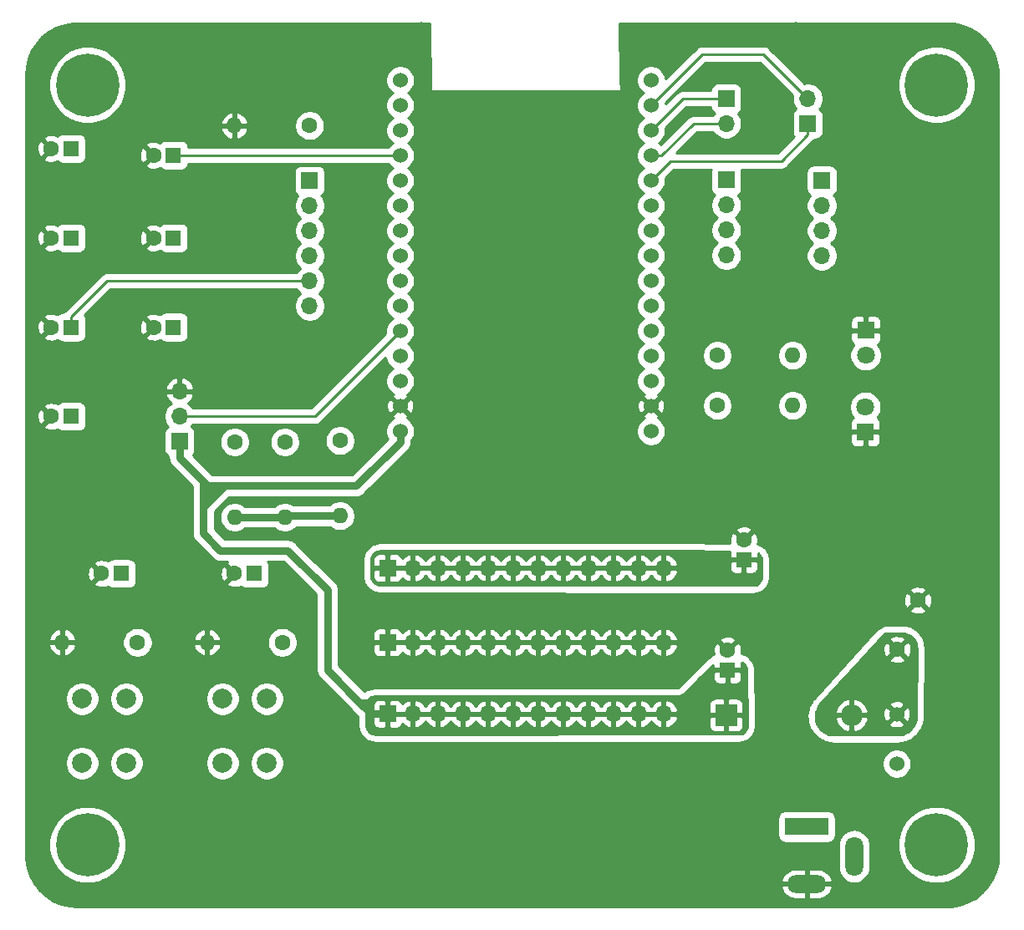
<source format=gbl>
G04 #@! TF.GenerationSoftware,KiCad,Pcbnew,5.1.5+dfsg1-2build2*
G04 #@! TF.CreationDate,2021-04-22T17:56:20+02:00*
G04 #@! TF.ProjectId,eGallinero,6547616c-6c69-46e6-9572-6f2e6b696361,rev?*
G04 #@! TF.SameCoordinates,Original*
G04 #@! TF.FileFunction,Copper,L2,Bot*
G04 #@! TF.FilePolarity,Positive*
%FSLAX46Y46*%
G04 Gerber Fmt 4.6, Leading zero omitted, Abs format (unit mm)*
G04 Created by KiCad (PCBNEW 5.1.5+dfsg1-2build2) date 2021-04-22 17:56:20*
%MOMM*%
%LPD*%
G04 APERTURE LIST*
%ADD10C,1.600000*%
%ADD11R,1.600000X1.600000*%
%ADD12O,2.200000X2.200000*%
%ADD13R,2.200000X2.200000*%
%ADD14O,1.700000X1.700000*%
%ADD15R,1.700000X1.700000*%
%ADD16C,1.524000*%
%ADD17C,2.000000*%
%ADD18O,1.600000X1.600000*%
%ADD19R,4.400000X1.800000*%
%ADD20O,4.000000X1.800000*%
%ADD21O,1.800000X4.000000*%
%ADD22C,0.800000*%
%ADD23C,6.400000*%
%ADD24C,1.800000*%
%ADD25R,1.800000X1.800000*%
%ADD26C,0.800000*%
%ADD27C,0.250000*%
%ADD28C,0.254000*%
G04 APERTURE END LIST*
D10*
X13697200Y76873100D03*
D11*
X15697200Y76873100D03*
D12*
X84391500Y20129500D03*
D13*
X71691500Y20129500D03*
D10*
X91101600Y31771600D03*
X89001600Y26771600D03*
X71818500Y26701500D03*
D11*
X71818500Y24701500D03*
D10*
X73469500Y37877500D03*
D11*
X73469500Y35877500D03*
D10*
X3331387Y50398500D03*
D11*
X5331387Y50398500D03*
D10*
X3331387Y59443500D03*
D11*
X5331387Y59443500D03*
D10*
X13697200Y59443500D03*
D11*
X15697200Y59443500D03*
D10*
X3331387Y68488500D03*
D11*
X5331387Y68488500D03*
D10*
X21876000Y34480500D03*
D11*
X23876000Y34480500D03*
D10*
X8414000Y34480500D03*
D11*
X10414000Y34480500D03*
D14*
X29502100Y61582300D03*
X29502100Y64122300D03*
X29502100Y66662300D03*
X29502100Y69202300D03*
X29502100Y71742300D03*
D15*
X29502100Y74282300D03*
D14*
X79946500Y82613500D03*
D15*
X79946500Y80073500D03*
D14*
X71691500Y66738500D03*
X71691500Y69278500D03*
X71691500Y71818500D03*
D15*
X71691500Y74358500D03*
D14*
X71691500Y80073500D03*
D15*
X71691500Y82613500D03*
D14*
X81368900Y66687700D03*
X81368900Y69227700D03*
X81368900Y71767700D03*
D15*
X81368900Y74307700D03*
D14*
X65336500Y35033500D03*
X62796500Y35033500D03*
X60256500Y35033500D03*
X57716500Y35033500D03*
X55176500Y35033500D03*
X52636500Y35033500D03*
X50096500Y35033500D03*
X47556500Y35033500D03*
X45016500Y35033500D03*
X42476500Y35033500D03*
X39936500Y35033500D03*
D15*
X37396500Y35033500D03*
D14*
X65336500Y20256500D03*
X62796500Y20256500D03*
X60256500Y20256500D03*
X57716500Y20256500D03*
X55176500Y20256500D03*
X52636500Y20256500D03*
X50096500Y20256500D03*
X47556500Y20256500D03*
X45016500Y20256500D03*
X42476500Y20256500D03*
X39936500Y20256500D03*
D15*
X37396500Y20256500D03*
D14*
X65336500Y27495500D03*
X62796500Y27495500D03*
X60256500Y27495500D03*
X57716500Y27495500D03*
X55176500Y27495500D03*
X52636500Y27495500D03*
X50096500Y27495500D03*
X47556500Y27495500D03*
X45016500Y27495500D03*
X42476500Y27495500D03*
X39936500Y27495500D03*
D15*
X37396500Y27495500D03*
D16*
X64071500Y84468500D03*
X64071500Y81928500D03*
X64071500Y79388500D03*
X64071500Y76848500D03*
X64071500Y74308500D03*
X64071500Y71768500D03*
X64071500Y69228500D03*
X64071500Y66688500D03*
X64071500Y64148500D03*
X64071500Y61608500D03*
X64071500Y59068500D03*
X64071500Y56528500D03*
X64071500Y53988500D03*
X64071500Y51448500D03*
X64071500Y48908500D03*
X38671500Y48908500D03*
X38671500Y51448500D03*
X38671500Y53988500D03*
X38671500Y56528500D03*
X38671500Y59068500D03*
X38671500Y61608500D03*
X38671500Y64148500D03*
X38671500Y66688500D03*
X38671500Y69228500D03*
X38671500Y71768500D03*
X38671500Y74308500D03*
X38671500Y76848500D03*
X38671500Y79388500D03*
X38671500Y81928500D03*
X38671500Y84468500D03*
D17*
X25170887Y15280500D03*
X20670887Y15280500D03*
X25170887Y21780500D03*
X20670887Y21780500D03*
X10946887Y15280500D03*
X6446887Y15280500D03*
X10946887Y21780500D03*
X6446887Y21780500D03*
D18*
X21869400Y79870300D03*
D10*
X29489400Y79870300D03*
D18*
X26987500Y40188500D03*
D10*
X26987500Y47808500D03*
D18*
X21907500Y40188500D03*
D10*
X21907500Y47808500D03*
D18*
X32575500Y40322500D03*
D10*
X32575500Y47942500D03*
D18*
X78411500Y51498500D03*
D10*
X70791500Y51498500D03*
D18*
X78411500Y56578500D03*
D10*
X70791500Y56578500D03*
D18*
X19110887Y27505500D03*
D10*
X26730887Y27505500D03*
D18*
X4445000Y27505500D03*
D10*
X12065000Y27505500D03*
D14*
X16319500Y52953500D03*
X16319500Y50413500D03*
D15*
X16319500Y47873500D03*
D19*
X79844900Y8839200D03*
D20*
X79844900Y3039200D03*
D21*
X84644900Y5839200D03*
D22*
X94697056Y85697056D03*
X93000000Y86400000D03*
X91302944Y85697056D03*
X90600000Y84000000D03*
X91302944Y82302944D03*
X93000000Y81600000D03*
X94697056Y82302944D03*
X95400000Y84000000D03*
D23*
X93000000Y84000000D03*
D22*
X8697056Y85697056D03*
X7000000Y86400000D03*
X5302944Y85697056D03*
X4600000Y84000000D03*
X5302944Y82302944D03*
X7000000Y81600000D03*
X8697056Y82302944D03*
X9400000Y84000000D03*
D23*
X7000000Y84000000D03*
D22*
X8697056Y8697056D03*
X7000000Y9400000D03*
X5302944Y8697056D03*
X4600000Y7000000D03*
X5302944Y5302944D03*
X7000000Y4600000D03*
X8697056Y5302944D03*
X9400000Y7000000D03*
D23*
X7000000Y7000000D03*
D22*
X94697056Y8697056D03*
X93000000Y9400000D03*
X91302944Y8697056D03*
X90600000Y7000000D03*
X91302944Y5302944D03*
X93000000Y4600000D03*
X94697056Y5302944D03*
X95400000Y7000000D03*
D23*
X93000000Y7000000D03*
D16*
X88963500Y15216500D03*
X88963500Y20216500D03*
D24*
X85788500Y51371500D03*
D25*
X85788500Y48831500D03*
D24*
X85813900Y56591200D03*
D25*
X85813900Y59131200D03*
D10*
X13697200Y68488500D03*
D11*
X15697200Y68488500D03*
D10*
X3331387Y77533500D03*
D11*
X5331387Y77533500D03*
D22*
X75374500Y80454500D03*
X69951600Y85090000D03*
X69278500Y81343500D03*
X68122800Y77876400D03*
X67754500Y70548500D03*
X67754500Y68008500D03*
X67627500Y62928500D03*
X67627500Y65468500D03*
X71818500Y60388500D03*
X67627500Y60388500D03*
X65836800Y86766400D03*
X7683500Y89598500D03*
X14683500Y89598500D03*
X21683500Y89598500D03*
X28683500Y89598500D03*
X35683500Y89598500D03*
X78740000Y89979500D03*
X85915500Y89471500D03*
X85471000Y82994500D03*
X96583500Y88265000D03*
X17335500Y82994500D03*
X32575500Y79565500D03*
X42683500Y82598500D03*
X49511500Y82598500D03*
X56339500Y82598500D03*
X61023500Y78930500D03*
X75374500Y83883500D03*
X97540500Y82598500D03*
X7683500Y75598500D03*
X11569700Y74549000D03*
X23558500Y75374500D03*
X42683500Y75598500D03*
X49683500Y75598500D03*
X56683500Y75598500D03*
X62166500Y75598500D03*
X68643500Y73723500D03*
X75501500Y72072500D03*
X84683500Y75598500D03*
X91683500Y75598500D03*
X97540500Y75598500D03*
X8572500Y68598500D03*
X42683500Y68598500D03*
X49683500Y68598500D03*
X56683500Y68598500D03*
X75501500Y69786500D03*
X84683500Y68598500D03*
X91683500Y68598500D03*
X97540500Y68598500D03*
X8445500Y61531500D03*
X12763500Y61658500D03*
X26733500Y61598500D03*
X42683500Y61598500D03*
X49683500Y61598500D03*
X56683500Y61598500D03*
X79438500Y61598500D03*
X84683500Y61598500D03*
X91683500Y61598500D03*
X97540500Y61598500D03*
X7683500Y54292500D03*
X14683500Y54598500D03*
X24447500Y54598500D03*
X44259500Y54598500D03*
X49683500Y54598500D03*
X56683500Y54598500D03*
X72326500Y54038500D03*
X81597500Y54038500D03*
X91683500Y54598500D03*
X97540500Y54598500D03*
X7302500Y46418500D03*
X12509500Y47598500D03*
X28524200Y41859200D03*
X35683500Y47598500D03*
X43751500Y47598500D03*
X49683500Y47598500D03*
X58064400Y45821600D03*
X61658500Y45820500D03*
X70683500Y47598500D03*
X77683500Y47598500D03*
X91683500Y47598500D03*
X97540500Y47598500D03*
X14681200Y43383200D03*
X38506400Y39471600D03*
X42683500Y40598500D03*
X49683500Y40598500D03*
X56683500Y40598500D03*
X63683500Y40598500D03*
X77683500Y40598500D03*
X84683500Y40598500D03*
X91683500Y40598500D03*
X97540500Y40598500D03*
X14683500Y33598500D03*
X35683500Y31439500D03*
X42683500Y31439500D03*
X49683500Y31439500D03*
X56683500Y31439500D03*
X63683500Y31439500D03*
X97472500Y33591500D03*
X77683500Y33598500D03*
X84683500Y33598500D03*
X91683500Y33598500D03*
X8382000Y24841200D03*
X14683500Y26598500D03*
X21683500Y26598500D03*
X28683500Y26598500D03*
X34794500Y24566500D03*
X41794500Y24566500D03*
X48794500Y24566500D03*
X55794500Y24566500D03*
X62794500Y24566500D03*
X77683500Y26598500D03*
X97540500Y26598500D03*
X14683500Y19598500D03*
X23050500Y15938500D03*
X28683500Y19598500D03*
X93154500Y19598500D03*
X97540500Y19598500D03*
X15684500Y14795500D03*
X28683500Y12598500D03*
X35683500Y12598500D03*
X42683500Y12598500D03*
X49683500Y12598500D03*
X56683500Y12598500D03*
X63683500Y12598500D03*
X70683500Y12598500D03*
X91683500Y12598500D03*
X97540500Y12598500D03*
X15293100Y7579700D03*
X22293100Y7579700D03*
X29293100Y7579700D03*
X36293100Y7579700D03*
X43293100Y7579700D03*
X50293100Y7579700D03*
X57293100Y7579700D03*
X64293100Y7579700D03*
X97599500Y8953500D03*
X8445500Y1583000D03*
X15382000Y1583000D03*
X22318500Y1583000D03*
X29255000Y1583000D03*
X36191500Y1583000D03*
X43128000Y1583000D03*
X50064500Y1583000D03*
X57001000Y1583000D03*
X63937500Y1583000D03*
X70874000Y1583000D03*
X76568300Y6019800D03*
X84747000Y1583000D03*
X91683500Y1583000D03*
X96647000Y3111500D03*
X35623500Y16700500D03*
X42735500Y16573500D03*
X49720500Y16573500D03*
X56832500Y16319500D03*
X63690500Y16319500D03*
X70675500Y16192500D03*
X20129500Y72072500D03*
X77914500Y16446500D03*
X77914500Y21780500D03*
X84480400Y14833600D03*
X77914500Y13017500D03*
X71818500Y62928500D03*
X19240500Y47307500D03*
X75501500Y74739500D03*
X80073500Y76644500D03*
X40830500Y89979500D03*
X40830500Y88265000D03*
X40830500Y86550500D03*
X40830500Y84836000D03*
X40830500Y83121500D03*
X44390500Y82598500D03*
X46097500Y82598500D03*
X47804500Y82598500D03*
X51218500Y82598500D03*
X52925500Y82598500D03*
X54632500Y82598500D03*
X58046500Y82598500D03*
X59753500Y82598500D03*
X62420500Y88900000D03*
X1524000Y85407500D03*
X1524000Y78407500D03*
X1524000Y71407500D03*
X1524000Y64407500D03*
X1524000Y57407500D03*
X1524000Y43407500D03*
X1524000Y36407500D03*
X1524000Y29407500D03*
X1524000Y22407500D03*
X1524000Y15407500D03*
X1524000Y8407500D03*
X3556000Y3238500D03*
X66395600Y79959200D03*
X73202800Y85445600D03*
X26314400Y45440600D03*
X31267400Y54051200D03*
X34378900Y73037700D03*
X34391600Y70485000D03*
X34391600Y67970400D03*
X34391600Y65455800D03*
X34404300Y62877700D03*
X34429700Y60337700D03*
X34378900Y75590400D03*
X26860500Y65798700D03*
X22758400Y61544200D03*
X21336000Y65455800D03*
X14846300Y65532000D03*
X6908800Y64465200D03*
X18453100Y62255400D03*
X35191700Y50622200D03*
X32346900Y45681900D03*
X31737300Y36830000D03*
X27647900Y32791400D03*
X24269700Y38531800D03*
X68643500Y19875500D03*
X68770500Y22034500D03*
X70675500Y22669500D03*
X68008500Y34988500D03*
X70040500Y34988500D03*
X88900000Y24485600D03*
X88900000Y22275800D03*
X86029800Y22275800D03*
X86055200Y24511000D03*
D26*
X34211130Y43370500D02*
X20891500Y43370500D01*
X38671500Y47830870D02*
X34211130Y43370500D01*
X38671500Y48908500D02*
X38671500Y47830870D01*
X16319500Y47873500D02*
X16319500Y46223500D01*
X16319500Y46223500D02*
X18732500Y43810500D01*
X18732500Y41211500D02*
X18732500Y39814500D01*
X19172500Y43370500D02*
X18732500Y43810500D01*
X20891500Y43370500D02*
X19172500Y43370500D01*
X20891500Y43370500D02*
X19748500Y43370500D01*
X19748500Y43370500D02*
X18732500Y42354500D01*
X18732500Y42354500D02*
X18732500Y39814500D01*
X18732500Y43810500D02*
X18732500Y42354500D01*
X19367500Y42354500D02*
X19621500Y42100500D01*
X18732500Y42354500D02*
X19367500Y42354500D01*
X19621500Y42100500D02*
X18732500Y41211500D01*
X19939000Y42545000D02*
X19748500Y42735500D01*
X20066000Y42545000D02*
X19939000Y42545000D01*
X20891500Y43370500D02*
X20066000Y42545000D01*
X20066000Y42545000D02*
X19621500Y42100500D01*
X18732500Y38544500D02*
X18732500Y39814500D01*
X20447000Y36830000D02*
X18732500Y38544500D01*
X27305000Y36830000D02*
X20447000Y36830000D01*
X31305500Y32829500D02*
X27305000Y36830000D01*
X31305500Y24697500D02*
X31305500Y32829500D01*
X37396500Y20256500D02*
X35746500Y20256500D01*
X34580100Y21422900D02*
X35371500Y21422900D01*
X35746500Y20256500D02*
X34580100Y21422900D01*
X34580100Y21422900D02*
X31305500Y24697500D01*
X27121500Y40322500D02*
X26987500Y40188500D01*
X26987500Y40188500D02*
X21907500Y40188500D01*
X29527500Y40322500D02*
X27121500Y40322500D01*
X29527500Y40322500D02*
X32575500Y40322500D01*
D27*
X8960187Y64122300D02*
X28300019Y64122300D01*
X5331387Y60493500D02*
X8960187Y64122300D01*
X28300019Y64122300D02*
X29502100Y64122300D01*
X5331387Y59443500D02*
X5331387Y60493500D01*
X30016500Y50413500D02*
X38671500Y59068500D01*
X16319500Y50413500D02*
X30016500Y50413500D01*
X64071500Y81928500D02*
X69265000Y87122000D01*
X75438000Y87122000D02*
X79946500Y82613500D01*
X69265000Y87122000D02*
X75438000Y87122000D01*
X79946500Y78973500D02*
X77261900Y76288900D01*
X79946500Y80073500D02*
X79946500Y78973500D01*
X66051900Y76288900D02*
X64071500Y74308500D01*
X77261900Y76288900D02*
X66051900Y76288900D01*
X70489419Y80073500D02*
X71691500Y80073500D01*
X68374130Y80073500D02*
X70489419Y80073500D01*
X65149130Y76848500D02*
X68374130Y80073500D01*
X64071500Y76848500D02*
X65149130Y76848500D01*
X67296500Y82613500D02*
X64071500Y79388500D01*
X71691500Y82613500D02*
X67296500Y82613500D01*
X37593870Y76848500D02*
X37581970Y76860400D01*
X38671500Y76848500D02*
X37593870Y76848500D01*
X37581970Y76860400D02*
X17716500Y76860400D01*
X17703800Y76873100D02*
X17716500Y76860400D01*
X15697200Y76873100D02*
X17703800Y76873100D01*
D28*
G36*
X73345339Y25445423D02*
G01*
X73477015Y25338711D01*
X73585575Y25208550D01*
X73666915Y25059858D01*
X73717971Y24898241D01*
X73737503Y24723621D01*
X73816675Y19109167D01*
X73801504Y18930974D01*
X73753331Y18765325D01*
X73673501Y18612391D01*
X73565143Y18478162D01*
X73432488Y18367879D01*
X73280720Y18285853D01*
X73115787Y18235299D01*
X72937827Y18217560D01*
X36140562Y18206028D01*
X35967038Y18222777D01*
X35805845Y18270755D01*
X35656858Y18348768D01*
X35525610Y18453917D01*
X35416973Y18582298D01*
X35334991Y18729135D01*
X35282704Y18888979D01*
X35261302Y19061999D01*
X35252160Y19406500D01*
X35908428Y19406500D01*
X35920688Y19282018D01*
X35956998Y19162320D01*
X36015963Y19052006D01*
X36095315Y18955315D01*
X36192006Y18875963D01*
X36302320Y18816998D01*
X36422018Y18780688D01*
X36546500Y18768428D01*
X37110750Y18771500D01*
X37269500Y18930250D01*
X37269500Y20129500D01*
X37523500Y20129500D01*
X37523500Y18930250D01*
X37682250Y18771500D01*
X38246500Y18768428D01*
X38370982Y18780688D01*
X38490680Y18816998D01*
X38600994Y18875963D01*
X38697685Y18955315D01*
X38777037Y19052006D01*
X38836002Y19162320D01*
X38860466Y19242966D01*
X38936231Y19158912D01*
X39169580Y18984859D01*
X39432401Y18859675D01*
X39579610Y18815024D01*
X39809500Y18936345D01*
X39809500Y20129500D01*
X40063500Y20129500D01*
X40063500Y18936345D01*
X40293390Y18815024D01*
X40440599Y18859675D01*
X40703420Y18984859D01*
X40936769Y19158912D01*
X41131678Y19375145D01*
X41206500Y19500755D01*
X41281322Y19375145D01*
X41476231Y19158912D01*
X41709580Y18984859D01*
X41972401Y18859675D01*
X42119610Y18815024D01*
X42349500Y18936345D01*
X42349500Y20129500D01*
X42603500Y20129500D01*
X42603500Y18936345D01*
X42833390Y18815024D01*
X42980599Y18859675D01*
X43243420Y18984859D01*
X43476769Y19158912D01*
X43671678Y19375145D01*
X43746500Y19500755D01*
X43821322Y19375145D01*
X44016231Y19158912D01*
X44249580Y18984859D01*
X44512401Y18859675D01*
X44659610Y18815024D01*
X44889500Y18936345D01*
X44889500Y20129500D01*
X45143500Y20129500D01*
X45143500Y18936345D01*
X45373390Y18815024D01*
X45520599Y18859675D01*
X45783420Y18984859D01*
X46016769Y19158912D01*
X46211678Y19375145D01*
X46286500Y19500755D01*
X46361322Y19375145D01*
X46556231Y19158912D01*
X46789580Y18984859D01*
X47052401Y18859675D01*
X47199610Y18815024D01*
X47429500Y18936345D01*
X47429500Y20129500D01*
X47683500Y20129500D01*
X47683500Y18936345D01*
X47913390Y18815024D01*
X48060599Y18859675D01*
X48323420Y18984859D01*
X48556769Y19158912D01*
X48751678Y19375145D01*
X48826500Y19500755D01*
X48901322Y19375145D01*
X49096231Y19158912D01*
X49329580Y18984859D01*
X49592401Y18859675D01*
X49739610Y18815024D01*
X49969500Y18936345D01*
X49969500Y20129500D01*
X50223500Y20129500D01*
X50223500Y18936345D01*
X50453390Y18815024D01*
X50600599Y18859675D01*
X50863420Y18984859D01*
X51096769Y19158912D01*
X51291678Y19375145D01*
X51366500Y19500755D01*
X51441322Y19375145D01*
X51636231Y19158912D01*
X51869580Y18984859D01*
X52132401Y18859675D01*
X52279610Y18815024D01*
X52509500Y18936345D01*
X52509500Y20129500D01*
X52763500Y20129500D01*
X52763500Y18936345D01*
X52993390Y18815024D01*
X53140599Y18859675D01*
X53403420Y18984859D01*
X53636769Y19158912D01*
X53831678Y19375145D01*
X53906500Y19500755D01*
X53981322Y19375145D01*
X54176231Y19158912D01*
X54409580Y18984859D01*
X54672401Y18859675D01*
X54819610Y18815024D01*
X55049500Y18936345D01*
X55049500Y20129500D01*
X55303500Y20129500D01*
X55303500Y18936345D01*
X55533390Y18815024D01*
X55680599Y18859675D01*
X55943420Y18984859D01*
X56176769Y19158912D01*
X56371678Y19375145D01*
X56446500Y19500755D01*
X56521322Y19375145D01*
X56716231Y19158912D01*
X56949580Y18984859D01*
X57212401Y18859675D01*
X57359610Y18815024D01*
X57589500Y18936345D01*
X57589500Y20129500D01*
X57843500Y20129500D01*
X57843500Y18936345D01*
X58073390Y18815024D01*
X58220599Y18859675D01*
X58483420Y18984859D01*
X58716769Y19158912D01*
X58911678Y19375145D01*
X58986500Y19500755D01*
X59061322Y19375145D01*
X59256231Y19158912D01*
X59489580Y18984859D01*
X59752401Y18859675D01*
X59899610Y18815024D01*
X60129500Y18936345D01*
X60129500Y20129500D01*
X60383500Y20129500D01*
X60383500Y18936345D01*
X60613390Y18815024D01*
X60760599Y18859675D01*
X61023420Y18984859D01*
X61256769Y19158912D01*
X61451678Y19375145D01*
X61526500Y19500755D01*
X61601322Y19375145D01*
X61796231Y19158912D01*
X62029580Y18984859D01*
X62292401Y18859675D01*
X62439610Y18815024D01*
X62669500Y18936345D01*
X62669500Y20129500D01*
X62923500Y20129500D01*
X62923500Y18936345D01*
X63153390Y18815024D01*
X63300599Y18859675D01*
X63563420Y18984859D01*
X63796769Y19158912D01*
X63991678Y19375145D01*
X64066500Y19500755D01*
X64141322Y19375145D01*
X64336231Y19158912D01*
X64569580Y18984859D01*
X64832401Y18859675D01*
X64979610Y18815024D01*
X65209500Y18936345D01*
X65209500Y20129500D01*
X65463500Y20129500D01*
X65463500Y18936345D01*
X65693390Y18815024D01*
X65840599Y18859675D01*
X66103420Y18984859D01*
X66163269Y19029500D01*
X69953428Y19029500D01*
X69965688Y18905018D01*
X70001998Y18785320D01*
X70060963Y18675006D01*
X70140315Y18578315D01*
X70237006Y18498963D01*
X70347320Y18439998D01*
X70467018Y18403688D01*
X70591500Y18391428D01*
X71405750Y18394500D01*
X71564500Y18553250D01*
X71564500Y20002500D01*
X71818500Y20002500D01*
X71818500Y18553250D01*
X71977250Y18394500D01*
X72791500Y18391428D01*
X72915982Y18403688D01*
X73035680Y18439998D01*
X73145994Y18498963D01*
X73242685Y18578315D01*
X73322037Y18675006D01*
X73381002Y18785320D01*
X73417312Y18905018D01*
X73429572Y19029500D01*
X73426500Y19843750D01*
X73267750Y20002500D01*
X71818500Y20002500D01*
X71564500Y20002500D01*
X70115250Y20002500D01*
X69956500Y19843750D01*
X69953428Y19029500D01*
X66163269Y19029500D01*
X66336769Y19158912D01*
X66531678Y19375145D01*
X66680657Y19625248D01*
X66777981Y19899609D01*
X66657314Y20129500D01*
X65463500Y20129500D01*
X65209500Y20129500D01*
X62923500Y20129500D01*
X62669500Y20129500D01*
X60383500Y20129500D01*
X60129500Y20129500D01*
X57843500Y20129500D01*
X57589500Y20129500D01*
X55303500Y20129500D01*
X55049500Y20129500D01*
X52763500Y20129500D01*
X52509500Y20129500D01*
X50223500Y20129500D01*
X49969500Y20129500D01*
X47683500Y20129500D01*
X47429500Y20129500D01*
X45143500Y20129500D01*
X44889500Y20129500D01*
X42603500Y20129500D01*
X42349500Y20129500D01*
X40063500Y20129500D01*
X39809500Y20129500D01*
X37523500Y20129500D01*
X37269500Y20129500D01*
X36070250Y20129500D01*
X35911500Y19970750D01*
X35908428Y19406500D01*
X35252160Y19406500D01*
X35207045Y21106500D01*
X35908428Y21106500D01*
X35911500Y20542250D01*
X36070250Y20383500D01*
X37269500Y20383500D01*
X37269500Y21582750D01*
X37523500Y21582750D01*
X37523500Y20383500D01*
X39809500Y20383500D01*
X39809500Y21576655D01*
X40063500Y21576655D01*
X40063500Y20383500D01*
X42349500Y20383500D01*
X42349500Y21576655D01*
X42603500Y21576655D01*
X42603500Y20383500D01*
X44889500Y20383500D01*
X44889500Y21576655D01*
X45143500Y21576655D01*
X45143500Y20383500D01*
X47429500Y20383500D01*
X47429500Y21576655D01*
X47683500Y21576655D01*
X47683500Y20383500D01*
X49969500Y20383500D01*
X49969500Y21576655D01*
X50223500Y21576655D01*
X50223500Y20383500D01*
X52509500Y20383500D01*
X52509500Y21576655D01*
X52763500Y21576655D01*
X52763500Y20383500D01*
X55049500Y20383500D01*
X55049500Y21576655D01*
X55303500Y21576655D01*
X55303500Y20383500D01*
X57589500Y20383500D01*
X57589500Y21576655D01*
X57843500Y21576655D01*
X57843500Y20383500D01*
X60129500Y20383500D01*
X60129500Y21576655D01*
X60383500Y21576655D01*
X60383500Y20383500D01*
X62669500Y20383500D01*
X62669500Y21576655D01*
X62923500Y21576655D01*
X62923500Y20383500D01*
X65209500Y20383500D01*
X65209500Y21576655D01*
X65463500Y21576655D01*
X65463500Y20383500D01*
X66657314Y20383500D01*
X66777981Y20613391D01*
X66680657Y20887752D01*
X66531678Y21137855D01*
X66449071Y21229500D01*
X69953428Y21229500D01*
X69956500Y20415250D01*
X70115250Y20256500D01*
X71564500Y20256500D01*
X71564500Y21705750D01*
X71818500Y21705750D01*
X71818500Y20256500D01*
X73267750Y20256500D01*
X73426500Y20415250D01*
X73429572Y21229500D01*
X73417312Y21353982D01*
X73381002Y21473680D01*
X73322037Y21583994D01*
X73242685Y21680685D01*
X73145994Y21760037D01*
X73035680Y21819002D01*
X72915982Y21855312D01*
X72791500Y21867572D01*
X71977250Y21864500D01*
X71818500Y21705750D01*
X71564500Y21705750D01*
X71405750Y21864500D01*
X70591500Y21867572D01*
X70467018Y21855312D01*
X70347320Y21819002D01*
X70237006Y21760037D01*
X70140315Y21680685D01*
X70060963Y21583994D01*
X70001998Y21473680D01*
X69965688Y21353982D01*
X69953428Y21229500D01*
X66449071Y21229500D01*
X66336769Y21354088D01*
X66103420Y21528141D01*
X65840599Y21653325D01*
X65693390Y21697976D01*
X65463500Y21576655D01*
X65209500Y21576655D01*
X64979610Y21697976D01*
X64832401Y21653325D01*
X64569580Y21528141D01*
X64336231Y21354088D01*
X64141322Y21137855D01*
X64066500Y21012245D01*
X63991678Y21137855D01*
X63796769Y21354088D01*
X63563420Y21528141D01*
X63300599Y21653325D01*
X63153390Y21697976D01*
X62923500Y21576655D01*
X62669500Y21576655D01*
X62439610Y21697976D01*
X62292401Y21653325D01*
X62029580Y21528141D01*
X61796231Y21354088D01*
X61601322Y21137855D01*
X61526500Y21012245D01*
X61451678Y21137855D01*
X61256769Y21354088D01*
X61023420Y21528141D01*
X60760599Y21653325D01*
X60613390Y21697976D01*
X60383500Y21576655D01*
X60129500Y21576655D01*
X59899610Y21697976D01*
X59752401Y21653325D01*
X59489580Y21528141D01*
X59256231Y21354088D01*
X59061322Y21137855D01*
X58986500Y21012245D01*
X58911678Y21137855D01*
X58716769Y21354088D01*
X58483420Y21528141D01*
X58220599Y21653325D01*
X58073390Y21697976D01*
X57843500Y21576655D01*
X57589500Y21576655D01*
X57359610Y21697976D01*
X57212401Y21653325D01*
X56949580Y21528141D01*
X56716231Y21354088D01*
X56521322Y21137855D01*
X56446500Y21012245D01*
X56371678Y21137855D01*
X56176769Y21354088D01*
X55943420Y21528141D01*
X55680599Y21653325D01*
X55533390Y21697976D01*
X55303500Y21576655D01*
X55049500Y21576655D01*
X54819610Y21697976D01*
X54672401Y21653325D01*
X54409580Y21528141D01*
X54176231Y21354088D01*
X53981322Y21137855D01*
X53906500Y21012245D01*
X53831678Y21137855D01*
X53636769Y21354088D01*
X53403420Y21528141D01*
X53140599Y21653325D01*
X52993390Y21697976D01*
X52763500Y21576655D01*
X52509500Y21576655D01*
X52279610Y21697976D01*
X52132401Y21653325D01*
X51869580Y21528141D01*
X51636231Y21354088D01*
X51441322Y21137855D01*
X51366500Y21012245D01*
X51291678Y21137855D01*
X51096769Y21354088D01*
X50863420Y21528141D01*
X50600599Y21653325D01*
X50453390Y21697976D01*
X50223500Y21576655D01*
X49969500Y21576655D01*
X49739610Y21697976D01*
X49592401Y21653325D01*
X49329580Y21528141D01*
X49096231Y21354088D01*
X48901322Y21137855D01*
X48826500Y21012245D01*
X48751678Y21137855D01*
X48556769Y21354088D01*
X48323420Y21528141D01*
X48060599Y21653325D01*
X47913390Y21697976D01*
X47683500Y21576655D01*
X47429500Y21576655D01*
X47199610Y21697976D01*
X47052401Y21653325D01*
X46789580Y21528141D01*
X46556231Y21354088D01*
X46361322Y21137855D01*
X46286500Y21012245D01*
X46211678Y21137855D01*
X46016769Y21354088D01*
X45783420Y21528141D01*
X45520599Y21653325D01*
X45373390Y21697976D01*
X45143500Y21576655D01*
X44889500Y21576655D01*
X44659610Y21697976D01*
X44512401Y21653325D01*
X44249580Y21528141D01*
X44016231Y21354088D01*
X43821322Y21137855D01*
X43746500Y21012245D01*
X43671678Y21137855D01*
X43476769Y21354088D01*
X43243420Y21528141D01*
X42980599Y21653325D01*
X42833390Y21697976D01*
X42603500Y21576655D01*
X42349500Y21576655D01*
X42119610Y21697976D01*
X41972401Y21653325D01*
X41709580Y21528141D01*
X41476231Y21354088D01*
X41281322Y21137855D01*
X41206500Y21012245D01*
X41131678Y21137855D01*
X40936769Y21354088D01*
X40703420Y21528141D01*
X40440599Y21653325D01*
X40293390Y21697976D01*
X40063500Y21576655D01*
X39809500Y21576655D01*
X39579610Y21697976D01*
X39432401Y21653325D01*
X39169580Y21528141D01*
X38936231Y21354088D01*
X38860466Y21270034D01*
X38836002Y21350680D01*
X38777037Y21460994D01*
X38697685Y21557685D01*
X38600994Y21637037D01*
X38490680Y21696002D01*
X38370982Y21732312D01*
X38246500Y21744572D01*
X37682250Y21741500D01*
X37523500Y21582750D01*
X37269500Y21582750D01*
X37110750Y21741500D01*
X36546500Y21744572D01*
X36422018Y21732312D01*
X36302320Y21696002D01*
X36192006Y21637037D01*
X36095315Y21557685D01*
X36015963Y21460994D01*
X35956998Y21350680D01*
X35920688Y21230982D01*
X35908428Y21106500D01*
X35207045Y21106500D01*
X35206366Y21132056D01*
X35219568Y21311844D01*
X35266449Y21479302D01*
X35345609Y21634128D01*
X35453905Y21770177D01*
X35587039Y21882049D01*
X35739713Y21965289D01*
X35905865Y22016595D01*
X36085241Y22034562D01*
X66705285Y22034501D01*
X66717733Y22035112D01*
X66912824Y22054326D01*
X66937242Y22059184D01*
X67124836Y22116090D01*
X67147837Y22125617D01*
X67320724Y22218027D01*
X67341425Y22231859D01*
X67492962Y22356222D01*
X67502197Y22364591D01*
X69039106Y23901500D01*
X70380428Y23901500D01*
X70392688Y23777018D01*
X70428998Y23657320D01*
X70487963Y23547006D01*
X70567315Y23450315D01*
X70664006Y23370963D01*
X70774320Y23311998D01*
X70894018Y23275688D01*
X71018500Y23263428D01*
X71532750Y23266500D01*
X71691500Y23425250D01*
X71691500Y24574500D01*
X71945500Y24574500D01*
X71945500Y23425250D01*
X72104250Y23266500D01*
X72618500Y23263428D01*
X72742982Y23275688D01*
X72862680Y23311998D01*
X72972994Y23370963D01*
X73069685Y23450315D01*
X73149037Y23547006D01*
X73208002Y23657320D01*
X73244312Y23777018D01*
X73256572Y23901500D01*
X73253500Y24415750D01*
X73094750Y24574500D01*
X71945500Y24574500D01*
X71691500Y24574500D01*
X70542250Y24574500D01*
X70383500Y24415750D01*
X70380428Y23901500D01*
X69039106Y23901500D01*
X70381964Y25244358D01*
X70383500Y24987250D01*
X70542250Y24828500D01*
X71691500Y24828500D01*
X71691500Y24848500D01*
X71945500Y24848500D01*
X71945500Y24828500D01*
X73094750Y24828500D01*
X73253500Y24987250D01*
X73256518Y25492397D01*
X73345339Y25445423D01*
G37*
X73345339Y25445423D02*
X73477015Y25338711D01*
X73585575Y25208550D01*
X73666915Y25059858D01*
X73717971Y24898241D01*
X73737503Y24723621D01*
X73816675Y19109167D01*
X73801504Y18930974D01*
X73753331Y18765325D01*
X73673501Y18612391D01*
X73565143Y18478162D01*
X73432488Y18367879D01*
X73280720Y18285853D01*
X73115787Y18235299D01*
X72937827Y18217560D01*
X36140562Y18206028D01*
X35967038Y18222777D01*
X35805845Y18270755D01*
X35656858Y18348768D01*
X35525610Y18453917D01*
X35416973Y18582298D01*
X35334991Y18729135D01*
X35282704Y18888979D01*
X35261302Y19061999D01*
X35252160Y19406500D01*
X35908428Y19406500D01*
X35920688Y19282018D01*
X35956998Y19162320D01*
X36015963Y19052006D01*
X36095315Y18955315D01*
X36192006Y18875963D01*
X36302320Y18816998D01*
X36422018Y18780688D01*
X36546500Y18768428D01*
X37110750Y18771500D01*
X37269500Y18930250D01*
X37269500Y20129500D01*
X37523500Y20129500D01*
X37523500Y18930250D01*
X37682250Y18771500D01*
X38246500Y18768428D01*
X38370982Y18780688D01*
X38490680Y18816998D01*
X38600994Y18875963D01*
X38697685Y18955315D01*
X38777037Y19052006D01*
X38836002Y19162320D01*
X38860466Y19242966D01*
X38936231Y19158912D01*
X39169580Y18984859D01*
X39432401Y18859675D01*
X39579610Y18815024D01*
X39809500Y18936345D01*
X39809500Y20129500D01*
X40063500Y20129500D01*
X40063500Y18936345D01*
X40293390Y18815024D01*
X40440599Y18859675D01*
X40703420Y18984859D01*
X40936769Y19158912D01*
X41131678Y19375145D01*
X41206500Y19500755D01*
X41281322Y19375145D01*
X41476231Y19158912D01*
X41709580Y18984859D01*
X41972401Y18859675D01*
X42119610Y18815024D01*
X42349500Y18936345D01*
X42349500Y20129500D01*
X42603500Y20129500D01*
X42603500Y18936345D01*
X42833390Y18815024D01*
X42980599Y18859675D01*
X43243420Y18984859D01*
X43476769Y19158912D01*
X43671678Y19375145D01*
X43746500Y19500755D01*
X43821322Y19375145D01*
X44016231Y19158912D01*
X44249580Y18984859D01*
X44512401Y18859675D01*
X44659610Y18815024D01*
X44889500Y18936345D01*
X44889500Y20129500D01*
X45143500Y20129500D01*
X45143500Y18936345D01*
X45373390Y18815024D01*
X45520599Y18859675D01*
X45783420Y18984859D01*
X46016769Y19158912D01*
X46211678Y19375145D01*
X46286500Y19500755D01*
X46361322Y19375145D01*
X46556231Y19158912D01*
X46789580Y18984859D01*
X47052401Y18859675D01*
X47199610Y18815024D01*
X47429500Y18936345D01*
X47429500Y20129500D01*
X47683500Y20129500D01*
X47683500Y18936345D01*
X47913390Y18815024D01*
X48060599Y18859675D01*
X48323420Y18984859D01*
X48556769Y19158912D01*
X48751678Y19375145D01*
X48826500Y19500755D01*
X48901322Y19375145D01*
X49096231Y19158912D01*
X49329580Y18984859D01*
X49592401Y18859675D01*
X49739610Y18815024D01*
X49969500Y18936345D01*
X49969500Y20129500D01*
X50223500Y20129500D01*
X50223500Y18936345D01*
X50453390Y18815024D01*
X50600599Y18859675D01*
X50863420Y18984859D01*
X51096769Y19158912D01*
X51291678Y19375145D01*
X51366500Y19500755D01*
X51441322Y19375145D01*
X51636231Y19158912D01*
X51869580Y18984859D01*
X52132401Y18859675D01*
X52279610Y18815024D01*
X52509500Y18936345D01*
X52509500Y20129500D01*
X52763500Y20129500D01*
X52763500Y18936345D01*
X52993390Y18815024D01*
X53140599Y18859675D01*
X53403420Y18984859D01*
X53636769Y19158912D01*
X53831678Y19375145D01*
X53906500Y19500755D01*
X53981322Y19375145D01*
X54176231Y19158912D01*
X54409580Y18984859D01*
X54672401Y18859675D01*
X54819610Y18815024D01*
X55049500Y18936345D01*
X55049500Y20129500D01*
X55303500Y20129500D01*
X55303500Y18936345D01*
X55533390Y18815024D01*
X55680599Y18859675D01*
X55943420Y18984859D01*
X56176769Y19158912D01*
X56371678Y19375145D01*
X56446500Y19500755D01*
X56521322Y19375145D01*
X56716231Y19158912D01*
X56949580Y18984859D01*
X57212401Y18859675D01*
X57359610Y18815024D01*
X57589500Y18936345D01*
X57589500Y20129500D01*
X57843500Y20129500D01*
X57843500Y18936345D01*
X58073390Y18815024D01*
X58220599Y18859675D01*
X58483420Y18984859D01*
X58716769Y19158912D01*
X58911678Y19375145D01*
X58986500Y19500755D01*
X59061322Y19375145D01*
X59256231Y19158912D01*
X59489580Y18984859D01*
X59752401Y18859675D01*
X59899610Y18815024D01*
X60129500Y18936345D01*
X60129500Y20129500D01*
X60383500Y20129500D01*
X60383500Y18936345D01*
X60613390Y18815024D01*
X60760599Y18859675D01*
X61023420Y18984859D01*
X61256769Y19158912D01*
X61451678Y19375145D01*
X61526500Y19500755D01*
X61601322Y19375145D01*
X61796231Y19158912D01*
X62029580Y18984859D01*
X62292401Y18859675D01*
X62439610Y18815024D01*
X62669500Y18936345D01*
X62669500Y20129500D01*
X62923500Y20129500D01*
X62923500Y18936345D01*
X63153390Y18815024D01*
X63300599Y18859675D01*
X63563420Y18984859D01*
X63796769Y19158912D01*
X63991678Y19375145D01*
X64066500Y19500755D01*
X64141322Y19375145D01*
X64336231Y19158912D01*
X64569580Y18984859D01*
X64832401Y18859675D01*
X64979610Y18815024D01*
X65209500Y18936345D01*
X65209500Y20129500D01*
X65463500Y20129500D01*
X65463500Y18936345D01*
X65693390Y18815024D01*
X65840599Y18859675D01*
X66103420Y18984859D01*
X66163269Y19029500D01*
X69953428Y19029500D01*
X69965688Y18905018D01*
X70001998Y18785320D01*
X70060963Y18675006D01*
X70140315Y18578315D01*
X70237006Y18498963D01*
X70347320Y18439998D01*
X70467018Y18403688D01*
X70591500Y18391428D01*
X71405750Y18394500D01*
X71564500Y18553250D01*
X71564500Y20002500D01*
X71818500Y20002500D01*
X71818500Y18553250D01*
X71977250Y18394500D01*
X72791500Y18391428D01*
X72915982Y18403688D01*
X73035680Y18439998D01*
X73145994Y18498963D01*
X73242685Y18578315D01*
X73322037Y18675006D01*
X73381002Y18785320D01*
X73417312Y18905018D01*
X73429572Y19029500D01*
X73426500Y19843750D01*
X73267750Y20002500D01*
X71818500Y20002500D01*
X71564500Y20002500D01*
X70115250Y20002500D01*
X69956500Y19843750D01*
X69953428Y19029500D01*
X66163269Y19029500D01*
X66336769Y19158912D01*
X66531678Y19375145D01*
X66680657Y19625248D01*
X66777981Y19899609D01*
X66657314Y20129500D01*
X65463500Y20129500D01*
X65209500Y20129500D01*
X62923500Y20129500D01*
X62669500Y20129500D01*
X60383500Y20129500D01*
X60129500Y20129500D01*
X57843500Y20129500D01*
X57589500Y20129500D01*
X55303500Y20129500D01*
X55049500Y20129500D01*
X52763500Y20129500D01*
X52509500Y20129500D01*
X50223500Y20129500D01*
X49969500Y20129500D01*
X47683500Y20129500D01*
X47429500Y20129500D01*
X45143500Y20129500D01*
X44889500Y20129500D01*
X42603500Y20129500D01*
X42349500Y20129500D01*
X40063500Y20129500D01*
X39809500Y20129500D01*
X37523500Y20129500D01*
X37269500Y20129500D01*
X36070250Y20129500D01*
X35911500Y19970750D01*
X35908428Y19406500D01*
X35252160Y19406500D01*
X35207045Y21106500D01*
X35908428Y21106500D01*
X35911500Y20542250D01*
X36070250Y20383500D01*
X37269500Y20383500D01*
X37269500Y21582750D01*
X37523500Y21582750D01*
X37523500Y20383500D01*
X39809500Y20383500D01*
X39809500Y21576655D01*
X40063500Y21576655D01*
X40063500Y20383500D01*
X42349500Y20383500D01*
X42349500Y21576655D01*
X42603500Y21576655D01*
X42603500Y20383500D01*
X44889500Y20383500D01*
X44889500Y21576655D01*
X45143500Y21576655D01*
X45143500Y20383500D01*
X47429500Y20383500D01*
X47429500Y21576655D01*
X47683500Y21576655D01*
X47683500Y20383500D01*
X49969500Y20383500D01*
X49969500Y21576655D01*
X50223500Y21576655D01*
X50223500Y20383500D01*
X52509500Y20383500D01*
X52509500Y21576655D01*
X52763500Y21576655D01*
X52763500Y20383500D01*
X55049500Y20383500D01*
X55049500Y21576655D01*
X55303500Y21576655D01*
X55303500Y20383500D01*
X57589500Y20383500D01*
X57589500Y21576655D01*
X57843500Y21576655D01*
X57843500Y20383500D01*
X60129500Y20383500D01*
X60129500Y21576655D01*
X60383500Y21576655D01*
X60383500Y20383500D01*
X62669500Y20383500D01*
X62669500Y21576655D01*
X62923500Y21576655D01*
X62923500Y20383500D01*
X65209500Y20383500D01*
X65209500Y21576655D01*
X65463500Y21576655D01*
X65463500Y20383500D01*
X66657314Y20383500D01*
X66777981Y20613391D01*
X66680657Y20887752D01*
X66531678Y21137855D01*
X66449071Y21229500D01*
X69953428Y21229500D01*
X69956500Y20415250D01*
X70115250Y20256500D01*
X71564500Y20256500D01*
X71564500Y21705750D01*
X71818500Y21705750D01*
X71818500Y20256500D01*
X73267750Y20256500D01*
X73426500Y20415250D01*
X73429572Y21229500D01*
X73417312Y21353982D01*
X73381002Y21473680D01*
X73322037Y21583994D01*
X73242685Y21680685D01*
X73145994Y21760037D01*
X73035680Y21819002D01*
X72915982Y21855312D01*
X72791500Y21867572D01*
X71977250Y21864500D01*
X71818500Y21705750D01*
X71564500Y21705750D01*
X71405750Y21864500D01*
X70591500Y21867572D01*
X70467018Y21855312D01*
X70347320Y21819002D01*
X70237006Y21760037D01*
X70140315Y21680685D01*
X70060963Y21583994D01*
X70001998Y21473680D01*
X69965688Y21353982D01*
X69953428Y21229500D01*
X66449071Y21229500D01*
X66336769Y21354088D01*
X66103420Y21528141D01*
X65840599Y21653325D01*
X65693390Y21697976D01*
X65463500Y21576655D01*
X65209500Y21576655D01*
X64979610Y21697976D01*
X64832401Y21653325D01*
X64569580Y21528141D01*
X64336231Y21354088D01*
X64141322Y21137855D01*
X64066500Y21012245D01*
X63991678Y21137855D01*
X63796769Y21354088D01*
X63563420Y21528141D01*
X63300599Y21653325D01*
X63153390Y21697976D01*
X62923500Y21576655D01*
X62669500Y21576655D01*
X62439610Y21697976D01*
X62292401Y21653325D01*
X62029580Y21528141D01*
X61796231Y21354088D01*
X61601322Y21137855D01*
X61526500Y21012245D01*
X61451678Y21137855D01*
X61256769Y21354088D01*
X61023420Y21528141D01*
X60760599Y21653325D01*
X60613390Y21697976D01*
X60383500Y21576655D01*
X60129500Y21576655D01*
X59899610Y21697976D01*
X59752401Y21653325D01*
X59489580Y21528141D01*
X59256231Y21354088D01*
X59061322Y21137855D01*
X58986500Y21012245D01*
X58911678Y21137855D01*
X58716769Y21354088D01*
X58483420Y21528141D01*
X58220599Y21653325D01*
X58073390Y21697976D01*
X57843500Y21576655D01*
X57589500Y21576655D01*
X57359610Y21697976D01*
X57212401Y21653325D01*
X56949580Y21528141D01*
X56716231Y21354088D01*
X56521322Y21137855D01*
X56446500Y21012245D01*
X56371678Y21137855D01*
X56176769Y21354088D01*
X55943420Y21528141D01*
X55680599Y21653325D01*
X55533390Y21697976D01*
X55303500Y21576655D01*
X55049500Y21576655D01*
X54819610Y21697976D01*
X54672401Y21653325D01*
X54409580Y21528141D01*
X54176231Y21354088D01*
X53981322Y21137855D01*
X53906500Y21012245D01*
X53831678Y21137855D01*
X53636769Y21354088D01*
X53403420Y21528141D01*
X53140599Y21653325D01*
X52993390Y21697976D01*
X52763500Y21576655D01*
X52509500Y21576655D01*
X52279610Y21697976D01*
X52132401Y21653325D01*
X51869580Y21528141D01*
X51636231Y21354088D01*
X51441322Y21137855D01*
X51366500Y21012245D01*
X51291678Y21137855D01*
X51096769Y21354088D01*
X50863420Y21528141D01*
X50600599Y21653325D01*
X50453390Y21697976D01*
X50223500Y21576655D01*
X49969500Y21576655D01*
X49739610Y21697976D01*
X49592401Y21653325D01*
X49329580Y21528141D01*
X49096231Y21354088D01*
X48901322Y21137855D01*
X48826500Y21012245D01*
X48751678Y21137855D01*
X48556769Y21354088D01*
X48323420Y21528141D01*
X48060599Y21653325D01*
X47913390Y21697976D01*
X47683500Y21576655D01*
X47429500Y21576655D01*
X47199610Y21697976D01*
X47052401Y21653325D01*
X46789580Y21528141D01*
X46556231Y21354088D01*
X46361322Y21137855D01*
X46286500Y21012245D01*
X46211678Y21137855D01*
X46016769Y21354088D01*
X45783420Y21528141D01*
X45520599Y21653325D01*
X45373390Y21697976D01*
X45143500Y21576655D01*
X44889500Y21576655D01*
X44659610Y21697976D01*
X44512401Y21653325D01*
X44249580Y21528141D01*
X44016231Y21354088D01*
X43821322Y21137855D01*
X43746500Y21012245D01*
X43671678Y21137855D01*
X43476769Y21354088D01*
X43243420Y21528141D01*
X42980599Y21653325D01*
X42833390Y21697976D01*
X42603500Y21576655D01*
X42349500Y21576655D01*
X42119610Y21697976D01*
X41972401Y21653325D01*
X41709580Y21528141D01*
X41476231Y21354088D01*
X41281322Y21137855D01*
X41206500Y21012245D01*
X41131678Y21137855D01*
X40936769Y21354088D01*
X40703420Y21528141D01*
X40440599Y21653325D01*
X40293390Y21697976D01*
X40063500Y21576655D01*
X39809500Y21576655D01*
X39579610Y21697976D01*
X39432401Y21653325D01*
X39169580Y21528141D01*
X38936231Y21354088D01*
X38860466Y21270034D01*
X38836002Y21350680D01*
X38777037Y21460994D01*
X38697685Y21557685D01*
X38600994Y21637037D01*
X38490680Y21696002D01*
X38370982Y21732312D01*
X38246500Y21744572D01*
X37682250Y21741500D01*
X37523500Y21582750D01*
X37269500Y21582750D01*
X37110750Y21741500D01*
X36546500Y21744572D01*
X36422018Y21732312D01*
X36302320Y21696002D01*
X36192006Y21637037D01*
X36095315Y21557685D01*
X36015963Y21460994D01*
X35956998Y21350680D01*
X35920688Y21230982D01*
X35908428Y21106500D01*
X35207045Y21106500D01*
X35206366Y21132056D01*
X35219568Y21311844D01*
X35266449Y21479302D01*
X35345609Y21634128D01*
X35453905Y21770177D01*
X35587039Y21882049D01*
X35739713Y21965289D01*
X35905865Y22016595D01*
X36085241Y22034562D01*
X66705285Y22034501D01*
X66717733Y22035112D01*
X66912824Y22054326D01*
X66937242Y22059184D01*
X67124836Y22116090D01*
X67147837Y22125617D01*
X67320724Y22218027D01*
X67341425Y22231859D01*
X67492962Y22356222D01*
X67502197Y22364591D01*
X69039106Y23901500D01*
X70380428Y23901500D01*
X70392688Y23777018D01*
X70428998Y23657320D01*
X70487963Y23547006D01*
X70567315Y23450315D01*
X70664006Y23370963D01*
X70774320Y23311998D01*
X70894018Y23275688D01*
X71018500Y23263428D01*
X71532750Y23266500D01*
X71691500Y23425250D01*
X71691500Y24574500D01*
X71945500Y24574500D01*
X71945500Y23425250D01*
X72104250Y23266500D01*
X72618500Y23263428D01*
X72742982Y23275688D01*
X72862680Y23311998D01*
X72972994Y23370963D01*
X73069685Y23450315D01*
X73149037Y23547006D01*
X73208002Y23657320D01*
X73244312Y23777018D01*
X73256572Y23901500D01*
X73253500Y24415750D01*
X73094750Y24574500D01*
X71945500Y24574500D01*
X71691500Y24574500D01*
X70542250Y24574500D01*
X70383500Y24415750D01*
X70380428Y23901500D01*
X69039106Y23901500D01*
X70381964Y25244358D01*
X70383500Y24987250D01*
X70542250Y24828500D01*
X71691500Y24828500D01*
X71691500Y24848500D01*
X71945500Y24848500D01*
X71945500Y24828500D01*
X73094750Y24828500D01*
X73253500Y24987250D01*
X73256518Y25492397D01*
X73345339Y25445423D01*
G36*
X66994768Y36766484D02*
G01*
X72037172Y36735823D01*
X72031428Y36677500D01*
X72034500Y36163250D01*
X72193250Y36004500D01*
X73342500Y36004500D01*
X73342500Y36024500D01*
X73596500Y36024500D01*
X73596500Y36004500D01*
X74745750Y36004500D01*
X74904500Y36163250D01*
X74906783Y36545461D01*
X75005947Y36463511D01*
X75113668Y36331538D01*
X75193691Y36181140D01*
X75242956Y36018063D01*
X75260200Y35842304D01*
X75260200Y34167457D01*
X75242795Y33990892D01*
X75193071Y33827113D01*
X75112331Y33676202D01*
X75003678Y33543958D01*
X74871291Y33435470D01*
X74720279Y33354922D01*
X74556442Y33305407D01*
X74379850Y33288227D01*
X36628629Y33336222D01*
X36452350Y33353797D01*
X36288887Y33403566D01*
X36138251Y33484253D01*
X36006236Y33592753D01*
X35897908Y33724901D01*
X35817413Y33875641D01*
X35767849Y34039172D01*
X35753646Y34183500D01*
X35908428Y34183500D01*
X35920688Y34059018D01*
X35956998Y33939320D01*
X36015963Y33829006D01*
X36095315Y33732315D01*
X36192006Y33652963D01*
X36302320Y33593998D01*
X36422018Y33557688D01*
X36546500Y33545428D01*
X37110750Y33548500D01*
X37269500Y33707250D01*
X37269500Y34906500D01*
X37523500Y34906500D01*
X37523500Y33707250D01*
X37682250Y33548500D01*
X38246500Y33545428D01*
X38370982Y33557688D01*
X38490680Y33593998D01*
X38600994Y33652963D01*
X38697685Y33732315D01*
X38777037Y33829006D01*
X38836002Y33939320D01*
X38860466Y34019966D01*
X38936231Y33935912D01*
X39169580Y33761859D01*
X39432401Y33636675D01*
X39579610Y33592024D01*
X39809500Y33713345D01*
X39809500Y34906500D01*
X40063500Y34906500D01*
X40063500Y33713345D01*
X40293390Y33592024D01*
X40440599Y33636675D01*
X40703420Y33761859D01*
X40936769Y33935912D01*
X41131678Y34152145D01*
X41206500Y34277755D01*
X41281322Y34152145D01*
X41476231Y33935912D01*
X41709580Y33761859D01*
X41972401Y33636675D01*
X42119610Y33592024D01*
X42349500Y33713345D01*
X42349500Y34906500D01*
X42603500Y34906500D01*
X42603500Y33713345D01*
X42833390Y33592024D01*
X42980599Y33636675D01*
X43243420Y33761859D01*
X43476769Y33935912D01*
X43671678Y34152145D01*
X43746500Y34277755D01*
X43821322Y34152145D01*
X44016231Y33935912D01*
X44249580Y33761859D01*
X44512401Y33636675D01*
X44659610Y33592024D01*
X44889500Y33713345D01*
X44889500Y34906500D01*
X45143500Y34906500D01*
X45143500Y33713345D01*
X45373390Y33592024D01*
X45520599Y33636675D01*
X45783420Y33761859D01*
X46016769Y33935912D01*
X46211678Y34152145D01*
X46286500Y34277755D01*
X46361322Y34152145D01*
X46556231Y33935912D01*
X46789580Y33761859D01*
X47052401Y33636675D01*
X47199610Y33592024D01*
X47429500Y33713345D01*
X47429500Y34906500D01*
X47683500Y34906500D01*
X47683500Y33713345D01*
X47913390Y33592024D01*
X48060599Y33636675D01*
X48323420Y33761859D01*
X48556769Y33935912D01*
X48751678Y34152145D01*
X48826500Y34277755D01*
X48901322Y34152145D01*
X49096231Y33935912D01*
X49329580Y33761859D01*
X49592401Y33636675D01*
X49739610Y33592024D01*
X49969500Y33713345D01*
X49969500Y34906500D01*
X50223500Y34906500D01*
X50223500Y33713345D01*
X50453390Y33592024D01*
X50600599Y33636675D01*
X50863420Y33761859D01*
X51096769Y33935912D01*
X51291678Y34152145D01*
X51366500Y34277755D01*
X51441322Y34152145D01*
X51636231Y33935912D01*
X51869580Y33761859D01*
X52132401Y33636675D01*
X52279610Y33592024D01*
X52509500Y33713345D01*
X52509500Y34906500D01*
X52763500Y34906500D01*
X52763500Y33713345D01*
X52993390Y33592024D01*
X53140599Y33636675D01*
X53403420Y33761859D01*
X53636769Y33935912D01*
X53831678Y34152145D01*
X53906500Y34277755D01*
X53981322Y34152145D01*
X54176231Y33935912D01*
X54409580Y33761859D01*
X54672401Y33636675D01*
X54819610Y33592024D01*
X55049500Y33713345D01*
X55049500Y34906500D01*
X55303500Y34906500D01*
X55303500Y33713345D01*
X55533390Y33592024D01*
X55680599Y33636675D01*
X55943420Y33761859D01*
X56176769Y33935912D01*
X56371678Y34152145D01*
X56446500Y34277755D01*
X56521322Y34152145D01*
X56716231Y33935912D01*
X56949580Y33761859D01*
X57212401Y33636675D01*
X57359610Y33592024D01*
X57589500Y33713345D01*
X57589500Y34906500D01*
X57843500Y34906500D01*
X57843500Y33713345D01*
X58073390Y33592024D01*
X58220599Y33636675D01*
X58483420Y33761859D01*
X58716769Y33935912D01*
X58911678Y34152145D01*
X58986500Y34277755D01*
X59061322Y34152145D01*
X59256231Y33935912D01*
X59489580Y33761859D01*
X59752401Y33636675D01*
X59899610Y33592024D01*
X60129500Y33713345D01*
X60129500Y34906500D01*
X60383500Y34906500D01*
X60383500Y33713345D01*
X60613390Y33592024D01*
X60760599Y33636675D01*
X61023420Y33761859D01*
X61256769Y33935912D01*
X61451678Y34152145D01*
X61526500Y34277755D01*
X61601322Y34152145D01*
X61796231Y33935912D01*
X62029580Y33761859D01*
X62292401Y33636675D01*
X62439610Y33592024D01*
X62669500Y33713345D01*
X62669500Y34906500D01*
X62923500Y34906500D01*
X62923500Y33713345D01*
X63153390Y33592024D01*
X63300599Y33636675D01*
X63563420Y33761859D01*
X63796769Y33935912D01*
X63991678Y34152145D01*
X64066500Y34277755D01*
X64141322Y34152145D01*
X64336231Y33935912D01*
X64569580Y33761859D01*
X64832401Y33636675D01*
X64979610Y33592024D01*
X65209500Y33713345D01*
X65209500Y34906500D01*
X65463500Y34906500D01*
X65463500Y33713345D01*
X65693390Y33592024D01*
X65840599Y33636675D01*
X66103420Y33761859D01*
X66336769Y33935912D01*
X66531678Y34152145D01*
X66680657Y34402248D01*
X66777981Y34676609D01*
X66657314Y34906500D01*
X65463500Y34906500D01*
X65209500Y34906500D01*
X62923500Y34906500D01*
X62669500Y34906500D01*
X60383500Y34906500D01*
X60129500Y34906500D01*
X57843500Y34906500D01*
X57589500Y34906500D01*
X55303500Y34906500D01*
X55049500Y34906500D01*
X52763500Y34906500D01*
X52509500Y34906500D01*
X50223500Y34906500D01*
X49969500Y34906500D01*
X47683500Y34906500D01*
X47429500Y34906500D01*
X45143500Y34906500D01*
X44889500Y34906500D01*
X42603500Y34906500D01*
X42349500Y34906500D01*
X40063500Y34906500D01*
X39809500Y34906500D01*
X37523500Y34906500D01*
X37269500Y34906500D01*
X36070250Y34906500D01*
X35911500Y34747750D01*
X35908428Y34183500D01*
X35753646Y34183500D01*
X35750500Y34215458D01*
X35750500Y35077500D01*
X72031428Y35077500D01*
X72043688Y34953018D01*
X72079998Y34833320D01*
X72138963Y34723006D01*
X72218315Y34626315D01*
X72315006Y34546963D01*
X72425320Y34487998D01*
X72545018Y34451688D01*
X72669500Y34439428D01*
X73183750Y34442500D01*
X73342500Y34601250D01*
X73342500Y35750500D01*
X73596500Y35750500D01*
X73596500Y34601250D01*
X73755250Y34442500D01*
X74269500Y34439428D01*
X74393982Y34451688D01*
X74513680Y34487998D01*
X74623994Y34546963D01*
X74720685Y34626315D01*
X74800037Y34723006D01*
X74859002Y34833320D01*
X74895312Y34953018D01*
X74907572Y35077500D01*
X74904500Y35591750D01*
X74745750Y35750500D01*
X73596500Y35750500D01*
X73342500Y35750500D01*
X72193250Y35750500D01*
X72034500Y35591750D01*
X72031428Y35077500D01*
X35750500Y35077500D01*
X35750500Y35883500D01*
X35908428Y35883500D01*
X35911500Y35319250D01*
X36070250Y35160500D01*
X37269500Y35160500D01*
X37269500Y36359750D01*
X37523500Y36359750D01*
X37523500Y35160500D01*
X39809500Y35160500D01*
X39809500Y36353655D01*
X40063500Y36353655D01*
X40063500Y35160500D01*
X42349500Y35160500D01*
X42349500Y36353655D01*
X42603500Y36353655D01*
X42603500Y35160500D01*
X44889500Y35160500D01*
X44889500Y36353655D01*
X45143500Y36353655D01*
X45143500Y35160500D01*
X47429500Y35160500D01*
X47429500Y36353655D01*
X47683500Y36353655D01*
X47683500Y35160500D01*
X49969500Y35160500D01*
X49969500Y36353655D01*
X50223500Y36353655D01*
X50223500Y35160500D01*
X52509500Y35160500D01*
X52509500Y36353655D01*
X52763500Y36353655D01*
X52763500Y35160500D01*
X55049500Y35160500D01*
X55049500Y36353655D01*
X55303500Y36353655D01*
X55303500Y35160500D01*
X57589500Y35160500D01*
X57589500Y36353655D01*
X57843500Y36353655D01*
X57843500Y35160500D01*
X60129500Y35160500D01*
X60129500Y36353655D01*
X60383500Y36353655D01*
X60383500Y35160500D01*
X62669500Y35160500D01*
X62669500Y36353655D01*
X62923500Y36353655D01*
X62923500Y35160500D01*
X65209500Y35160500D01*
X65209500Y36353655D01*
X65463500Y36353655D01*
X65463500Y35160500D01*
X66657314Y35160500D01*
X66777981Y35390391D01*
X66680657Y35664752D01*
X66531678Y35914855D01*
X66336769Y36131088D01*
X66103420Y36305141D01*
X65840599Y36430325D01*
X65693390Y36474976D01*
X65463500Y36353655D01*
X65209500Y36353655D01*
X64979610Y36474976D01*
X64832401Y36430325D01*
X64569580Y36305141D01*
X64336231Y36131088D01*
X64141322Y35914855D01*
X64066500Y35789245D01*
X63991678Y35914855D01*
X63796769Y36131088D01*
X63563420Y36305141D01*
X63300599Y36430325D01*
X63153390Y36474976D01*
X62923500Y36353655D01*
X62669500Y36353655D01*
X62439610Y36474976D01*
X62292401Y36430325D01*
X62029580Y36305141D01*
X61796231Y36131088D01*
X61601322Y35914855D01*
X61526500Y35789245D01*
X61451678Y35914855D01*
X61256769Y36131088D01*
X61023420Y36305141D01*
X60760599Y36430325D01*
X60613390Y36474976D01*
X60383500Y36353655D01*
X60129500Y36353655D01*
X59899610Y36474976D01*
X59752401Y36430325D01*
X59489580Y36305141D01*
X59256231Y36131088D01*
X59061322Y35914855D01*
X58986500Y35789245D01*
X58911678Y35914855D01*
X58716769Y36131088D01*
X58483420Y36305141D01*
X58220599Y36430325D01*
X58073390Y36474976D01*
X57843500Y36353655D01*
X57589500Y36353655D01*
X57359610Y36474976D01*
X57212401Y36430325D01*
X56949580Y36305141D01*
X56716231Y36131088D01*
X56521322Y35914855D01*
X56446500Y35789245D01*
X56371678Y35914855D01*
X56176769Y36131088D01*
X55943420Y36305141D01*
X55680599Y36430325D01*
X55533390Y36474976D01*
X55303500Y36353655D01*
X55049500Y36353655D01*
X54819610Y36474976D01*
X54672401Y36430325D01*
X54409580Y36305141D01*
X54176231Y36131088D01*
X53981322Y35914855D01*
X53906500Y35789245D01*
X53831678Y35914855D01*
X53636769Y36131088D01*
X53403420Y36305141D01*
X53140599Y36430325D01*
X52993390Y36474976D01*
X52763500Y36353655D01*
X52509500Y36353655D01*
X52279610Y36474976D01*
X52132401Y36430325D01*
X51869580Y36305141D01*
X51636231Y36131088D01*
X51441322Y35914855D01*
X51366500Y35789245D01*
X51291678Y35914855D01*
X51096769Y36131088D01*
X50863420Y36305141D01*
X50600599Y36430325D01*
X50453390Y36474976D01*
X50223500Y36353655D01*
X49969500Y36353655D01*
X49739610Y36474976D01*
X49592401Y36430325D01*
X49329580Y36305141D01*
X49096231Y36131088D01*
X48901322Y35914855D01*
X48826500Y35789245D01*
X48751678Y35914855D01*
X48556769Y36131088D01*
X48323420Y36305141D01*
X48060599Y36430325D01*
X47913390Y36474976D01*
X47683500Y36353655D01*
X47429500Y36353655D01*
X47199610Y36474976D01*
X47052401Y36430325D01*
X46789580Y36305141D01*
X46556231Y36131088D01*
X46361322Y35914855D01*
X46286500Y35789245D01*
X46211678Y35914855D01*
X46016769Y36131088D01*
X45783420Y36305141D01*
X45520599Y36430325D01*
X45373390Y36474976D01*
X45143500Y36353655D01*
X44889500Y36353655D01*
X44659610Y36474976D01*
X44512401Y36430325D01*
X44249580Y36305141D01*
X44016231Y36131088D01*
X43821322Y35914855D01*
X43746500Y35789245D01*
X43671678Y35914855D01*
X43476769Y36131088D01*
X43243420Y36305141D01*
X42980599Y36430325D01*
X42833390Y36474976D01*
X42603500Y36353655D01*
X42349500Y36353655D01*
X42119610Y36474976D01*
X41972401Y36430325D01*
X41709580Y36305141D01*
X41476231Y36131088D01*
X41281322Y35914855D01*
X41206500Y35789245D01*
X41131678Y35914855D01*
X40936769Y36131088D01*
X40703420Y36305141D01*
X40440599Y36430325D01*
X40293390Y36474976D01*
X40063500Y36353655D01*
X39809500Y36353655D01*
X39579610Y36474976D01*
X39432401Y36430325D01*
X39169580Y36305141D01*
X38936231Y36131088D01*
X38860466Y36047034D01*
X38836002Y36127680D01*
X38777037Y36237994D01*
X38697685Y36334685D01*
X38600994Y36414037D01*
X38490680Y36473002D01*
X38370982Y36509312D01*
X38246500Y36521572D01*
X37682250Y36518500D01*
X37523500Y36359750D01*
X37269500Y36359750D01*
X37110750Y36518500D01*
X36546500Y36521572D01*
X36422018Y36509312D01*
X36302320Y36473002D01*
X36192006Y36414037D01*
X36095315Y36334685D01*
X36015963Y36237994D01*
X35956998Y36127680D01*
X35920688Y36007982D01*
X35908428Y35883500D01*
X35750500Y35883500D01*
X35750500Y35887266D01*
X35767876Y36063689D01*
X35817522Y36227350D01*
X35898138Y36378172D01*
X36006630Y36510370D01*
X36138828Y36618862D01*
X36289650Y36699478D01*
X36453311Y36749124D01*
X36629734Y36766500D01*
X66989422Y36766500D01*
X66994768Y36766484D01*
G37*
X66994768Y36766484D02*
X72037172Y36735823D01*
X72031428Y36677500D01*
X72034500Y36163250D01*
X72193250Y36004500D01*
X73342500Y36004500D01*
X73342500Y36024500D01*
X73596500Y36024500D01*
X73596500Y36004500D01*
X74745750Y36004500D01*
X74904500Y36163250D01*
X74906783Y36545461D01*
X75005947Y36463511D01*
X75113668Y36331538D01*
X75193691Y36181140D01*
X75242956Y36018063D01*
X75260200Y35842304D01*
X75260200Y34167457D01*
X75242795Y33990892D01*
X75193071Y33827113D01*
X75112331Y33676202D01*
X75003678Y33543958D01*
X74871291Y33435470D01*
X74720279Y33354922D01*
X74556442Y33305407D01*
X74379850Y33288227D01*
X36628629Y33336222D01*
X36452350Y33353797D01*
X36288887Y33403566D01*
X36138251Y33484253D01*
X36006236Y33592753D01*
X35897908Y33724901D01*
X35817413Y33875641D01*
X35767849Y34039172D01*
X35753646Y34183500D01*
X35908428Y34183500D01*
X35920688Y34059018D01*
X35956998Y33939320D01*
X36015963Y33829006D01*
X36095315Y33732315D01*
X36192006Y33652963D01*
X36302320Y33593998D01*
X36422018Y33557688D01*
X36546500Y33545428D01*
X37110750Y33548500D01*
X37269500Y33707250D01*
X37269500Y34906500D01*
X37523500Y34906500D01*
X37523500Y33707250D01*
X37682250Y33548500D01*
X38246500Y33545428D01*
X38370982Y33557688D01*
X38490680Y33593998D01*
X38600994Y33652963D01*
X38697685Y33732315D01*
X38777037Y33829006D01*
X38836002Y33939320D01*
X38860466Y34019966D01*
X38936231Y33935912D01*
X39169580Y33761859D01*
X39432401Y33636675D01*
X39579610Y33592024D01*
X39809500Y33713345D01*
X39809500Y34906500D01*
X40063500Y34906500D01*
X40063500Y33713345D01*
X40293390Y33592024D01*
X40440599Y33636675D01*
X40703420Y33761859D01*
X40936769Y33935912D01*
X41131678Y34152145D01*
X41206500Y34277755D01*
X41281322Y34152145D01*
X41476231Y33935912D01*
X41709580Y33761859D01*
X41972401Y33636675D01*
X42119610Y33592024D01*
X42349500Y33713345D01*
X42349500Y34906500D01*
X42603500Y34906500D01*
X42603500Y33713345D01*
X42833390Y33592024D01*
X42980599Y33636675D01*
X43243420Y33761859D01*
X43476769Y33935912D01*
X43671678Y34152145D01*
X43746500Y34277755D01*
X43821322Y34152145D01*
X44016231Y33935912D01*
X44249580Y33761859D01*
X44512401Y33636675D01*
X44659610Y33592024D01*
X44889500Y33713345D01*
X44889500Y34906500D01*
X45143500Y34906500D01*
X45143500Y33713345D01*
X45373390Y33592024D01*
X45520599Y33636675D01*
X45783420Y33761859D01*
X46016769Y33935912D01*
X46211678Y34152145D01*
X46286500Y34277755D01*
X46361322Y34152145D01*
X46556231Y33935912D01*
X46789580Y33761859D01*
X47052401Y33636675D01*
X47199610Y33592024D01*
X47429500Y33713345D01*
X47429500Y34906500D01*
X47683500Y34906500D01*
X47683500Y33713345D01*
X47913390Y33592024D01*
X48060599Y33636675D01*
X48323420Y33761859D01*
X48556769Y33935912D01*
X48751678Y34152145D01*
X48826500Y34277755D01*
X48901322Y34152145D01*
X49096231Y33935912D01*
X49329580Y33761859D01*
X49592401Y33636675D01*
X49739610Y33592024D01*
X49969500Y33713345D01*
X49969500Y34906500D01*
X50223500Y34906500D01*
X50223500Y33713345D01*
X50453390Y33592024D01*
X50600599Y33636675D01*
X50863420Y33761859D01*
X51096769Y33935912D01*
X51291678Y34152145D01*
X51366500Y34277755D01*
X51441322Y34152145D01*
X51636231Y33935912D01*
X51869580Y33761859D01*
X52132401Y33636675D01*
X52279610Y33592024D01*
X52509500Y33713345D01*
X52509500Y34906500D01*
X52763500Y34906500D01*
X52763500Y33713345D01*
X52993390Y33592024D01*
X53140599Y33636675D01*
X53403420Y33761859D01*
X53636769Y33935912D01*
X53831678Y34152145D01*
X53906500Y34277755D01*
X53981322Y34152145D01*
X54176231Y33935912D01*
X54409580Y33761859D01*
X54672401Y33636675D01*
X54819610Y33592024D01*
X55049500Y33713345D01*
X55049500Y34906500D01*
X55303500Y34906500D01*
X55303500Y33713345D01*
X55533390Y33592024D01*
X55680599Y33636675D01*
X55943420Y33761859D01*
X56176769Y33935912D01*
X56371678Y34152145D01*
X56446500Y34277755D01*
X56521322Y34152145D01*
X56716231Y33935912D01*
X56949580Y33761859D01*
X57212401Y33636675D01*
X57359610Y33592024D01*
X57589500Y33713345D01*
X57589500Y34906500D01*
X57843500Y34906500D01*
X57843500Y33713345D01*
X58073390Y33592024D01*
X58220599Y33636675D01*
X58483420Y33761859D01*
X58716769Y33935912D01*
X58911678Y34152145D01*
X58986500Y34277755D01*
X59061322Y34152145D01*
X59256231Y33935912D01*
X59489580Y33761859D01*
X59752401Y33636675D01*
X59899610Y33592024D01*
X60129500Y33713345D01*
X60129500Y34906500D01*
X60383500Y34906500D01*
X60383500Y33713345D01*
X60613390Y33592024D01*
X60760599Y33636675D01*
X61023420Y33761859D01*
X61256769Y33935912D01*
X61451678Y34152145D01*
X61526500Y34277755D01*
X61601322Y34152145D01*
X61796231Y33935912D01*
X62029580Y33761859D01*
X62292401Y33636675D01*
X62439610Y33592024D01*
X62669500Y33713345D01*
X62669500Y34906500D01*
X62923500Y34906500D01*
X62923500Y33713345D01*
X63153390Y33592024D01*
X63300599Y33636675D01*
X63563420Y33761859D01*
X63796769Y33935912D01*
X63991678Y34152145D01*
X64066500Y34277755D01*
X64141322Y34152145D01*
X64336231Y33935912D01*
X64569580Y33761859D01*
X64832401Y33636675D01*
X64979610Y33592024D01*
X65209500Y33713345D01*
X65209500Y34906500D01*
X65463500Y34906500D01*
X65463500Y33713345D01*
X65693390Y33592024D01*
X65840599Y33636675D01*
X66103420Y33761859D01*
X66336769Y33935912D01*
X66531678Y34152145D01*
X66680657Y34402248D01*
X66777981Y34676609D01*
X66657314Y34906500D01*
X65463500Y34906500D01*
X65209500Y34906500D01*
X62923500Y34906500D01*
X62669500Y34906500D01*
X60383500Y34906500D01*
X60129500Y34906500D01*
X57843500Y34906500D01*
X57589500Y34906500D01*
X55303500Y34906500D01*
X55049500Y34906500D01*
X52763500Y34906500D01*
X52509500Y34906500D01*
X50223500Y34906500D01*
X49969500Y34906500D01*
X47683500Y34906500D01*
X47429500Y34906500D01*
X45143500Y34906500D01*
X44889500Y34906500D01*
X42603500Y34906500D01*
X42349500Y34906500D01*
X40063500Y34906500D01*
X39809500Y34906500D01*
X37523500Y34906500D01*
X37269500Y34906500D01*
X36070250Y34906500D01*
X35911500Y34747750D01*
X35908428Y34183500D01*
X35753646Y34183500D01*
X35750500Y34215458D01*
X35750500Y35077500D01*
X72031428Y35077500D01*
X72043688Y34953018D01*
X72079998Y34833320D01*
X72138963Y34723006D01*
X72218315Y34626315D01*
X72315006Y34546963D01*
X72425320Y34487998D01*
X72545018Y34451688D01*
X72669500Y34439428D01*
X73183750Y34442500D01*
X73342500Y34601250D01*
X73342500Y35750500D01*
X73596500Y35750500D01*
X73596500Y34601250D01*
X73755250Y34442500D01*
X74269500Y34439428D01*
X74393982Y34451688D01*
X74513680Y34487998D01*
X74623994Y34546963D01*
X74720685Y34626315D01*
X74800037Y34723006D01*
X74859002Y34833320D01*
X74895312Y34953018D01*
X74907572Y35077500D01*
X74904500Y35591750D01*
X74745750Y35750500D01*
X73596500Y35750500D01*
X73342500Y35750500D01*
X72193250Y35750500D01*
X72034500Y35591750D01*
X72031428Y35077500D01*
X35750500Y35077500D01*
X35750500Y35883500D01*
X35908428Y35883500D01*
X35911500Y35319250D01*
X36070250Y35160500D01*
X37269500Y35160500D01*
X37269500Y36359750D01*
X37523500Y36359750D01*
X37523500Y35160500D01*
X39809500Y35160500D01*
X39809500Y36353655D01*
X40063500Y36353655D01*
X40063500Y35160500D01*
X42349500Y35160500D01*
X42349500Y36353655D01*
X42603500Y36353655D01*
X42603500Y35160500D01*
X44889500Y35160500D01*
X44889500Y36353655D01*
X45143500Y36353655D01*
X45143500Y35160500D01*
X47429500Y35160500D01*
X47429500Y36353655D01*
X47683500Y36353655D01*
X47683500Y35160500D01*
X49969500Y35160500D01*
X49969500Y36353655D01*
X50223500Y36353655D01*
X50223500Y35160500D01*
X52509500Y35160500D01*
X52509500Y36353655D01*
X52763500Y36353655D01*
X52763500Y35160500D01*
X55049500Y35160500D01*
X55049500Y36353655D01*
X55303500Y36353655D01*
X55303500Y35160500D01*
X57589500Y35160500D01*
X57589500Y36353655D01*
X57843500Y36353655D01*
X57843500Y35160500D01*
X60129500Y35160500D01*
X60129500Y36353655D01*
X60383500Y36353655D01*
X60383500Y35160500D01*
X62669500Y35160500D01*
X62669500Y36353655D01*
X62923500Y36353655D01*
X62923500Y35160500D01*
X65209500Y35160500D01*
X65209500Y36353655D01*
X65463500Y36353655D01*
X65463500Y35160500D01*
X66657314Y35160500D01*
X66777981Y35390391D01*
X66680657Y35664752D01*
X66531678Y35914855D01*
X66336769Y36131088D01*
X66103420Y36305141D01*
X65840599Y36430325D01*
X65693390Y36474976D01*
X65463500Y36353655D01*
X65209500Y36353655D01*
X64979610Y36474976D01*
X64832401Y36430325D01*
X64569580Y36305141D01*
X64336231Y36131088D01*
X64141322Y35914855D01*
X64066500Y35789245D01*
X63991678Y35914855D01*
X63796769Y36131088D01*
X63563420Y36305141D01*
X63300599Y36430325D01*
X63153390Y36474976D01*
X62923500Y36353655D01*
X62669500Y36353655D01*
X62439610Y36474976D01*
X62292401Y36430325D01*
X62029580Y36305141D01*
X61796231Y36131088D01*
X61601322Y35914855D01*
X61526500Y35789245D01*
X61451678Y35914855D01*
X61256769Y36131088D01*
X61023420Y36305141D01*
X60760599Y36430325D01*
X60613390Y36474976D01*
X60383500Y36353655D01*
X60129500Y36353655D01*
X59899610Y36474976D01*
X59752401Y36430325D01*
X59489580Y36305141D01*
X59256231Y36131088D01*
X59061322Y35914855D01*
X58986500Y35789245D01*
X58911678Y35914855D01*
X58716769Y36131088D01*
X58483420Y36305141D01*
X58220599Y36430325D01*
X58073390Y36474976D01*
X57843500Y36353655D01*
X57589500Y36353655D01*
X57359610Y36474976D01*
X57212401Y36430325D01*
X56949580Y36305141D01*
X56716231Y36131088D01*
X56521322Y35914855D01*
X56446500Y35789245D01*
X56371678Y35914855D01*
X56176769Y36131088D01*
X55943420Y36305141D01*
X55680599Y36430325D01*
X55533390Y36474976D01*
X55303500Y36353655D01*
X55049500Y36353655D01*
X54819610Y36474976D01*
X54672401Y36430325D01*
X54409580Y36305141D01*
X54176231Y36131088D01*
X53981322Y35914855D01*
X53906500Y35789245D01*
X53831678Y35914855D01*
X53636769Y36131088D01*
X53403420Y36305141D01*
X53140599Y36430325D01*
X52993390Y36474976D01*
X52763500Y36353655D01*
X52509500Y36353655D01*
X52279610Y36474976D01*
X52132401Y36430325D01*
X51869580Y36305141D01*
X51636231Y36131088D01*
X51441322Y35914855D01*
X51366500Y35789245D01*
X51291678Y35914855D01*
X51096769Y36131088D01*
X50863420Y36305141D01*
X50600599Y36430325D01*
X50453390Y36474976D01*
X50223500Y36353655D01*
X49969500Y36353655D01*
X49739610Y36474976D01*
X49592401Y36430325D01*
X49329580Y36305141D01*
X49096231Y36131088D01*
X48901322Y35914855D01*
X48826500Y35789245D01*
X48751678Y35914855D01*
X48556769Y36131088D01*
X48323420Y36305141D01*
X48060599Y36430325D01*
X47913390Y36474976D01*
X47683500Y36353655D01*
X47429500Y36353655D01*
X47199610Y36474976D01*
X47052401Y36430325D01*
X46789580Y36305141D01*
X46556231Y36131088D01*
X46361322Y35914855D01*
X46286500Y35789245D01*
X46211678Y35914855D01*
X46016769Y36131088D01*
X45783420Y36305141D01*
X45520599Y36430325D01*
X45373390Y36474976D01*
X45143500Y36353655D01*
X44889500Y36353655D01*
X44659610Y36474976D01*
X44512401Y36430325D01*
X44249580Y36305141D01*
X44016231Y36131088D01*
X43821322Y35914855D01*
X43746500Y35789245D01*
X43671678Y35914855D01*
X43476769Y36131088D01*
X43243420Y36305141D01*
X42980599Y36430325D01*
X42833390Y36474976D01*
X42603500Y36353655D01*
X42349500Y36353655D01*
X42119610Y36474976D01*
X41972401Y36430325D01*
X41709580Y36305141D01*
X41476231Y36131088D01*
X41281322Y35914855D01*
X41206500Y35789245D01*
X41131678Y35914855D01*
X40936769Y36131088D01*
X40703420Y36305141D01*
X40440599Y36430325D01*
X40293390Y36474976D01*
X40063500Y36353655D01*
X39809500Y36353655D01*
X39579610Y36474976D01*
X39432401Y36430325D01*
X39169580Y36305141D01*
X38936231Y36131088D01*
X38860466Y36047034D01*
X38836002Y36127680D01*
X38777037Y36237994D01*
X38697685Y36334685D01*
X38600994Y36414037D01*
X38490680Y36473002D01*
X38370982Y36509312D01*
X38246500Y36521572D01*
X37682250Y36518500D01*
X37523500Y36359750D01*
X37269500Y36359750D01*
X37110750Y36518500D01*
X36546500Y36521572D01*
X36422018Y36509312D01*
X36302320Y36473002D01*
X36192006Y36414037D01*
X36095315Y36334685D01*
X36015963Y36237994D01*
X35956998Y36127680D01*
X35920688Y36007982D01*
X35908428Y35883500D01*
X35750500Y35883500D01*
X35750500Y35887266D01*
X35767876Y36063689D01*
X35817522Y36227350D01*
X35898138Y36378172D01*
X36006630Y36510370D01*
X36138828Y36618862D01*
X36289650Y36699478D01*
X36453311Y36749124D01*
X36629734Y36766500D01*
X66989422Y36766500D01*
X66994768Y36766484D01*
G36*
X41744919Y83487582D02*
G01*
X41747340Y83465024D01*
X41754567Y83441199D01*
X41766303Y83419243D01*
X41782097Y83399997D01*
X41801343Y83384203D01*
X41823299Y83372467D01*
X41847124Y83365240D01*
X41871900Y83362800D01*
X60883800Y83362800D01*
X60910749Y83365692D01*
X60934443Y83373334D01*
X60956191Y83385452D01*
X60975158Y83401580D01*
X60990613Y83421098D01*
X61001964Y83443256D01*
X61008774Y83467203D01*
X61010781Y83492018D01*
X60991159Y84615154D01*
X62582500Y84615154D01*
X62582500Y84321846D01*
X62639721Y84034175D01*
X62751965Y83763194D01*
X62914918Y83519318D01*
X63122318Y83311918D01*
X63292060Y83198500D01*
X63122318Y83085082D01*
X62914918Y82877682D01*
X62751965Y82633806D01*
X62639721Y82362825D01*
X62582500Y82075154D01*
X62582500Y81781846D01*
X62639721Y81494175D01*
X62751965Y81223194D01*
X62914918Y80979318D01*
X63122318Y80771918D01*
X63292060Y80658500D01*
X63122318Y80545082D01*
X62914918Y80337682D01*
X62751965Y80093806D01*
X62639721Y79822825D01*
X62582500Y79535154D01*
X62582500Y79241846D01*
X62639721Y78954175D01*
X62751965Y78683194D01*
X62914918Y78439318D01*
X63122318Y78231918D01*
X63292060Y78118500D01*
X63122318Y78005082D01*
X62914918Y77797682D01*
X62751965Y77553806D01*
X62639721Y77282825D01*
X62582500Y76995154D01*
X62582500Y76701846D01*
X62639721Y76414175D01*
X62751965Y76143194D01*
X62914918Y75899318D01*
X63122318Y75691918D01*
X63292060Y75578500D01*
X63122318Y75465082D01*
X62914918Y75257682D01*
X62751965Y75013806D01*
X62639721Y74742825D01*
X62582500Y74455154D01*
X62582500Y74161846D01*
X62639721Y73874175D01*
X62751965Y73603194D01*
X62914918Y73359318D01*
X63122318Y73151918D01*
X63292060Y73038500D01*
X63122318Y72925082D01*
X62914918Y72717682D01*
X62751965Y72473806D01*
X62639721Y72202825D01*
X62582500Y71915154D01*
X62582500Y71621846D01*
X62639721Y71334175D01*
X62751965Y71063194D01*
X62914918Y70819318D01*
X63122318Y70611918D01*
X63292060Y70498500D01*
X63122318Y70385082D01*
X62914918Y70177682D01*
X62751965Y69933806D01*
X62639721Y69662825D01*
X62582500Y69375154D01*
X62582500Y69081846D01*
X62639721Y68794175D01*
X62751965Y68523194D01*
X62914918Y68279318D01*
X63122318Y68071918D01*
X63292060Y67958500D01*
X63122318Y67845082D01*
X62914918Y67637682D01*
X62751965Y67393806D01*
X62639721Y67122825D01*
X62582500Y66835154D01*
X62582500Y66541846D01*
X62639721Y66254175D01*
X62751965Y65983194D01*
X62914918Y65739318D01*
X63122318Y65531918D01*
X63292060Y65418500D01*
X63122318Y65305082D01*
X62914918Y65097682D01*
X62751965Y64853806D01*
X62639721Y64582825D01*
X62582500Y64295154D01*
X62582500Y64001846D01*
X62639721Y63714175D01*
X62751965Y63443194D01*
X62914918Y63199318D01*
X63122318Y62991918D01*
X63292060Y62878500D01*
X63122318Y62765082D01*
X62914918Y62557682D01*
X62751965Y62313806D01*
X62639721Y62042825D01*
X62582500Y61755154D01*
X62582500Y61461846D01*
X62639721Y61174175D01*
X62751965Y60903194D01*
X62914918Y60659318D01*
X63122318Y60451918D01*
X63292060Y60338500D01*
X63122318Y60225082D01*
X62914918Y60017682D01*
X62751965Y59773806D01*
X62639721Y59502825D01*
X62582500Y59215154D01*
X62582500Y58921846D01*
X62639721Y58634175D01*
X62751965Y58363194D01*
X62914918Y58119318D01*
X63122318Y57911918D01*
X63292060Y57798500D01*
X63122318Y57685082D01*
X62914918Y57477682D01*
X62751965Y57233806D01*
X62639721Y56962825D01*
X62582500Y56675154D01*
X62582500Y56381846D01*
X62639721Y56094175D01*
X62751965Y55823194D01*
X62914918Y55579318D01*
X63122318Y55371918D01*
X63292060Y55258500D01*
X63122318Y55145082D01*
X62914918Y54937682D01*
X62751965Y54693806D01*
X62639721Y54422825D01*
X62582500Y54135154D01*
X62582500Y53841846D01*
X62639721Y53554175D01*
X62751965Y53283194D01*
X62914918Y53039318D01*
X63122318Y52831918D01*
X63366194Y52668965D01*
X63374100Y52665690D01*
X63352520Y52654156D01*
X63285540Y52414065D01*
X64071500Y51628105D01*
X64857460Y52414065D01*
X64790480Y52654156D01*
X64767332Y52665041D01*
X64776806Y52668965D01*
X65020682Y52831918D01*
X65228082Y53039318D01*
X65391035Y53283194D01*
X65503279Y53554175D01*
X65560500Y53841846D01*
X65560500Y54135154D01*
X65503279Y54422825D01*
X65391035Y54693806D01*
X65228082Y54937682D01*
X65020682Y55145082D01*
X64850940Y55258500D01*
X65020682Y55371918D01*
X65228082Y55579318D01*
X65391035Y55823194D01*
X65503279Y56094175D01*
X65560500Y56381846D01*
X65560500Y56675154D01*
X65549811Y56728896D01*
X69264500Y56728896D01*
X69264500Y56428104D01*
X69323181Y56133090D01*
X69438290Y55855194D01*
X69605401Y55605094D01*
X69818094Y55392401D01*
X70068194Y55225290D01*
X70346090Y55110181D01*
X70641104Y55051500D01*
X70941896Y55051500D01*
X71236910Y55110181D01*
X71514806Y55225290D01*
X71764906Y55392401D01*
X71977599Y55605094D01*
X72144710Y55855194D01*
X72259819Y56133090D01*
X72318500Y56428104D01*
X72318500Y56728896D01*
X76884500Y56728896D01*
X76884500Y56428104D01*
X76943181Y56133090D01*
X77058290Y55855194D01*
X77225401Y55605094D01*
X77438094Y55392401D01*
X77688194Y55225290D01*
X77966090Y55110181D01*
X78261104Y55051500D01*
X78561896Y55051500D01*
X78856910Y55110181D01*
X79134806Y55225290D01*
X79384906Y55392401D01*
X79597599Y55605094D01*
X79764710Y55855194D01*
X79879819Y56133090D01*
X79938500Y56428104D01*
X79938500Y56728896D01*
X79934015Y56751445D01*
X84186900Y56751445D01*
X84186900Y56430955D01*
X84249425Y56116622D01*
X84372072Y55820527D01*
X84550127Y55554048D01*
X84776748Y55327427D01*
X85043227Y55149372D01*
X85339322Y55026725D01*
X85653655Y54964200D01*
X85974145Y54964200D01*
X86288478Y55026725D01*
X86584573Y55149372D01*
X86851052Y55327427D01*
X87077673Y55554048D01*
X87255728Y55820527D01*
X87378375Y56116622D01*
X87440900Y56430955D01*
X87440900Y56751445D01*
X87378375Y57065778D01*
X87255728Y57361873D01*
X87077673Y57628352D01*
X87027318Y57678707D01*
X87068394Y57700663D01*
X87165085Y57780015D01*
X87244437Y57876706D01*
X87303402Y57987020D01*
X87339712Y58106718D01*
X87351972Y58231200D01*
X87348900Y58845450D01*
X87190150Y59004200D01*
X85940900Y59004200D01*
X85940900Y58984200D01*
X85686900Y58984200D01*
X85686900Y59004200D01*
X84437650Y59004200D01*
X84278900Y58845450D01*
X84275828Y58231200D01*
X84288088Y58106718D01*
X84324398Y57987020D01*
X84383363Y57876706D01*
X84462715Y57780015D01*
X84559406Y57700663D01*
X84600482Y57678707D01*
X84550127Y57628352D01*
X84372072Y57361873D01*
X84249425Y57065778D01*
X84186900Y56751445D01*
X79934015Y56751445D01*
X79879819Y57023910D01*
X79764710Y57301806D01*
X79597599Y57551906D01*
X79384906Y57764599D01*
X79134806Y57931710D01*
X78856910Y58046819D01*
X78561896Y58105500D01*
X78261104Y58105500D01*
X77966090Y58046819D01*
X77688194Y57931710D01*
X77438094Y57764599D01*
X77225401Y57551906D01*
X77058290Y57301806D01*
X76943181Y57023910D01*
X76884500Y56728896D01*
X72318500Y56728896D01*
X72259819Y57023910D01*
X72144710Y57301806D01*
X71977599Y57551906D01*
X71764906Y57764599D01*
X71514806Y57931710D01*
X71236910Y58046819D01*
X70941896Y58105500D01*
X70641104Y58105500D01*
X70346090Y58046819D01*
X70068194Y57931710D01*
X69818094Y57764599D01*
X69605401Y57551906D01*
X69438290Y57301806D01*
X69323181Y57023910D01*
X69264500Y56728896D01*
X65549811Y56728896D01*
X65503279Y56962825D01*
X65391035Y57233806D01*
X65228082Y57477682D01*
X65020682Y57685082D01*
X64850940Y57798500D01*
X65020682Y57911918D01*
X65228082Y58119318D01*
X65391035Y58363194D01*
X65503279Y58634175D01*
X65560500Y58921846D01*
X65560500Y59215154D01*
X65503279Y59502825D01*
X65391035Y59773806D01*
X65228082Y60017682D01*
X65214564Y60031200D01*
X84275828Y60031200D01*
X84278900Y59416950D01*
X84437650Y59258200D01*
X85686900Y59258200D01*
X85686900Y60507450D01*
X85940900Y60507450D01*
X85940900Y59258200D01*
X87190150Y59258200D01*
X87348900Y59416950D01*
X87351972Y60031200D01*
X87339712Y60155682D01*
X87303402Y60275380D01*
X87244437Y60385694D01*
X87165085Y60482385D01*
X87068394Y60561737D01*
X86958080Y60620702D01*
X86838382Y60657012D01*
X86713900Y60669272D01*
X86099650Y60666200D01*
X85940900Y60507450D01*
X85686900Y60507450D01*
X85528150Y60666200D01*
X84913900Y60669272D01*
X84789418Y60657012D01*
X84669720Y60620702D01*
X84559406Y60561737D01*
X84462715Y60482385D01*
X84383363Y60385694D01*
X84324398Y60275380D01*
X84288088Y60155682D01*
X84275828Y60031200D01*
X65214564Y60031200D01*
X65020682Y60225082D01*
X64850940Y60338500D01*
X65020682Y60451918D01*
X65228082Y60659318D01*
X65391035Y60903194D01*
X65503279Y61174175D01*
X65560500Y61461846D01*
X65560500Y61755154D01*
X65503279Y62042825D01*
X65391035Y62313806D01*
X65228082Y62557682D01*
X65020682Y62765082D01*
X64850940Y62878500D01*
X65020682Y62991918D01*
X65228082Y63199318D01*
X65391035Y63443194D01*
X65503279Y63714175D01*
X65560500Y64001846D01*
X65560500Y64295154D01*
X65503279Y64582825D01*
X65391035Y64853806D01*
X65228082Y65097682D01*
X65020682Y65305082D01*
X64850940Y65418500D01*
X65020682Y65531918D01*
X65228082Y65739318D01*
X65391035Y65983194D01*
X65503279Y66254175D01*
X65560500Y66541846D01*
X65560500Y66835154D01*
X65503279Y67122825D01*
X65391035Y67393806D01*
X65228082Y67637682D01*
X65020682Y67845082D01*
X64850940Y67958500D01*
X65020682Y68071918D01*
X65228082Y68279318D01*
X65391035Y68523194D01*
X65503279Y68794175D01*
X65560500Y69081846D01*
X65560500Y69375154D01*
X65503279Y69662825D01*
X65391035Y69933806D01*
X65228082Y70177682D01*
X65020682Y70385082D01*
X64850940Y70498500D01*
X65020682Y70611918D01*
X65228082Y70819318D01*
X65391035Y71063194D01*
X65503279Y71334175D01*
X65560500Y71621846D01*
X65560500Y71915154D01*
X65503279Y72202825D01*
X65391035Y72473806D01*
X65228082Y72717682D01*
X65020682Y72925082D01*
X64850940Y73038500D01*
X65020682Y73151918D01*
X65228082Y73359318D01*
X65391035Y73603194D01*
X65503279Y73874175D01*
X65560500Y74161846D01*
X65560500Y74455154D01*
X65537698Y74569788D01*
X66404810Y75436900D01*
X70151072Y75436900D01*
X70125020Y75351017D01*
X70110983Y75208500D01*
X70110983Y73508500D01*
X70125020Y73365983D01*
X70166590Y73228943D01*
X70234097Y73102647D01*
X70324946Y72991946D01*
X70435647Y72901097D01*
X70506181Y72863396D01*
X70466564Y72823779D01*
X70293981Y72565489D01*
X70175104Y72278494D01*
X70114500Y71973821D01*
X70114500Y71663179D01*
X70175104Y71358506D01*
X70293981Y71071511D01*
X70466564Y70813221D01*
X70686221Y70593564D01*
X70753664Y70548500D01*
X70686221Y70503436D01*
X70466564Y70283779D01*
X70293981Y70025489D01*
X70175104Y69738494D01*
X70114500Y69433821D01*
X70114500Y69123179D01*
X70175104Y68818506D01*
X70293981Y68531511D01*
X70466564Y68273221D01*
X70686221Y68053564D01*
X70753664Y68008500D01*
X70686221Y67963436D01*
X70466564Y67743779D01*
X70293981Y67485489D01*
X70175104Y67198494D01*
X70114500Y66893821D01*
X70114500Y66583179D01*
X70175104Y66278506D01*
X70293981Y65991511D01*
X70466564Y65733221D01*
X70686221Y65513564D01*
X70944511Y65340981D01*
X71231506Y65222104D01*
X71536179Y65161500D01*
X71846821Y65161500D01*
X72151494Y65222104D01*
X72438489Y65340981D01*
X72696779Y65513564D01*
X72916436Y65733221D01*
X73089019Y65991511D01*
X73207896Y66278506D01*
X73268500Y66583179D01*
X73268500Y66893821D01*
X73207896Y67198494D01*
X73089019Y67485489D01*
X72916436Y67743779D01*
X72696779Y67963436D01*
X72629336Y68008500D01*
X72696779Y68053564D01*
X72916436Y68273221D01*
X73089019Y68531511D01*
X73207896Y68818506D01*
X73268500Y69123179D01*
X73268500Y69433821D01*
X73207896Y69738494D01*
X73089019Y70025489D01*
X72916436Y70283779D01*
X72696779Y70503436D01*
X72629336Y70548500D01*
X72696779Y70593564D01*
X72916436Y70813221D01*
X73089019Y71071511D01*
X73207896Y71358506D01*
X73268500Y71663179D01*
X73268500Y71973821D01*
X73207896Y72278494D01*
X73089019Y72565489D01*
X72916436Y72823779D01*
X72876819Y72863396D01*
X72947353Y72901097D01*
X73058054Y72991946D01*
X73148903Y73102647D01*
X73216410Y73228943D01*
X73257980Y73365983D01*
X73272017Y73508500D01*
X73272017Y75157700D01*
X79788383Y75157700D01*
X79788383Y73457700D01*
X79802420Y73315183D01*
X79843990Y73178143D01*
X79911497Y73051847D01*
X80002346Y72941146D01*
X80113047Y72850297D01*
X80183581Y72812596D01*
X80143964Y72772979D01*
X79971381Y72514689D01*
X79852504Y72227694D01*
X79791900Y71923021D01*
X79791900Y71612379D01*
X79852504Y71307706D01*
X79971381Y71020711D01*
X80143964Y70762421D01*
X80363621Y70542764D01*
X80431064Y70497700D01*
X80363621Y70452636D01*
X80143964Y70232979D01*
X79971381Y69974689D01*
X79852504Y69687694D01*
X79791900Y69383021D01*
X79791900Y69072379D01*
X79852504Y68767706D01*
X79971381Y68480711D01*
X80143964Y68222421D01*
X80363621Y68002764D01*
X80431064Y67957700D01*
X80363621Y67912636D01*
X80143964Y67692979D01*
X79971381Y67434689D01*
X79852504Y67147694D01*
X79791900Y66843021D01*
X79791900Y66532379D01*
X79852504Y66227706D01*
X79971381Y65940711D01*
X80143964Y65682421D01*
X80363621Y65462764D01*
X80621911Y65290181D01*
X80908906Y65171304D01*
X81213579Y65110700D01*
X81524221Y65110700D01*
X81828894Y65171304D01*
X82115889Y65290181D01*
X82374179Y65462764D01*
X82593836Y65682421D01*
X82766419Y65940711D01*
X82885296Y66227706D01*
X82945900Y66532379D01*
X82945900Y66843021D01*
X82885296Y67147694D01*
X82766419Y67434689D01*
X82593836Y67692979D01*
X82374179Y67912636D01*
X82306736Y67957700D01*
X82374179Y68002764D01*
X82593836Y68222421D01*
X82766419Y68480711D01*
X82885296Y68767706D01*
X82945900Y69072379D01*
X82945900Y69383021D01*
X82885296Y69687694D01*
X82766419Y69974689D01*
X82593836Y70232979D01*
X82374179Y70452636D01*
X82306736Y70497700D01*
X82374179Y70542764D01*
X82593836Y70762421D01*
X82766419Y71020711D01*
X82885296Y71307706D01*
X82945900Y71612379D01*
X82945900Y71923021D01*
X82885296Y72227694D01*
X82766419Y72514689D01*
X82593836Y72772979D01*
X82554219Y72812596D01*
X82624753Y72850297D01*
X82735454Y72941146D01*
X82826303Y73051847D01*
X82893810Y73178143D01*
X82935380Y73315183D01*
X82949417Y73457700D01*
X82949417Y75157700D01*
X82935380Y75300217D01*
X82893810Y75437257D01*
X82826303Y75563553D01*
X82735454Y75674254D01*
X82624753Y75765103D01*
X82498457Y75832610D01*
X82361417Y75874180D01*
X82218900Y75888217D01*
X80518900Y75888217D01*
X80376383Y75874180D01*
X80239343Y75832610D01*
X80113047Y75765103D01*
X80002346Y75674254D01*
X79911497Y75563553D01*
X79843990Y75437257D01*
X79802420Y75300217D01*
X79788383Y75157700D01*
X73272017Y75157700D01*
X73272017Y75208500D01*
X73257980Y75351017D01*
X73231928Y75436900D01*
X77220051Y75436900D01*
X77261900Y75432778D01*
X77303749Y75436900D01*
X77303752Y75436900D01*
X77428921Y75449228D01*
X77589524Y75497946D01*
X77737536Y75577061D01*
X77867270Y75683530D01*
X77893955Y75716046D01*
X80519360Y78341450D01*
X80551870Y78368130D01*
X80654333Y78492983D01*
X80796500Y78492983D01*
X80939017Y78507020D01*
X81076057Y78548590D01*
X81202353Y78616097D01*
X81313054Y78706946D01*
X81403903Y78817647D01*
X81471410Y78943943D01*
X81512980Y79080983D01*
X81527017Y79223500D01*
X81527017Y80923500D01*
X81512980Y81066017D01*
X81471410Y81203057D01*
X81403903Y81329353D01*
X81313054Y81440054D01*
X81202353Y81530903D01*
X81131819Y81568604D01*
X81171436Y81608221D01*
X81344019Y81866511D01*
X81462896Y82153506D01*
X81523500Y82458179D01*
X81523500Y82768821D01*
X81462896Y83073494D01*
X81344019Y83360489D01*
X81171436Y83618779D01*
X80951779Y83838436D01*
X80693489Y84011019D01*
X80406494Y84129896D01*
X80101821Y84190500D01*
X79791179Y84190500D01*
X79610374Y84154535D01*
X79378133Y84386776D01*
X89073000Y84386776D01*
X89073000Y83613224D01*
X89223912Y82854536D01*
X89519938Y82139868D01*
X89949700Y81496683D01*
X90496683Y80949700D01*
X91139868Y80519938D01*
X91854536Y80223912D01*
X92613224Y80073000D01*
X93386776Y80073000D01*
X94145464Y80223912D01*
X94860132Y80519938D01*
X95503317Y80949700D01*
X96050300Y81496683D01*
X96480062Y82139868D01*
X96776088Y82854536D01*
X96927000Y83613224D01*
X96927000Y84386776D01*
X96776088Y85145464D01*
X96480062Y85860132D01*
X96050300Y86503317D01*
X95503317Y87050300D01*
X94860132Y87480062D01*
X94145464Y87776088D01*
X93386776Y87927000D01*
X92613224Y87927000D01*
X91854536Y87776088D01*
X91139868Y87480062D01*
X90496683Y87050300D01*
X89949700Y86503317D01*
X89519938Y85860132D01*
X89223912Y85145464D01*
X89073000Y84386776D01*
X79378133Y84386776D01*
X76070055Y87694854D01*
X76043370Y87727370D01*
X75913636Y87833839D01*
X75765624Y87912954D01*
X75605021Y87961672D01*
X75479852Y87974000D01*
X75479849Y87974000D01*
X75438000Y87978122D01*
X75396151Y87974000D01*
X69306848Y87974000D01*
X69264999Y87978122D01*
X69223150Y87974000D01*
X69223148Y87974000D01*
X69097979Y87961672D01*
X68937376Y87912954D01*
X68847310Y87864812D01*
X68789363Y87833839D01*
X68723459Y87779753D01*
X68659630Y87727370D01*
X68632950Y87694860D01*
X65559296Y84621206D01*
X65503279Y84902825D01*
X65391035Y85173806D01*
X65228082Y85417682D01*
X65020682Y85625082D01*
X64776806Y85788035D01*
X64505825Y85900279D01*
X64218154Y85957500D01*
X63924846Y85957500D01*
X63637175Y85900279D01*
X63366194Y85788035D01*
X63122318Y85625082D01*
X62914918Y85417682D01*
X62751965Y85173806D01*
X62639721Y84902825D01*
X62582500Y84615154D01*
X60991159Y84615154D01*
X60892451Y90265000D01*
X93969843Y90265000D01*
X94859504Y90191857D01*
X95695929Y89981762D01*
X96486810Y89637877D01*
X97210902Y89169440D01*
X97848766Y88589027D01*
X98383265Y87912233D01*
X98800049Y87157231D01*
X99087927Y86344287D01*
X99241427Y85482547D01*
X99265001Y84982659D01*
X99265000Y6030168D01*
X99191857Y5140496D01*
X98981761Y4304070D01*
X98637877Y3513191D01*
X98169443Y2789102D01*
X97589030Y2151237D01*
X96912233Y1616735D01*
X96157227Y1199948D01*
X95344287Y912072D01*
X94482547Y758573D01*
X93982680Y735000D01*
X6030168Y735000D01*
X5140496Y808143D01*
X4304070Y1018239D01*
X3513191Y1362123D01*
X2789102Y1830557D01*
X2151237Y2410970D01*
X1943146Y2674460D01*
X77253864Y2674460D01*
X77278145Y2569113D01*
X77398038Y2291996D01*
X77569690Y2043594D01*
X77786504Y1833452D01*
X78040149Y1669646D01*
X78320877Y1558471D01*
X78617900Y1504200D01*
X79717900Y1504200D01*
X79717900Y2912200D01*
X79971900Y2912200D01*
X79971900Y1504200D01*
X81071900Y1504200D01*
X81368923Y1558471D01*
X81649651Y1669646D01*
X81903296Y1833452D01*
X82120110Y2043594D01*
X82291762Y2291996D01*
X82411655Y2569113D01*
X82435936Y2674460D01*
X82315278Y2912200D01*
X79971900Y2912200D01*
X79717900Y2912200D01*
X77374522Y2912200D01*
X77253864Y2674460D01*
X1943146Y2674460D01*
X1616735Y3087767D01*
X1199948Y3842773D01*
X912072Y4655713D01*
X758573Y5517453D01*
X735000Y6017320D01*
X735000Y7386776D01*
X3073000Y7386776D01*
X3073000Y6613224D01*
X3223912Y5854536D01*
X3519938Y5139868D01*
X3949700Y4496683D01*
X4496683Y3949700D01*
X5139868Y3519938D01*
X5854536Y3223912D01*
X6613224Y3073000D01*
X7386776Y3073000D01*
X8145464Y3223912D01*
X8580088Y3403940D01*
X77253864Y3403940D01*
X77374522Y3166200D01*
X79717900Y3166200D01*
X79717900Y4574200D01*
X79971900Y4574200D01*
X79971900Y3166200D01*
X82315278Y3166200D01*
X82435936Y3403940D01*
X82411655Y3509287D01*
X82291762Y3786404D01*
X82120110Y4034806D01*
X81903296Y4244948D01*
X81649651Y4408754D01*
X81368923Y4519929D01*
X81071900Y4574200D01*
X79971900Y4574200D01*
X79717900Y4574200D01*
X78617900Y4574200D01*
X78320877Y4519929D01*
X78040149Y4408754D01*
X77786504Y4244948D01*
X77569690Y4034806D01*
X77398038Y3786404D01*
X77278145Y3509287D01*
X77253864Y3403940D01*
X8580088Y3403940D01*
X8860132Y3519938D01*
X9503317Y3949700D01*
X10050300Y4496683D01*
X10480062Y5139868D01*
X10776088Y5854536D01*
X10927000Y6613224D01*
X10927000Y7019124D01*
X83017900Y7019124D01*
X83017901Y4659275D01*
X83041443Y4420252D01*
X83134476Y4113562D01*
X83285555Y3830914D01*
X83488872Y3583171D01*
X83736615Y3379854D01*
X84019263Y3228775D01*
X84325953Y3135742D01*
X84644900Y3104328D01*
X84963848Y3135742D01*
X85270538Y3228775D01*
X85553186Y3379854D01*
X85800929Y3583171D01*
X86004246Y3830914D01*
X86155325Y4113562D01*
X86248358Y4420252D01*
X86271900Y4659275D01*
X86271900Y7019125D01*
X86248358Y7258148D01*
X86209340Y7386776D01*
X89073000Y7386776D01*
X89073000Y6613224D01*
X89223912Y5854536D01*
X89519938Y5139868D01*
X89949700Y4496683D01*
X90496683Y3949700D01*
X91139868Y3519938D01*
X91854536Y3223912D01*
X92613224Y3073000D01*
X93386776Y3073000D01*
X94145464Y3223912D01*
X94860132Y3519938D01*
X95503317Y3949700D01*
X96050300Y4496683D01*
X96480062Y5139868D01*
X96776088Y5854536D01*
X96927000Y6613224D01*
X96927000Y7386776D01*
X96776088Y8145464D01*
X96480062Y8860132D01*
X96050300Y9503317D01*
X95503317Y10050300D01*
X94860132Y10480062D01*
X94145464Y10776088D01*
X93386776Y10927000D01*
X92613224Y10927000D01*
X91854536Y10776088D01*
X91139868Y10480062D01*
X90496683Y10050300D01*
X89949700Y9503317D01*
X89519938Y8860132D01*
X89223912Y8145464D01*
X89073000Y7386776D01*
X86209340Y7386776D01*
X86155325Y7564838D01*
X86004246Y7847486D01*
X85800929Y8095229D01*
X85553185Y8298546D01*
X85270537Y8449625D01*
X84963847Y8542658D01*
X84644900Y8574072D01*
X84325952Y8542658D01*
X84019262Y8449625D01*
X83736614Y8298546D01*
X83488871Y8095229D01*
X83285554Y7847485D01*
X83134475Y7564837D01*
X83041442Y7258147D01*
X83017900Y7019124D01*
X10927000Y7019124D01*
X10927000Y7386776D01*
X10776088Y8145464D01*
X10480062Y8860132D01*
X10050300Y9503317D01*
X9814417Y9739200D01*
X76914383Y9739200D01*
X76914383Y7939200D01*
X76928420Y7796683D01*
X76969990Y7659643D01*
X77037497Y7533347D01*
X77128346Y7422646D01*
X77239047Y7331797D01*
X77365343Y7264290D01*
X77502383Y7222720D01*
X77644900Y7208683D01*
X82044900Y7208683D01*
X82187417Y7222720D01*
X82324457Y7264290D01*
X82450753Y7331797D01*
X82561454Y7422646D01*
X82652303Y7533347D01*
X82719810Y7659643D01*
X82761380Y7796683D01*
X82775417Y7939200D01*
X82775417Y9739200D01*
X82761380Y9881717D01*
X82719810Y10018757D01*
X82652303Y10145053D01*
X82561454Y10255754D01*
X82450753Y10346603D01*
X82324457Y10414110D01*
X82187417Y10455680D01*
X82044900Y10469717D01*
X77644900Y10469717D01*
X77502383Y10455680D01*
X77365343Y10414110D01*
X77239047Y10346603D01*
X77128346Y10255754D01*
X77037497Y10145053D01*
X76969990Y10018757D01*
X76928420Y9881717D01*
X76914383Y9739200D01*
X9814417Y9739200D01*
X9503317Y10050300D01*
X8860132Y10480062D01*
X8145464Y10776088D01*
X7386776Y10927000D01*
X6613224Y10927000D01*
X5854536Y10776088D01*
X5139868Y10480062D01*
X4496683Y10050300D01*
X3949700Y9503317D01*
X3519938Y8860132D01*
X3223912Y8145464D01*
X3073000Y7386776D01*
X735000Y7386776D01*
X735000Y15450595D01*
X4719887Y15450595D01*
X4719887Y15110405D01*
X4786255Y14776753D01*
X4916440Y14462459D01*
X5105439Y14179602D01*
X5345989Y13939052D01*
X5628846Y13750053D01*
X5943140Y13619868D01*
X6276792Y13553500D01*
X6616982Y13553500D01*
X6950634Y13619868D01*
X7264928Y13750053D01*
X7547785Y13939052D01*
X7788335Y14179602D01*
X7977334Y14462459D01*
X8107519Y14776753D01*
X8173887Y15110405D01*
X8173887Y15450595D01*
X9219887Y15450595D01*
X9219887Y15110405D01*
X9286255Y14776753D01*
X9416440Y14462459D01*
X9605439Y14179602D01*
X9845989Y13939052D01*
X10128846Y13750053D01*
X10443140Y13619868D01*
X10776792Y13553500D01*
X11116982Y13553500D01*
X11450634Y13619868D01*
X11764928Y13750053D01*
X12047785Y13939052D01*
X12288335Y14179602D01*
X12477334Y14462459D01*
X12607519Y14776753D01*
X12673887Y15110405D01*
X12673887Y15450595D01*
X18943887Y15450595D01*
X18943887Y15110405D01*
X19010255Y14776753D01*
X19140440Y14462459D01*
X19329439Y14179602D01*
X19569989Y13939052D01*
X19852846Y13750053D01*
X20167140Y13619868D01*
X20500792Y13553500D01*
X20840982Y13553500D01*
X21174634Y13619868D01*
X21488928Y13750053D01*
X21771785Y13939052D01*
X22012335Y14179602D01*
X22201334Y14462459D01*
X22331519Y14776753D01*
X22397887Y15110405D01*
X22397887Y15450595D01*
X23443887Y15450595D01*
X23443887Y15110405D01*
X23510255Y14776753D01*
X23640440Y14462459D01*
X23829439Y14179602D01*
X24069989Y13939052D01*
X24352846Y13750053D01*
X24667140Y13619868D01*
X25000792Y13553500D01*
X25340982Y13553500D01*
X25674634Y13619868D01*
X25988928Y13750053D01*
X26271785Y13939052D01*
X26512335Y14179602D01*
X26701334Y14462459D01*
X26831519Y14776753D01*
X26897887Y15110405D01*
X26897887Y15363154D01*
X87474500Y15363154D01*
X87474500Y15069846D01*
X87531721Y14782175D01*
X87643965Y14511194D01*
X87806918Y14267318D01*
X88014318Y14059918D01*
X88258194Y13896965D01*
X88529175Y13784721D01*
X88816846Y13727500D01*
X89110154Y13727500D01*
X89397825Y13784721D01*
X89668806Y13896965D01*
X89912682Y14059918D01*
X90120082Y14267318D01*
X90283035Y14511194D01*
X90395279Y14782175D01*
X90452500Y15069846D01*
X90452500Y15363154D01*
X90395279Y15650825D01*
X90283035Y15921806D01*
X90120082Y16165682D01*
X89912682Y16373082D01*
X89668806Y16536035D01*
X89397825Y16648279D01*
X89110154Y16705500D01*
X88816846Y16705500D01*
X88529175Y16648279D01*
X88258194Y16536035D01*
X88014318Y16373082D01*
X87806918Y16165682D01*
X87643965Y15921806D01*
X87531721Y15650825D01*
X87474500Y15363154D01*
X26897887Y15363154D01*
X26897887Y15450595D01*
X26831519Y15784247D01*
X26701334Y16098541D01*
X26512335Y16381398D01*
X26271785Y16621948D01*
X25988928Y16810947D01*
X25674634Y16941132D01*
X25340982Y17007500D01*
X25000792Y17007500D01*
X24667140Y16941132D01*
X24352846Y16810947D01*
X24069989Y16621948D01*
X23829439Y16381398D01*
X23640440Y16098541D01*
X23510255Y15784247D01*
X23443887Y15450595D01*
X22397887Y15450595D01*
X22331519Y15784247D01*
X22201334Y16098541D01*
X22012335Y16381398D01*
X21771785Y16621948D01*
X21488928Y16810947D01*
X21174634Y16941132D01*
X20840982Y17007500D01*
X20500792Y17007500D01*
X20167140Y16941132D01*
X19852846Y16810947D01*
X19569989Y16621948D01*
X19329439Y16381398D01*
X19140440Y16098541D01*
X19010255Y15784247D01*
X18943887Y15450595D01*
X12673887Y15450595D01*
X12607519Y15784247D01*
X12477334Y16098541D01*
X12288335Y16381398D01*
X12047785Y16621948D01*
X11764928Y16810947D01*
X11450634Y16941132D01*
X11116982Y17007500D01*
X10776792Y17007500D01*
X10443140Y16941132D01*
X10128846Y16810947D01*
X9845989Y16621948D01*
X9605439Y16381398D01*
X9416440Y16098541D01*
X9286255Y15784247D01*
X9219887Y15450595D01*
X8173887Y15450595D01*
X8107519Y15784247D01*
X7977334Y16098541D01*
X7788335Y16381398D01*
X7547785Y16621948D01*
X7264928Y16810947D01*
X6950634Y16941132D01*
X6616982Y17007500D01*
X6276792Y17007500D01*
X5943140Y16941132D01*
X5628846Y16810947D01*
X5345989Y16621948D01*
X5105439Y16381398D01*
X4916440Y16098541D01*
X4786255Y15784247D01*
X4719887Y15450595D01*
X735000Y15450595D01*
X735000Y21950595D01*
X4719887Y21950595D01*
X4719887Y21610405D01*
X4786255Y21276753D01*
X4916440Y20962459D01*
X5105439Y20679602D01*
X5345989Y20439052D01*
X5628846Y20250053D01*
X5943140Y20119868D01*
X6276792Y20053500D01*
X6616982Y20053500D01*
X6950634Y20119868D01*
X7264928Y20250053D01*
X7547785Y20439052D01*
X7788335Y20679602D01*
X7977334Y20962459D01*
X8107519Y21276753D01*
X8173887Y21610405D01*
X8173887Y21950595D01*
X9219887Y21950595D01*
X9219887Y21610405D01*
X9286255Y21276753D01*
X9416440Y20962459D01*
X9605439Y20679602D01*
X9845989Y20439052D01*
X10128846Y20250053D01*
X10443140Y20119868D01*
X10776792Y20053500D01*
X11116982Y20053500D01*
X11450634Y20119868D01*
X11764928Y20250053D01*
X12047785Y20439052D01*
X12288335Y20679602D01*
X12477334Y20962459D01*
X12607519Y21276753D01*
X12673887Y21610405D01*
X12673887Y21950595D01*
X18943887Y21950595D01*
X18943887Y21610405D01*
X19010255Y21276753D01*
X19140440Y20962459D01*
X19329439Y20679602D01*
X19569989Y20439052D01*
X19852846Y20250053D01*
X20167140Y20119868D01*
X20500792Y20053500D01*
X20840982Y20053500D01*
X21174634Y20119868D01*
X21488928Y20250053D01*
X21771785Y20439052D01*
X22012335Y20679602D01*
X22201334Y20962459D01*
X22331519Y21276753D01*
X22397887Y21610405D01*
X22397887Y21950595D01*
X23443887Y21950595D01*
X23443887Y21610405D01*
X23510255Y21276753D01*
X23640440Y20962459D01*
X23829439Y20679602D01*
X24069989Y20439052D01*
X24352846Y20250053D01*
X24667140Y20119868D01*
X25000792Y20053500D01*
X25340982Y20053500D01*
X25674634Y20119868D01*
X25988928Y20250053D01*
X26271785Y20439052D01*
X26512335Y20679602D01*
X26701334Y20962459D01*
X26831519Y21276753D01*
X26897887Y21610405D01*
X26897887Y21950595D01*
X26831519Y22284247D01*
X26701334Y22598541D01*
X26512335Y22881398D01*
X26271785Y23121948D01*
X25988928Y23310947D01*
X25674634Y23441132D01*
X25340982Y23507500D01*
X25000792Y23507500D01*
X24667140Y23441132D01*
X24352846Y23310947D01*
X24069989Y23121948D01*
X23829439Y22881398D01*
X23640440Y22598541D01*
X23510255Y22284247D01*
X23443887Y21950595D01*
X22397887Y21950595D01*
X22331519Y22284247D01*
X22201334Y22598541D01*
X22012335Y22881398D01*
X21771785Y23121948D01*
X21488928Y23310947D01*
X21174634Y23441132D01*
X20840982Y23507500D01*
X20500792Y23507500D01*
X20167140Y23441132D01*
X19852846Y23310947D01*
X19569989Y23121948D01*
X19329439Y22881398D01*
X19140440Y22598541D01*
X19010255Y22284247D01*
X18943887Y21950595D01*
X12673887Y21950595D01*
X12607519Y22284247D01*
X12477334Y22598541D01*
X12288335Y22881398D01*
X12047785Y23121948D01*
X11764928Y23310947D01*
X11450634Y23441132D01*
X11116982Y23507500D01*
X10776792Y23507500D01*
X10443140Y23441132D01*
X10128846Y23310947D01*
X9845989Y23121948D01*
X9605439Y22881398D01*
X9416440Y22598541D01*
X9286255Y22284247D01*
X9219887Y21950595D01*
X8173887Y21950595D01*
X8107519Y22284247D01*
X7977334Y22598541D01*
X7788335Y22881398D01*
X7547785Y23121948D01*
X7264928Y23310947D01*
X6950634Y23441132D01*
X6616982Y23507500D01*
X6276792Y23507500D01*
X5943140Y23441132D01*
X5628846Y23310947D01*
X5345989Y23121948D01*
X5105439Y22881398D01*
X4916440Y22598541D01*
X4786255Y22284247D01*
X4719887Y21950595D01*
X735000Y21950595D01*
X735000Y27156461D01*
X3053096Y27156461D01*
X3093754Y27022413D01*
X3213963Y26768080D01*
X3381481Y26542086D01*
X3589869Y26353115D01*
X3831119Y26208430D01*
X4095960Y26113591D01*
X4318000Y26234876D01*
X4318000Y27378500D01*
X4572000Y27378500D01*
X4572000Y26234876D01*
X4794040Y26113591D01*
X5058881Y26208430D01*
X5300131Y26353115D01*
X5508519Y26542086D01*
X5676037Y26768080D01*
X5796246Y27022413D01*
X5836904Y27156461D01*
X5714915Y27378500D01*
X4572000Y27378500D01*
X4318000Y27378500D01*
X3175085Y27378500D01*
X3053096Y27156461D01*
X735000Y27156461D01*
X735000Y27854539D01*
X3053096Y27854539D01*
X3175085Y27632500D01*
X4318000Y27632500D01*
X4318000Y28776124D01*
X4572000Y28776124D01*
X4572000Y27632500D01*
X5714915Y27632500D01*
X5727768Y27655896D01*
X10538000Y27655896D01*
X10538000Y27355104D01*
X10596681Y27060090D01*
X10711790Y26782194D01*
X10878901Y26532094D01*
X11091594Y26319401D01*
X11341694Y26152290D01*
X11619590Y26037181D01*
X11914604Y25978500D01*
X12215396Y25978500D01*
X12510410Y26037181D01*
X12788306Y26152290D01*
X13038406Y26319401D01*
X13251099Y26532094D01*
X13418210Y26782194D01*
X13533319Y27060090D01*
X13552488Y27156461D01*
X17718983Y27156461D01*
X17759641Y27022413D01*
X17879850Y26768080D01*
X18047368Y26542086D01*
X18255756Y26353115D01*
X18497006Y26208430D01*
X18761847Y26113591D01*
X18983887Y26234876D01*
X18983887Y27378500D01*
X19237887Y27378500D01*
X19237887Y26234876D01*
X19459927Y26113591D01*
X19724768Y26208430D01*
X19966018Y26353115D01*
X20174406Y26542086D01*
X20341924Y26768080D01*
X20462133Y27022413D01*
X20502791Y27156461D01*
X20380802Y27378500D01*
X19237887Y27378500D01*
X18983887Y27378500D01*
X17840972Y27378500D01*
X17718983Y27156461D01*
X13552488Y27156461D01*
X13592000Y27355104D01*
X13592000Y27655896D01*
X13552489Y27854539D01*
X17718983Y27854539D01*
X17840972Y27632500D01*
X18983887Y27632500D01*
X18983887Y28776124D01*
X19237887Y28776124D01*
X19237887Y27632500D01*
X20380802Y27632500D01*
X20393655Y27655896D01*
X25203887Y27655896D01*
X25203887Y27355104D01*
X25262568Y27060090D01*
X25377677Y26782194D01*
X25544788Y26532094D01*
X25757481Y26319401D01*
X26007581Y26152290D01*
X26285477Y26037181D01*
X26580491Y25978500D01*
X26881283Y25978500D01*
X27176297Y26037181D01*
X27454193Y26152290D01*
X27704293Y26319401D01*
X27916986Y26532094D01*
X28084097Y26782194D01*
X28199206Y27060090D01*
X28257887Y27355104D01*
X28257887Y27655896D01*
X28199206Y27950910D01*
X28084097Y28228806D01*
X27916986Y28478906D01*
X27704293Y28691599D01*
X27454193Y28858710D01*
X27176297Y28973819D01*
X26881283Y29032500D01*
X26580491Y29032500D01*
X26285477Y28973819D01*
X26007581Y28858710D01*
X25757481Y28691599D01*
X25544788Y28478906D01*
X25377677Y28228806D01*
X25262568Y27950910D01*
X25203887Y27655896D01*
X20393655Y27655896D01*
X20502791Y27854539D01*
X20462133Y27988587D01*
X20341924Y28242920D01*
X20174406Y28468914D01*
X19966018Y28657885D01*
X19724768Y28802570D01*
X19459927Y28897409D01*
X19237887Y28776124D01*
X18983887Y28776124D01*
X18761847Y28897409D01*
X18497006Y28802570D01*
X18255756Y28657885D01*
X18047368Y28468914D01*
X17879850Y28242920D01*
X17759641Y27988587D01*
X17718983Y27854539D01*
X13552489Y27854539D01*
X13533319Y27950910D01*
X13418210Y28228806D01*
X13251099Y28478906D01*
X13038406Y28691599D01*
X12788306Y28858710D01*
X12510410Y28973819D01*
X12215396Y29032500D01*
X11914604Y29032500D01*
X11619590Y28973819D01*
X11341694Y28858710D01*
X11091594Y28691599D01*
X10878901Y28478906D01*
X10711790Y28228806D01*
X10596681Y27950910D01*
X10538000Y27655896D01*
X5727768Y27655896D01*
X5836904Y27854539D01*
X5796246Y27988587D01*
X5676037Y28242920D01*
X5508519Y28468914D01*
X5300131Y28657885D01*
X5058881Y28802570D01*
X4794040Y28897409D01*
X4572000Y28776124D01*
X4318000Y28776124D01*
X4095960Y28897409D01*
X3831119Y28802570D01*
X3589869Y28657885D01*
X3381481Y28468914D01*
X3213963Y28242920D01*
X3093754Y27988587D01*
X3053096Y27854539D01*
X735000Y27854539D01*
X735000Y34409988D01*
X6973783Y34409988D01*
X7015213Y34130370D01*
X7110397Y33864208D01*
X7177329Y33738986D01*
X7421298Y33667403D01*
X8234395Y34480500D01*
X7421298Y35293597D01*
X7177329Y35222014D01*
X7056429Y34966504D01*
X6987700Y34692316D01*
X6973783Y34409988D01*
X735000Y34409988D01*
X735000Y35473202D01*
X7600903Y35473202D01*
X8414000Y34660105D01*
X8428143Y34674248D01*
X8607748Y34494643D01*
X8593605Y34480500D01*
X8607748Y34466358D01*
X8428143Y34286753D01*
X8414000Y34300895D01*
X7600903Y33487798D01*
X7672486Y33243829D01*
X7927996Y33122929D01*
X8202184Y33054200D01*
X8484512Y33040283D01*
X8764130Y33081713D01*
X9030292Y33176897D01*
X9069583Y33197898D01*
X9097446Y33163946D01*
X9208147Y33073097D01*
X9334443Y33005590D01*
X9471483Y32964020D01*
X9614000Y32949983D01*
X11214000Y32949983D01*
X11356517Y32964020D01*
X11493557Y33005590D01*
X11619853Y33073097D01*
X11730554Y33163946D01*
X11821403Y33274647D01*
X11888910Y33400943D01*
X11930480Y33537983D01*
X11944517Y33680500D01*
X11944517Y34409988D01*
X20435783Y34409988D01*
X20477213Y34130370D01*
X20572397Y33864208D01*
X20639329Y33738986D01*
X20883298Y33667403D01*
X21696395Y34480500D01*
X20883298Y35293597D01*
X20639329Y35222014D01*
X20518429Y34966504D01*
X20449700Y34692316D01*
X20435783Y34409988D01*
X11944517Y34409988D01*
X11944517Y35280500D01*
X11930480Y35423017D01*
X11888910Y35560057D01*
X11821403Y35686353D01*
X11730554Y35797054D01*
X11619853Y35887903D01*
X11493557Y35955410D01*
X11356517Y35996980D01*
X11214000Y36011017D01*
X9614000Y36011017D01*
X9471483Y35996980D01*
X9334443Y35955410D01*
X9208147Y35887903D01*
X9097446Y35797054D01*
X9066467Y35759306D01*
X8900004Y35838071D01*
X8625816Y35906800D01*
X8343488Y35920717D01*
X8063870Y35879287D01*
X7797708Y35784103D01*
X7672486Y35717171D01*
X7600903Y35473202D01*
X735000Y35473202D01*
X735000Y50327988D01*
X1891170Y50327988D01*
X1932600Y50048370D01*
X2027784Y49782208D01*
X2094716Y49656986D01*
X2338685Y49585403D01*
X3151782Y50398500D01*
X2338685Y51211597D01*
X2094716Y51140014D01*
X1973816Y50884504D01*
X1905087Y50610316D01*
X1891170Y50327988D01*
X735000Y50327988D01*
X735000Y51391202D01*
X2518290Y51391202D01*
X3331387Y50578105D01*
X3345530Y50592248D01*
X3525135Y50412643D01*
X3510992Y50398500D01*
X3525135Y50384358D01*
X3345530Y50204753D01*
X3331387Y50218895D01*
X2518290Y49405798D01*
X2589873Y49161829D01*
X2845383Y49040929D01*
X3119571Y48972200D01*
X3401899Y48958283D01*
X3681517Y48999713D01*
X3947679Y49094897D01*
X3986970Y49115898D01*
X4014833Y49081946D01*
X4125534Y48991097D01*
X4251830Y48923590D01*
X4388870Y48882020D01*
X4531387Y48867983D01*
X6131387Y48867983D01*
X6273904Y48882020D01*
X6410944Y48923590D01*
X6537240Y48991097D01*
X6647941Y49081946D01*
X6738790Y49192647D01*
X6806297Y49318943D01*
X6847867Y49455983D01*
X6861904Y49598500D01*
X6861904Y51198500D01*
X6847867Y51341017D01*
X6806297Y51478057D01*
X6738790Y51604353D01*
X6647941Y51715054D01*
X6537240Y51805903D01*
X6410944Y51873410D01*
X6273904Y51914980D01*
X6131387Y51929017D01*
X4531387Y51929017D01*
X4388870Y51914980D01*
X4251830Y51873410D01*
X4125534Y51805903D01*
X4014833Y51715054D01*
X3983854Y51677306D01*
X3817391Y51756071D01*
X3543203Y51824800D01*
X3260875Y51838717D01*
X2981257Y51797287D01*
X2715095Y51702103D01*
X2589873Y51635171D01*
X2518290Y51391202D01*
X735000Y51391202D01*
X735000Y53310390D01*
X14878024Y53310390D01*
X14999345Y53080500D01*
X16192500Y53080500D01*
X16192500Y54274314D01*
X16446500Y54274314D01*
X16446500Y53080500D01*
X17639655Y53080500D01*
X17760976Y53310390D01*
X17716325Y53457599D01*
X17591141Y53720420D01*
X17417088Y53953769D01*
X17200855Y54148678D01*
X16950752Y54297657D01*
X16676391Y54394981D01*
X16446500Y54274314D01*
X16192500Y54274314D01*
X15962609Y54394981D01*
X15688248Y54297657D01*
X15438145Y54148678D01*
X15221912Y53953769D01*
X15047859Y53720420D01*
X14922675Y53457599D01*
X14878024Y53310390D01*
X735000Y53310390D01*
X735000Y59372988D01*
X1891170Y59372988D01*
X1932600Y59093370D01*
X2027784Y58827208D01*
X2094716Y58701986D01*
X2338685Y58630403D01*
X3151782Y59443500D01*
X2338685Y60256597D01*
X2094716Y60185014D01*
X1973816Y59929504D01*
X1905087Y59655316D01*
X1891170Y59372988D01*
X735000Y59372988D01*
X735000Y60436202D01*
X2518290Y60436202D01*
X3331387Y59623105D01*
X3345530Y59637248D01*
X3525135Y59457643D01*
X3510992Y59443500D01*
X3525135Y59429358D01*
X3345530Y59249753D01*
X3331387Y59263895D01*
X2518290Y58450798D01*
X2589873Y58206829D01*
X2845383Y58085929D01*
X3119571Y58017200D01*
X3401899Y58003283D01*
X3681517Y58044713D01*
X3947679Y58139897D01*
X3986970Y58160898D01*
X4014833Y58126946D01*
X4125534Y58036097D01*
X4251830Y57968590D01*
X4388870Y57927020D01*
X4531387Y57912983D01*
X6131387Y57912983D01*
X6273904Y57927020D01*
X6410944Y57968590D01*
X6537240Y58036097D01*
X6647941Y58126946D01*
X6738790Y58237647D01*
X6806297Y58363943D01*
X6847867Y58500983D01*
X6861904Y58643500D01*
X6861904Y59372988D01*
X12256983Y59372988D01*
X12298413Y59093370D01*
X12393597Y58827208D01*
X12460529Y58701986D01*
X12704498Y58630403D01*
X13517595Y59443500D01*
X12704498Y60256597D01*
X12460529Y60185014D01*
X12339629Y59929504D01*
X12270900Y59655316D01*
X12256983Y59372988D01*
X6861904Y59372988D01*
X6861904Y60243500D01*
X6847867Y60386017D01*
X6832644Y60436202D01*
X12884103Y60436202D01*
X13697200Y59623105D01*
X13711343Y59637248D01*
X13890948Y59457643D01*
X13876805Y59443500D01*
X13890948Y59429358D01*
X13711343Y59249753D01*
X13697200Y59263895D01*
X12884103Y58450798D01*
X12955686Y58206829D01*
X13211196Y58085929D01*
X13485384Y58017200D01*
X13767712Y58003283D01*
X14047330Y58044713D01*
X14313492Y58139897D01*
X14352783Y58160898D01*
X14380646Y58126946D01*
X14491347Y58036097D01*
X14617643Y57968590D01*
X14754683Y57927020D01*
X14897200Y57912983D01*
X16497200Y57912983D01*
X16639717Y57927020D01*
X16776757Y57968590D01*
X16903053Y58036097D01*
X17013754Y58126946D01*
X17104603Y58237647D01*
X17172110Y58363943D01*
X17213680Y58500983D01*
X17227717Y58643500D01*
X17227717Y60243500D01*
X17213680Y60386017D01*
X17172110Y60523057D01*
X17104603Y60649353D01*
X17013754Y60760054D01*
X16903053Y60850903D01*
X16776757Y60918410D01*
X16639717Y60959980D01*
X16497200Y60974017D01*
X14897200Y60974017D01*
X14754683Y60959980D01*
X14617643Y60918410D01*
X14491347Y60850903D01*
X14380646Y60760054D01*
X14349667Y60722306D01*
X14183204Y60801071D01*
X13909016Y60869800D01*
X13626688Y60883717D01*
X13347070Y60842287D01*
X13080908Y60747103D01*
X12955686Y60680171D01*
X12884103Y60436202D01*
X6832644Y60436202D01*
X6806297Y60523057D01*
X6738790Y60649353D01*
X6717767Y60674970D01*
X9313097Y63270300D01*
X28174747Y63270300D01*
X28277164Y63117021D01*
X28496821Y62897364D01*
X28564264Y62852300D01*
X28496821Y62807236D01*
X28277164Y62587579D01*
X28104581Y62329289D01*
X27985704Y62042294D01*
X27925100Y61737621D01*
X27925100Y61426979D01*
X27985704Y61122306D01*
X28104581Y60835311D01*
X28277164Y60577021D01*
X28496821Y60357364D01*
X28755111Y60184781D01*
X29042106Y60065904D01*
X29346779Y60005300D01*
X29657421Y60005300D01*
X29962094Y60065904D01*
X30249089Y60184781D01*
X30507379Y60357364D01*
X30727036Y60577021D01*
X30899619Y60835311D01*
X31018496Y61122306D01*
X31079100Y61426979D01*
X31079100Y61737621D01*
X31018496Y62042294D01*
X30899619Y62329289D01*
X30727036Y62587579D01*
X30507379Y62807236D01*
X30439936Y62852300D01*
X30507379Y62897364D01*
X30727036Y63117021D01*
X30899619Y63375311D01*
X31018496Y63662306D01*
X31079100Y63966979D01*
X31079100Y64277621D01*
X31018496Y64582294D01*
X30899619Y64869289D01*
X30727036Y65127579D01*
X30507379Y65347236D01*
X30439936Y65392300D01*
X30507379Y65437364D01*
X30727036Y65657021D01*
X30899619Y65915311D01*
X31018496Y66202306D01*
X31079100Y66506979D01*
X31079100Y66817621D01*
X31018496Y67122294D01*
X30899619Y67409289D01*
X30727036Y67667579D01*
X30507379Y67887236D01*
X30439936Y67932300D01*
X30507379Y67977364D01*
X30727036Y68197021D01*
X30899619Y68455311D01*
X31018496Y68742306D01*
X31079100Y69046979D01*
X31079100Y69357621D01*
X31018496Y69662294D01*
X30899619Y69949289D01*
X30727036Y70207579D01*
X30507379Y70427236D01*
X30439936Y70472300D01*
X30507379Y70517364D01*
X30727036Y70737021D01*
X30899619Y70995311D01*
X31018496Y71282306D01*
X31079100Y71586979D01*
X31079100Y71897621D01*
X31018496Y72202294D01*
X30899619Y72489289D01*
X30727036Y72747579D01*
X30687419Y72787196D01*
X30757953Y72824897D01*
X30868654Y72915746D01*
X30959503Y73026447D01*
X31027010Y73152743D01*
X31068580Y73289783D01*
X31082617Y73432300D01*
X31082617Y75132300D01*
X31068580Y75274817D01*
X31027010Y75411857D01*
X30959503Y75538153D01*
X30868654Y75648854D01*
X30757953Y75739703D01*
X30631657Y75807210D01*
X30494617Y75848780D01*
X30352100Y75862817D01*
X28652100Y75862817D01*
X28509583Y75848780D01*
X28372543Y75807210D01*
X28246247Y75739703D01*
X28135546Y75648854D01*
X28044697Y75538153D01*
X27977190Y75411857D01*
X27935620Y75274817D01*
X27921583Y75132300D01*
X27921583Y73432300D01*
X27935620Y73289783D01*
X27977190Y73152743D01*
X28044697Y73026447D01*
X28135546Y72915746D01*
X28246247Y72824897D01*
X28316781Y72787196D01*
X28277164Y72747579D01*
X28104581Y72489289D01*
X27985704Y72202294D01*
X27925100Y71897621D01*
X27925100Y71586979D01*
X27985704Y71282306D01*
X28104581Y70995311D01*
X28277164Y70737021D01*
X28496821Y70517364D01*
X28564264Y70472300D01*
X28496821Y70427236D01*
X28277164Y70207579D01*
X28104581Y69949289D01*
X27985704Y69662294D01*
X27925100Y69357621D01*
X27925100Y69046979D01*
X27985704Y68742306D01*
X28104581Y68455311D01*
X28277164Y68197021D01*
X28496821Y67977364D01*
X28564264Y67932300D01*
X28496821Y67887236D01*
X28277164Y67667579D01*
X28104581Y67409289D01*
X27985704Y67122294D01*
X27925100Y66817621D01*
X27925100Y66506979D01*
X27985704Y66202306D01*
X28104581Y65915311D01*
X28277164Y65657021D01*
X28496821Y65437364D01*
X28564264Y65392300D01*
X28496821Y65347236D01*
X28277164Y65127579D01*
X28174747Y64974300D01*
X9002035Y64974300D01*
X8960186Y64978422D01*
X8918337Y64974300D01*
X8918335Y64974300D01*
X8793166Y64961972D01*
X8632563Y64913254D01*
X8536107Y64861697D01*
X8484550Y64834139D01*
X8418646Y64780053D01*
X8354817Y64727670D01*
X8328137Y64695160D01*
X4758528Y61125550D01*
X4726018Y61098870D01*
X4699339Y61066361D01*
X4623554Y60974017D01*
X4531387Y60974017D01*
X4388870Y60959980D01*
X4251830Y60918410D01*
X4125534Y60850903D01*
X4014833Y60760054D01*
X3983854Y60722306D01*
X3817391Y60801071D01*
X3543203Y60869800D01*
X3260875Y60883717D01*
X2981257Y60842287D01*
X2715095Y60747103D01*
X2589873Y60680171D01*
X2518290Y60436202D01*
X735000Y60436202D01*
X735000Y68417988D01*
X1891170Y68417988D01*
X1932600Y68138370D01*
X2027784Y67872208D01*
X2094716Y67746986D01*
X2338685Y67675403D01*
X3151782Y68488500D01*
X2338685Y69301597D01*
X2094716Y69230014D01*
X1973816Y68974504D01*
X1905087Y68700316D01*
X1891170Y68417988D01*
X735000Y68417988D01*
X735000Y69481202D01*
X2518290Y69481202D01*
X3331387Y68668105D01*
X3345530Y68682248D01*
X3525135Y68502643D01*
X3510992Y68488500D01*
X3525135Y68474358D01*
X3345530Y68294753D01*
X3331387Y68308895D01*
X2518290Y67495798D01*
X2589873Y67251829D01*
X2845383Y67130929D01*
X3119571Y67062200D01*
X3401899Y67048283D01*
X3681517Y67089713D01*
X3947679Y67184897D01*
X3986970Y67205898D01*
X4014833Y67171946D01*
X4125534Y67081097D01*
X4251830Y67013590D01*
X4388870Y66972020D01*
X4531387Y66957983D01*
X6131387Y66957983D01*
X6273904Y66972020D01*
X6410944Y67013590D01*
X6537240Y67081097D01*
X6647941Y67171946D01*
X6738790Y67282647D01*
X6806297Y67408943D01*
X6847867Y67545983D01*
X6861904Y67688500D01*
X6861904Y68417988D01*
X12256983Y68417988D01*
X12298413Y68138370D01*
X12393597Y67872208D01*
X12460529Y67746986D01*
X12704498Y67675403D01*
X13517595Y68488500D01*
X12704498Y69301597D01*
X12460529Y69230014D01*
X12339629Y68974504D01*
X12270900Y68700316D01*
X12256983Y68417988D01*
X6861904Y68417988D01*
X6861904Y69288500D01*
X6847867Y69431017D01*
X6832644Y69481202D01*
X12884103Y69481202D01*
X13697200Y68668105D01*
X13711343Y68682248D01*
X13890948Y68502643D01*
X13876805Y68488500D01*
X13890948Y68474358D01*
X13711343Y68294753D01*
X13697200Y68308895D01*
X12884103Y67495798D01*
X12955686Y67251829D01*
X13211196Y67130929D01*
X13485384Y67062200D01*
X13767712Y67048283D01*
X14047330Y67089713D01*
X14313492Y67184897D01*
X14352783Y67205898D01*
X14380646Y67171946D01*
X14491347Y67081097D01*
X14617643Y67013590D01*
X14754683Y66972020D01*
X14897200Y66957983D01*
X16497200Y66957983D01*
X16639717Y66972020D01*
X16776757Y67013590D01*
X16903053Y67081097D01*
X17013754Y67171946D01*
X17104603Y67282647D01*
X17172110Y67408943D01*
X17213680Y67545983D01*
X17227717Y67688500D01*
X17227717Y69288500D01*
X17213680Y69431017D01*
X17172110Y69568057D01*
X17104603Y69694353D01*
X17013754Y69805054D01*
X16903053Y69895903D01*
X16776757Y69963410D01*
X16639717Y70004980D01*
X16497200Y70019017D01*
X14897200Y70019017D01*
X14754683Y70004980D01*
X14617643Y69963410D01*
X14491347Y69895903D01*
X14380646Y69805054D01*
X14349667Y69767306D01*
X14183204Y69846071D01*
X13909016Y69914800D01*
X13626688Y69928717D01*
X13347070Y69887287D01*
X13080908Y69792103D01*
X12955686Y69725171D01*
X12884103Y69481202D01*
X6832644Y69481202D01*
X6806297Y69568057D01*
X6738790Y69694353D01*
X6647941Y69805054D01*
X6537240Y69895903D01*
X6410944Y69963410D01*
X6273904Y70004980D01*
X6131387Y70019017D01*
X4531387Y70019017D01*
X4388870Y70004980D01*
X4251830Y69963410D01*
X4125534Y69895903D01*
X4014833Y69805054D01*
X3983854Y69767306D01*
X3817391Y69846071D01*
X3543203Y69914800D01*
X3260875Y69928717D01*
X2981257Y69887287D01*
X2715095Y69792103D01*
X2589873Y69725171D01*
X2518290Y69481202D01*
X735000Y69481202D01*
X735000Y77462988D01*
X1891170Y77462988D01*
X1932600Y77183370D01*
X2027784Y76917208D01*
X2094716Y76791986D01*
X2338685Y76720403D01*
X3151782Y77533500D01*
X2338685Y78346597D01*
X2094716Y78275014D01*
X1973816Y78019504D01*
X1905087Y77745316D01*
X1891170Y77462988D01*
X735000Y77462988D01*
X735000Y78526202D01*
X2518290Y78526202D01*
X3331387Y77713105D01*
X3345530Y77727248D01*
X3525135Y77547643D01*
X3510992Y77533500D01*
X3525135Y77519358D01*
X3345530Y77339753D01*
X3331387Y77353895D01*
X2518290Y76540798D01*
X2589873Y76296829D01*
X2845383Y76175929D01*
X3119571Y76107200D01*
X3401899Y76093283D01*
X3681517Y76134713D01*
X3947679Y76229897D01*
X3986970Y76250898D01*
X4014833Y76216946D01*
X4125534Y76126097D01*
X4251830Y76058590D01*
X4388870Y76017020D01*
X4531387Y76002983D01*
X6131387Y76002983D01*
X6273904Y76017020D01*
X6410944Y76058590D01*
X6537240Y76126097D01*
X6647941Y76216946D01*
X6738790Y76327647D01*
X6806297Y76453943D01*
X6847867Y76590983D01*
X6861904Y76733500D01*
X6861904Y76802588D01*
X12256983Y76802588D01*
X12298413Y76522970D01*
X12393597Y76256808D01*
X12460529Y76131586D01*
X12704498Y76060003D01*
X13517595Y76873100D01*
X12704498Y77686197D01*
X12460529Y77614614D01*
X12339629Y77359104D01*
X12270900Y77084916D01*
X12256983Y76802588D01*
X6861904Y76802588D01*
X6861904Y77865802D01*
X12884103Y77865802D01*
X13697200Y77052705D01*
X13711343Y77066848D01*
X13890948Y76887243D01*
X13876805Y76873100D01*
X13890948Y76858958D01*
X13711343Y76679353D01*
X13697200Y76693495D01*
X12884103Y75880398D01*
X12955686Y75636429D01*
X13211196Y75515529D01*
X13485384Y75446800D01*
X13767712Y75432883D01*
X14047330Y75474313D01*
X14313492Y75569497D01*
X14352783Y75590498D01*
X14380646Y75556546D01*
X14491347Y75465697D01*
X14617643Y75398190D01*
X14754683Y75356620D01*
X14897200Y75342583D01*
X16497200Y75342583D01*
X16639717Y75356620D01*
X16776757Y75398190D01*
X16903053Y75465697D01*
X17013754Y75556546D01*
X17104603Y75667247D01*
X17172110Y75793543D01*
X17213680Y75930583D01*
X17222595Y76021100D01*
X17548253Y76021100D01*
X17549479Y76020728D01*
X17674648Y76008400D01*
X17674651Y76008400D01*
X17716500Y76004278D01*
X17758349Y76008400D01*
X37431195Y76008400D01*
X37442795Y76007257D01*
X37514918Y75899318D01*
X37722318Y75691918D01*
X37892060Y75578500D01*
X37722318Y75465082D01*
X37514918Y75257682D01*
X37351965Y75013806D01*
X37239721Y74742825D01*
X37182500Y74455154D01*
X37182500Y74161846D01*
X37239721Y73874175D01*
X37351965Y73603194D01*
X37514918Y73359318D01*
X37722318Y73151918D01*
X37892060Y73038500D01*
X37722318Y72925082D01*
X37514918Y72717682D01*
X37351965Y72473806D01*
X37239721Y72202825D01*
X37182500Y71915154D01*
X37182500Y71621846D01*
X37239721Y71334175D01*
X37351965Y71063194D01*
X37514918Y70819318D01*
X37722318Y70611918D01*
X37892060Y70498500D01*
X37722318Y70385082D01*
X37514918Y70177682D01*
X37351965Y69933806D01*
X37239721Y69662825D01*
X37182500Y69375154D01*
X37182500Y69081846D01*
X37239721Y68794175D01*
X37351965Y68523194D01*
X37514918Y68279318D01*
X37722318Y68071918D01*
X37892060Y67958500D01*
X37722318Y67845082D01*
X37514918Y67637682D01*
X37351965Y67393806D01*
X37239721Y67122825D01*
X37182500Y66835154D01*
X37182500Y66541846D01*
X37239721Y66254175D01*
X37351965Y65983194D01*
X37514918Y65739318D01*
X37722318Y65531918D01*
X37892060Y65418500D01*
X37722318Y65305082D01*
X37514918Y65097682D01*
X37351965Y64853806D01*
X37239721Y64582825D01*
X37182500Y64295154D01*
X37182500Y64001846D01*
X37239721Y63714175D01*
X37351965Y63443194D01*
X37514918Y63199318D01*
X37722318Y62991918D01*
X37892060Y62878500D01*
X37722318Y62765082D01*
X37514918Y62557682D01*
X37351965Y62313806D01*
X37239721Y62042825D01*
X37182500Y61755154D01*
X37182500Y61461846D01*
X37239721Y61174175D01*
X37351965Y60903194D01*
X37514918Y60659318D01*
X37722318Y60451918D01*
X37892060Y60338500D01*
X37722318Y60225082D01*
X37514918Y60017682D01*
X37351965Y59773806D01*
X37239721Y59502825D01*
X37182500Y59215154D01*
X37182500Y58921846D01*
X37205302Y58807212D01*
X29663591Y51265500D01*
X17646853Y51265500D01*
X17544436Y51418779D01*
X17324779Y51638436D01*
X17171514Y51740844D01*
X17200855Y51758322D01*
X17417088Y51953231D01*
X17591141Y52186580D01*
X17716325Y52449401D01*
X17760976Y52596610D01*
X17639655Y52826500D01*
X16446500Y52826500D01*
X16446500Y52806500D01*
X16192500Y52806500D01*
X16192500Y52826500D01*
X14999345Y52826500D01*
X14878024Y52596610D01*
X14922675Y52449401D01*
X15047859Y52186580D01*
X15221912Y51953231D01*
X15438145Y51758322D01*
X15467486Y51740844D01*
X15314221Y51638436D01*
X15094564Y51418779D01*
X14921981Y51160489D01*
X14803104Y50873494D01*
X14742500Y50568821D01*
X14742500Y50258179D01*
X14803104Y49953506D01*
X14921981Y49666511D01*
X15094564Y49408221D01*
X15134181Y49368604D01*
X15063647Y49330903D01*
X14952946Y49240054D01*
X14862097Y49129353D01*
X14794590Y49003057D01*
X14753020Y48866017D01*
X14738983Y48723500D01*
X14738983Y47023500D01*
X14753020Y46880983D01*
X14794590Y46743943D01*
X14862097Y46617647D01*
X14952946Y46506946D01*
X15063647Y46416097D01*
X15189943Y46348590D01*
X15192500Y46347814D01*
X15192500Y46278854D01*
X15187048Y46223500D01*
X15192500Y46168146D01*
X15192500Y46168135D01*
X15208807Y46002569D01*
X15250803Y45864128D01*
X15273250Y45790130D01*
X15377900Y45594344D01*
X15483442Y45465740D01*
X15483446Y45465736D01*
X15518736Y45422735D01*
X15561737Y45387445D01*
X17605500Y43343681D01*
X17605500Y42409865D01*
X17600047Y42354500D01*
X17605500Y42299135D01*
X17605500Y41266854D01*
X17600048Y41211500D01*
X17605500Y41156146D01*
X17605500Y38599854D01*
X17600048Y38544500D01*
X17605500Y38489146D01*
X17605500Y38489136D01*
X17621807Y38323570D01*
X17686250Y38111130D01*
X17790900Y37915343D01*
X17931735Y37743735D01*
X17974741Y37708441D01*
X19610945Y36072236D01*
X19646235Y36029235D01*
X19689236Y35993945D01*
X19689239Y35993942D01*
X19811629Y35893500D01*
X19817843Y35888400D01*
X20013629Y35783750D01*
X20226069Y35719307D01*
X20391635Y35703000D01*
X20391645Y35703000D01*
X20446999Y35697548D01*
X20502354Y35703000D01*
X21130328Y35703000D01*
X21062903Y35473202D01*
X21876000Y34660105D01*
X21890143Y34674248D01*
X22069748Y34494643D01*
X22055605Y34480500D01*
X22069748Y34466358D01*
X21890143Y34286753D01*
X21876000Y34300895D01*
X21062903Y33487798D01*
X21134486Y33243829D01*
X21389996Y33122929D01*
X21664184Y33054200D01*
X21946512Y33040283D01*
X22226130Y33081713D01*
X22492292Y33176897D01*
X22531583Y33197898D01*
X22559446Y33163946D01*
X22670147Y33073097D01*
X22796443Y33005590D01*
X22933483Y32964020D01*
X23076000Y32949983D01*
X24676000Y32949983D01*
X24818517Y32964020D01*
X24955557Y33005590D01*
X25081853Y33073097D01*
X25192554Y33163946D01*
X25283403Y33274647D01*
X25350910Y33400943D01*
X25392480Y33537983D01*
X25406517Y33680500D01*
X25406517Y35280500D01*
X25392480Y35423017D01*
X25350910Y35560057D01*
X25283403Y35686353D01*
X25269741Y35703000D01*
X26838182Y35703000D01*
X30178501Y32362680D01*
X30178500Y24752854D01*
X30173048Y24697500D01*
X30178500Y24642146D01*
X30178500Y24642136D01*
X30194807Y24476570D01*
X30259250Y24264130D01*
X30363900Y24068343D01*
X30504735Y23896735D01*
X30547741Y23861441D01*
X33744045Y20665136D01*
X33779335Y20622135D01*
X33822336Y20586845D01*
X33822339Y20586842D01*
X33822344Y20586838D01*
X34381371Y20027811D01*
X34407766Y19033210D01*
X34413009Y18963249D01*
X34436674Y18771935D01*
X34467203Y18635159D01*
X34527136Y18451939D01*
X34583343Y18323559D01*
X34677317Y18155244D01*
X34757114Y18040032D01*
X34881638Y17892876D01*
X34982057Y17795117D01*
X35132503Y17674588D01*
X35249812Y17597914D01*
X35420589Y17508491D01*
X35550435Y17455750D01*
X35735197Y17400757D01*
X35872743Y17373910D01*
X36064624Y17355389D01*
X36134700Y17352026D01*
X72944392Y17363562D01*
X73016272Y17367147D01*
X73213046Y17386761D01*
X73353991Y17415095D01*
X73543058Y17473047D01*
X73675671Y17528563D01*
X73849638Y17622587D01*
X73968732Y17703111D01*
X74120795Y17829529D01*
X74221716Y17931915D01*
X74345929Y18085784D01*
X74424729Y18206026D01*
X74516236Y18381330D01*
X74569835Y18514734D01*
X74625055Y18704617D01*
X74651354Y18845951D01*
X74668130Y19042987D01*
X74670679Y19114913D01*
X74658164Y20002423D01*
X79880382Y20002423D01*
X79896296Y19714429D01*
X79909615Y19610430D01*
X79966790Y19327719D01*
X79994929Y19226722D01*
X80092174Y18955176D01*
X80134548Y18859274D01*
X80269842Y18604539D01*
X80325571Y18515730D01*
X80496099Y18283106D01*
X80564021Y18203238D01*
X80766237Y17997561D01*
X80844944Y17928291D01*
X81074642Y17753841D01*
X81162490Y17696616D01*
X81414892Y17557019D01*
X81510063Y17513022D01*
X81779920Y17411184D01*
X81880426Y17381336D01*
X82162126Y17319373D01*
X82265880Y17304292D01*
X82553563Y17283493D01*
X82605987Y17281600D01*
X89049738Y17281600D01*
X89101335Y17283433D01*
X89384506Y17303581D01*
X89486659Y17318192D01*
X89764125Y17378230D01*
X89863181Y17407157D01*
X90129352Y17505876D01*
X90223314Y17548536D01*
X90472826Y17683946D01*
X90559801Y17739481D01*
X90787627Y17908854D01*
X90865864Y17976144D01*
X91067414Y18176068D01*
X91135335Y18253756D01*
X91306549Y18480203D01*
X91362786Y18566725D01*
X91500213Y18815131D01*
X91543633Y18908745D01*
X91644505Y19174107D01*
X91674234Y19272926D01*
X91736518Y19549897D01*
X91751956Y19651929D01*
X91774397Y19934928D01*
X91776648Y19986507D01*
X91832935Y26934159D01*
X91831136Y26991507D01*
X91813030Y27246667D01*
X91795918Y27360053D01*
X91737916Y27609192D01*
X91703190Y27718472D01*
X91606737Y27955392D01*
X91555259Y28057855D01*
X91422753Y28276663D01*
X91355806Y28369757D01*
X91190545Y28565008D01*
X91109791Y28646418D01*
X90915884Y28813256D01*
X90823337Y28880955D01*
X90605610Y29015229D01*
X90503569Y29067534D01*
X90267438Y29165904D01*
X90158440Y29201515D01*
X89909779Y29261533D01*
X89796538Y29279563D01*
X89541533Y29299736D01*
X89484200Y29302000D01*
X88127382Y29302000D01*
X88050540Y29297928D01*
X87872700Y29279025D01*
X87722444Y29246717D01*
X87552552Y29190851D01*
X87412449Y29127680D01*
X87258097Y29037349D01*
X87193833Y28995022D01*
X87128789Y28947059D01*
X87073412Y28901857D01*
X86781665Y28638791D01*
X86730993Y28588369D01*
X80589756Y21844722D01*
X80555859Y21804688D01*
X80377536Y21577983D01*
X80318826Y21491116D01*
X80174967Y21241118D01*
X80129364Y21146711D01*
X80022961Y20878621D01*
X79991410Y20778632D01*
X79924677Y20498024D01*
X79907838Y20394542D01*
X79882161Y20107253D01*
X79880382Y20002423D01*
X74658164Y20002423D01*
X74591331Y24741851D01*
X74586897Y24812416D01*
X74565300Y25005492D01*
X74536038Y25143670D01*
X74477515Y25328926D01*
X74422087Y25458837D01*
X74328847Y25629281D01*
X74249346Y25746023D01*
X74124909Y25895221D01*
X74024336Y25994386D01*
X73873398Y26116708D01*
X73755544Y26194557D01*
X73583802Y26285384D01*
X73453123Y26338974D01*
X73267060Y26394879D01*
X73223202Y26403523D01*
X73244800Y26489684D01*
X73258717Y26772012D01*
X73217287Y27051630D01*
X73122103Y27317792D01*
X73055171Y27443014D01*
X72811202Y27514597D01*
X71998105Y26701500D01*
X72012248Y26687358D01*
X71832643Y26507753D01*
X71818500Y26521895D01*
X71804358Y26507753D01*
X71624753Y26687358D01*
X71638895Y26701500D01*
X70825798Y27514597D01*
X70581829Y27443014D01*
X70460929Y27187504D01*
X70392200Y26913316D01*
X70378283Y26630988D01*
X70419713Y26351370D01*
X70434007Y26311400D01*
X70364325Y26282537D01*
X70191438Y26190127D01*
X70072938Y26110947D01*
X69921402Y25986584D01*
X69868540Y25938674D01*
X66923576Y22993710D01*
X66855005Y22937435D01*
X66808415Y22912532D01*
X66757861Y22897197D01*
X66669567Y22888501D01*
X36078894Y22888562D01*
X36006436Y22884942D01*
X35808093Y22865075D01*
X35666055Y22836332D01*
X35475594Y22777520D01*
X35342081Y22721177D01*
X35167068Y22625757D01*
X35055948Y22549900D01*
X35046919Y22549900D01*
X32432500Y25164318D01*
X32432500Y26645500D01*
X35908428Y26645500D01*
X35920688Y26521018D01*
X35956998Y26401320D01*
X36015963Y26291006D01*
X36095315Y26194315D01*
X36192006Y26114963D01*
X36302320Y26055998D01*
X36422018Y26019688D01*
X36546500Y26007428D01*
X37110750Y26010500D01*
X37269500Y26169250D01*
X37269500Y27368500D01*
X37523500Y27368500D01*
X37523500Y26169250D01*
X37682250Y26010500D01*
X38246500Y26007428D01*
X38370982Y26019688D01*
X38490680Y26055998D01*
X38600994Y26114963D01*
X38697685Y26194315D01*
X38777037Y26291006D01*
X38836002Y26401320D01*
X38860466Y26481966D01*
X38936231Y26397912D01*
X39169580Y26223859D01*
X39432401Y26098675D01*
X39579610Y26054024D01*
X39809500Y26175345D01*
X39809500Y27368500D01*
X40063500Y27368500D01*
X40063500Y26175345D01*
X40293390Y26054024D01*
X40440599Y26098675D01*
X40703420Y26223859D01*
X40936769Y26397912D01*
X41131678Y26614145D01*
X41206500Y26739755D01*
X41281322Y26614145D01*
X41476231Y26397912D01*
X41709580Y26223859D01*
X41972401Y26098675D01*
X42119610Y26054024D01*
X42349500Y26175345D01*
X42349500Y27368500D01*
X42603500Y27368500D01*
X42603500Y26175345D01*
X42833390Y26054024D01*
X42980599Y26098675D01*
X43243420Y26223859D01*
X43476769Y26397912D01*
X43671678Y26614145D01*
X43746500Y26739755D01*
X43821322Y26614145D01*
X44016231Y26397912D01*
X44249580Y26223859D01*
X44512401Y26098675D01*
X44659610Y26054024D01*
X44889500Y26175345D01*
X44889500Y27368500D01*
X45143500Y27368500D01*
X45143500Y26175345D01*
X45373390Y26054024D01*
X45520599Y26098675D01*
X45783420Y26223859D01*
X46016769Y26397912D01*
X46211678Y26614145D01*
X46286500Y26739755D01*
X46361322Y26614145D01*
X46556231Y26397912D01*
X46789580Y26223859D01*
X47052401Y26098675D01*
X47199610Y26054024D01*
X47429500Y26175345D01*
X47429500Y27368500D01*
X47683500Y27368500D01*
X47683500Y26175345D01*
X47913390Y26054024D01*
X48060599Y26098675D01*
X48323420Y26223859D01*
X48556769Y26397912D01*
X48751678Y26614145D01*
X48826500Y26739755D01*
X48901322Y26614145D01*
X49096231Y26397912D01*
X49329580Y26223859D01*
X49592401Y26098675D01*
X49739610Y26054024D01*
X49969500Y26175345D01*
X49969500Y27368500D01*
X50223500Y27368500D01*
X50223500Y26175345D01*
X50453390Y26054024D01*
X50600599Y26098675D01*
X50863420Y26223859D01*
X51096769Y26397912D01*
X51291678Y26614145D01*
X51366500Y26739755D01*
X51441322Y26614145D01*
X51636231Y26397912D01*
X51869580Y26223859D01*
X52132401Y26098675D01*
X52279610Y26054024D01*
X52509500Y26175345D01*
X52509500Y27368500D01*
X52763500Y27368500D01*
X52763500Y26175345D01*
X52993390Y26054024D01*
X53140599Y26098675D01*
X53403420Y26223859D01*
X53636769Y26397912D01*
X53831678Y26614145D01*
X53906500Y26739755D01*
X53981322Y26614145D01*
X54176231Y26397912D01*
X54409580Y26223859D01*
X54672401Y26098675D01*
X54819610Y26054024D01*
X55049500Y26175345D01*
X55049500Y27368500D01*
X55303500Y27368500D01*
X55303500Y26175345D01*
X55533390Y26054024D01*
X55680599Y26098675D01*
X55943420Y26223859D01*
X56176769Y26397912D01*
X56371678Y26614145D01*
X56446500Y26739755D01*
X56521322Y26614145D01*
X56716231Y26397912D01*
X56949580Y26223859D01*
X57212401Y26098675D01*
X57359610Y26054024D01*
X57589500Y26175345D01*
X57589500Y27368500D01*
X57843500Y27368500D01*
X57843500Y26175345D01*
X58073390Y26054024D01*
X58220599Y26098675D01*
X58483420Y26223859D01*
X58716769Y26397912D01*
X58911678Y26614145D01*
X58986500Y26739755D01*
X59061322Y26614145D01*
X59256231Y26397912D01*
X59489580Y26223859D01*
X59752401Y26098675D01*
X59899610Y26054024D01*
X60129500Y26175345D01*
X60129500Y27368500D01*
X60383500Y27368500D01*
X60383500Y26175345D01*
X60613390Y26054024D01*
X60760599Y26098675D01*
X61023420Y26223859D01*
X61256769Y26397912D01*
X61451678Y26614145D01*
X61526500Y26739755D01*
X61601322Y26614145D01*
X61796231Y26397912D01*
X62029580Y26223859D01*
X62292401Y26098675D01*
X62439610Y26054024D01*
X62669500Y26175345D01*
X62669500Y27368500D01*
X62923500Y27368500D01*
X62923500Y26175345D01*
X63153390Y26054024D01*
X63300599Y26098675D01*
X63563420Y26223859D01*
X63796769Y26397912D01*
X63991678Y26614145D01*
X64066500Y26739755D01*
X64141322Y26614145D01*
X64336231Y26397912D01*
X64569580Y26223859D01*
X64832401Y26098675D01*
X64979610Y26054024D01*
X65209500Y26175345D01*
X65209500Y27368500D01*
X65463500Y27368500D01*
X65463500Y26175345D01*
X65693390Y26054024D01*
X65840599Y26098675D01*
X66103420Y26223859D01*
X66336769Y26397912D01*
X66531678Y26614145D01*
X66680657Y26864248D01*
X66777981Y27138609D01*
X66657314Y27368500D01*
X65463500Y27368500D01*
X65209500Y27368500D01*
X62923500Y27368500D01*
X62669500Y27368500D01*
X60383500Y27368500D01*
X60129500Y27368500D01*
X57843500Y27368500D01*
X57589500Y27368500D01*
X55303500Y27368500D01*
X55049500Y27368500D01*
X52763500Y27368500D01*
X52509500Y27368500D01*
X50223500Y27368500D01*
X49969500Y27368500D01*
X47683500Y27368500D01*
X47429500Y27368500D01*
X45143500Y27368500D01*
X44889500Y27368500D01*
X42603500Y27368500D01*
X42349500Y27368500D01*
X40063500Y27368500D01*
X39809500Y27368500D01*
X37523500Y27368500D01*
X37269500Y27368500D01*
X36070250Y27368500D01*
X35911500Y27209750D01*
X35908428Y26645500D01*
X32432500Y26645500D01*
X32432500Y28345500D01*
X35908428Y28345500D01*
X35911500Y27781250D01*
X36070250Y27622500D01*
X37269500Y27622500D01*
X37269500Y28821750D01*
X37523500Y28821750D01*
X37523500Y27622500D01*
X39809500Y27622500D01*
X39809500Y28815655D01*
X40063500Y28815655D01*
X40063500Y27622500D01*
X42349500Y27622500D01*
X42349500Y28815655D01*
X42603500Y28815655D01*
X42603500Y27622500D01*
X44889500Y27622500D01*
X44889500Y28815655D01*
X45143500Y28815655D01*
X45143500Y27622500D01*
X47429500Y27622500D01*
X47429500Y28815655D01*
X47683500Y28815655D01*
X47683500Y27622500D01*
X49969500Y27622500D01*
X49969500Y28815655D01*
X50223500Y28815655D01*
X50223500Y27622500D01*
X52509500Y27622500D01*
X52509500Y28815655D01*
X52763500Y28815655D01*
X52763500Y27622500D01*
X55049500Y27622500D01*
X55049500Y28815655D01*
X55303500Y28815655D01*
X55303500Y27622500D01*
X57589500Y27622500D01*
X57589500Y28815655D01*
X57843500Y28815655D01*
X57843500Y27622500D01*
X60129500Y27622500D01*
X60129500Y28815655D01*
X60383500Y28815655D01*
X60383500Y27622500D01*
X62669500Y27622500D01*
X62669500Y28815655D01*
X62923500Y28815655D01*
X62923500Y27622500D01*
X65209500Y27622500D01*
X65209500Y28815655D01*
X65463500Y28815655D01*
X65463500Y27622500D01*
X66657314Y27622500D01*
X66694949Y27694202D01*
X71005403Y27694202D01*
X71818500Y26881105D01*
X72631597Y27694202D01*
X72560014Y27938171D01*
X72304504Y28059071D01*
X72030316Y28127800D01*
X71747988Y28141717D01*
X71468370Y28100287D01*
X71202208Y28005103D01*
X71076986Y27938171D01*
X71005403Y27694202D01*
X66694949Y27694202D01*
X66777981Y27852391D01*
X66680657Y28126752D01*
X66531678Y28376855D01*
X66336769Y28593088D01*
X66103420Y28767141D01*
X65840599Y28892325D01*
X65693390Y28936976D01*
X65463500Y28815655D01*
X65209500Y28815655D01*
X64979610Y28936976D01*
X64832401Y28892325D01*
X64569580Y28767141D01*
X64336231Y28593088D01*
X64141322Y28376855D01*
X64066500Y28251245D01*
X63991678Y28376855D01*
X63796769Y28593088D01*
X63563420Y28767141D01*
X63300599Y28892325D01*
X63153390Y28936976D01*
X62923500Y28815655D01*
X62669500Y28815655D01*
X62439610Y28936976D01*
X62292401Y28892325D01*
X62029580Y28767141D01*
X61796231Y28593088D01*
X61601322Y28376855D01*
X61526500Y28251245D01*
X61451678Y28376855D01*
X61256769Y28593088D01*
X61023420Y28767141D01*
X60760599Y28892325D01*
X60613390Y28936976D01*
X60383500Y28815655D01*
X60129500Y28815655D01*
X59899610Y28936976D01*
X59752401Y28892325D01*
X59489580Y28767141D01*
X59256231Y28593088D01*
X59061322Y28376855D01*
X58986500Y28251245D01*
X58911678Y28376855D01*
X58716769Y28593088D01*
X58483420Y28767141D01*
X58220599Y28892325D01*
X58073390Y28936976D01*
X57843500Y28815655D01*
X57589500Y28815655D01*
X57359610Y28936976D01*
X57212401Y28892325D01*
X56949580Y28767141D01*
X56716231Y28593088D01*
X56521322Y28376855D01*
X56446500Y28251245D01*
X56371678Y28376855D01*
X56176769Y28593088D01*
X55943420Y28767141D01*
X55680599Y28892325D01*
X55533390Y28936976D01*
X55303500Y28815655D01*
X55049500Y28815655D01*
X54819610Y28936976D01*
X54672401Y28892325D01*
X54409580Y28767141D01*
X54176231Y28593088D01*
X53981322Y28376855D01*
X53906500Y28251245D01*
X53831678Y28376855D01*
X53636769Y28593088D01*
X53403420Y28767141D01*
X53140599Y28892325D01*
X52993390Y28936976D01*
X52763500Y28815655D01*
X52509500Y28815655D01*
X52279610Y28936976D01*
X52132401Y28892325D01*
X51869580Y28767141D01*
X51636231Y28593088D01*
X51441322Y28376855D01*
X51366500Y28251245D01*
X51291678Y28376855D01*
X51096769Y28593088D01*
X50863420Y28767141D01*
X50600599Y28892325D01*
X50453390Y28936976D01*
X50223500Y28815655D01*
X49969500Y28815655D01*
X49739610Y28936976D01*
X49592401Y28892325D01*
X49329580Y28767141D01*
X49096231Y28593088D01*
X48901322Y28376855D01*
X48826500Y28251245D01*
X48751678Y28376855D01*
X48556769Y28593088D01*
X48323420Y28767141D01*
X48060599Y28892325D01*
X47913390Y28936976D01*
X47683500Y28815655D01*
X47429500Y28815655D01*
X47199610Y28936976D01*
X47052401Y28892325D01*
X46789580Y28767141D01*
X46556231Y28593088D01*
X46361322Y28376855D01*
X46286500Y28251245D01*
X46211678Y28376855D01*
X46016769Y28593088D01*
X45783420Y28767141D01*
X45520599Y28892325D01*
X45373390Y28936976D01*
X45143500Y28815655D01*
X44889500Y28815655D01*
X44659610Y28936976D01*
X44512401Y28892325D01*
X44249580Y28767141D01*
X44016231Y28593088D01*
X43821322Y28376855D01*
X43746500Y28251245D01*
X43671678Y28376855D01*
X43476769Y28593088D01*
X43243420Y28767141D01*
X42980599Y28892325D01*
X42833390Y28936976D01*
X42603500Y28815655D01*
X42349500Y28815655D01*
X42119610Y28936976D01*
X41972401Y28892325D01*
X41709580Y28767141D01*
X41476231Y28593088D01*
X41281322Y28376855D01*
X41206500Y28251245D01*
X41131678Y28376855D01*
X40936769Y28593088D01*
X40703420Y28767141D01*
X40440599Y28892325D01*
X40293390Y28936976D01*
X40063500Y28815655D01*
X39809500Y28815655D01*
X39579610Y28936976D01*
X39432401Y28892325D01*
X39169580Y28767141D01*
X38936231Y28593088D01*
X38860466Y28509034D01*
X38836002Y28589680D01*
X38777037Y28699994D01*
X38697685Y28796685D01*
X38600994Y28876037D01*
X38490680Y28935002D01*
X38370982Y28971312D01*
X38246500Y28983572D01*
X37682250Y28980500D01*
X37523500Y28821750D01*
X37269500Y28821750D01*
X37110750Y28980500D01*
X36546500Y28983572D01*
X36422018Y28971312D01*
X36302320Y28935002D01*
X36192006Y28876037D01*
X36095315Y28796685D01*
X36015963Y28699994D01*
X35956998Y28589680D01*
X35920688Y28469982D01*
X35908428Y28345500D01*
X32432500Y28345500D01*
X32432500Y30778898D01*
X90288503Y30778898D01*
X90360086Y30534929D01*
X90615596Y30414029D01*
X90889784Y30345300D01*
X91172112Y30331383D01*
X91451730Y30372813D01*
X91717892Y30467997D01*
X91843114Y30534929D01*
X91914697Y30778898D01*
X91101600Y31591995D01*
X90288503Y30778898D01*
X32432500Y30778898D01*
X32432500Y31701088D01*
X89661383Y31701088D01*
X89702813Y31421470D01*
X89797997Y31155308D01*
X89864929Y31030086D01*
X90108898Y30958503D01*
X90921995Y31771600D01*
X91281205Y31771600D01*
X92094302Y30958503D01*
X92338271Y31030086D01*
X92459171Y31285596D01*
X92527900Y31559784D01*
X92541817Y31842112D01*
X92500387Y32121730D01*
X92405203Y32387892D01*
X92338271Y32513114D01*
X92094302Y32584697D01*
X91281205Y31771600D01*
X90921995Y31771600D01*
X90108898Y32584697D01*
X89864929Y32513114D01*
X89744029Y32257604D01*
X89675300Y31983416D01*
X89661383Y31701088D01*
X32432500Y31701088D01*
X32432500Y32774146D01*
X32437952Y32829501D01*
X32432500Y32884855D01*
X32432500Y32884865D01*
X32416193Y33050431D01*
X32351750Y33262871D01*
X32247100Y33458657D01*
X32181999Y33537983D01*
X32141558Y33587261D01*
X32141555Y33587264D01*
X32106265Y33630265D01*
X32063264Y33665555D01*
X29835319Y35893500D01*
X34896500Y35893500D01*
X34896500Y34209229D01*
X34899995Y34138027D01*
X34919179Y33943093D01*
X34946938Y33803424D01*
X35003753Y33615969D01*
X35058207Y33484389D01*
X35150474Y33311605D01*
X35229530Y33193166D01*
X35353708Y33041682D01*
X35454339Y32940923D01*
X35605664Y32816553D01*
X35724002Y32737346D01*
X35896669Y32644859D01*
X36028182Y32590237D01*
X36215565Y32533184D01*
X36355197Y32505248D01*
X36550107Y32485816D01*
X36621305Y32482231D01*
X74385005Y32434220D01*
X74456323Y32437635D01*
X74651593Y32456632D01*
X74791518Y32484303D01*
X74979321Y32541061D01*
X75111146Y32595518D01*
X75284253Y32687851D01*
X75398867Y32764302D01*
X90288503Y32764302D01*
X91101600Y31951205D01*
X91914697Y32764302D01*
X91843114Y33008271D01*
X91587604Y33129171D01*
X91313416Y33197900D01*
X91031088Y33211817D01*
X90751470Y33170387D01*
X90485308Y33075203D01*
X90360086Y33008271D01*
X90288503Y32764302D01*
X75398867Y32764302D01*
X75402911Y32766999D01*
X75554659Y32891354D01*
X75655579Y32992145D01*
X75780127Y33143735D01*
X75859425Y33262292D01*
X75951978Y33435281D01*
X76006604Y33567040D01*
X76063600Y33754771D01*
X76091448Y33894655D01*
X76110694Y34089901D01*
X76114200Y34161218D01*
X76114200Y35848517D01*
X76110726Y35919501D01*
X76091659Y36113846D01*
X76064069Y36253105D01*
X76007596Y36440039D01*
X75953466Y36571283D01*
X75861740Y36743677D01*
X75783138Y36861897D01*
X75659657Y37013178D01*
X75559576Y37113869D01*
X75409049Y37238267D01*
X75291311Y37317586D01*
X75119478Y37410359D01*
X74988565Y37465286D01*
X74855839Y37506265D01*
X74895800Y37665684D01*
X74909717Y37948012D01*
X74868287Y38227630D01*
X74773103Y38493792D01*
X74706171Y38619014D01*
X74462202Y38690597D01*
X73649105Y37877500D01*
X73663248Y37863358D01*
X73483643Y37683753D01*
X73469500Y37697895D01*
X73455358Y37683753D01*
X73275753Y37863358D01*
X73289895Y37877500D01*
X72476798Y38690597D01*
X72232829Y38619014D01*
X72111929Y38363504D01*
X72043200Y38089316D01*
X72029283Y37806988D01*
X72061479Y37589692D01*
X66999961Y37620469D01*
X66997692Y37620479D01*
X66991612Y37620497D01*
X66989460Y37620500D01*
X36623500Y37620500D01*
X36552240Y37616999D01*
X36357150Y37597784D01*
X36217375Y37569981D01*
X36029782Y37513076D01*
X35898112Y37458537D01*
X35725225Y37366127D01*
X35606727Y37286949D01*
X35455190Y37162586D01*
X35354414Y37061810D01*
X35230051Y36910273D01*
X35150873Y36791775D01*
X35058463Y36618888D01*
X35003924Y36487218D01*
X34947019Y36299625D01*
X34919216Y36159850D01*
X34900001Y35964760D01*
X34896500Y35893500D01*
X29835319Y35893500D01*
X28141057Y37587761D01*
X28105765Y37630765D01*
X27934157Y37771600D01*
X27738371Y37876250D01*
X27525931Y37940693D01*
X27360365Y37957000D01*
X27360354Y37957000D01*
X27305000Y37962452D01*
X27249646Y37957000D01*
X20913819Y37957000D01*
X19859500Y39011318D01*
X19859500Y40338896D01*
X20380500Y40338896D01*
X20380500Y40038104D01*
X20439181Y39743090D01*
X20554290Y39465194D01*
X20721401Y39215094D01*
X20934094Y39002401D01*
X21184194Y38835290D01*
X21462090Y38720181D01*
X21757104Y38661500D01*
X22057896Y38661500D01*
X22352910Y38720181D01*
X22630806Y38835290D01*
X22880906Y39002401D01*
X22940005Y39061500D01*
X25954995Y39061500D01*
X26014094Y39002401D01*
X26264194Y38835290D01*
X26542090Y38720181D01*
X26837104Y38661500D01*
X27137896Y38661500D01*
X27432910Y38720181D01*
X27710806Y38835290D01*
X27960906Y39002401D01*
X28154005Y39195500D01*
X31542995Y39195500D01*
X31602094Y39136401D01*
X31852194Y38969290D01*
X32130090Y38854181D01*
X32425104Y38795500D01*
X32725896Y38795500D01*
X33020910Y38854181D01*
X33059587Y38870202D01*
X72656403Y38870202D01*
X73469500Y38057105D01*
X74282597Y38870202D01*
X74211014Y39114171D01*
X73955504Y39235071D01*
X73681316Y39303800D01*
X73398988Y39317717D01*
X73119370Y39276287D01*
X72853208Y39181103D01*
X72727986Y39114171D01*
X72656403Y38870202D01*
X33059587Y38870202D01*
X33298806Y38969290D01*
X33548906Y39136401D01*
X33761599Y39349094D01*
X33928710Y39599194D01*
X34043819Y39877090D01*
X34102500Y40172104D01*
X34102500Y40472896D01*
X34043819Y40767910D01*
X33928710Y41045806D01*
X33761599Y41295906D01*
X33548906Y41508599D01*
X33298806Y41675710D01*
X33020910Y41790819D01*
X32725896Y41849500D01*
X32425104Y41849500D01*
X32130090Y41790819D01*
X31852194Y41675710D01*
X31602094Y41508599D01*
X31542995Y41449500D01*
X27848808Y41449500D01*
X27710806Y41541710D01*
X27432910Y41656819D01*
X27137896Y41715500D01*
X26837104Y41715500D01*
X26542090Y41656819D01*
X26264194Y41541710D01*
X26014094Y41374599D01*
X25954995Y41315500D01*
X22940005Y41315500D01*
X22880906Y41374599D01*
X22630806Y41541710D01*
X22352910Y41656819D01*
X22057896Y41715500D01*
X21757104Y41715500D01*
X21462090Y41656819D01*
X21184194Y41541710D01*
X20934094Y41374599D01*
X20721401Y41161906D01*
X20554290Y40911806D01*
X20439181Y40633910D01*
X20380500Y40338896D01*
X19859500Y40338896D01*
X19859500Y40744682D01*
X20379265Y41264446D01*
X20422265Y41299735D01*
X20457554Y41342735D01*
X20457558Y41342739D01*
X20457563Y41342745D01*
X20823760Y41708942D01*
X20866765Y41744235D01*
X20902059Y41787241D01*
X21358319Y42243500D01*
X34155776Y42243500D01*
X34211130Y42238048D01*
X34266484Y42243500D01*
X34266495Y42243500D01*
X34432061Y42259807D01*
X34644501Y42324250D01*
X34840287Y42428900D01*
X35011895Y42569735D01*
X35047189Y42612741D01*
X39429264Y46994815D01*
X39472265Y47030105D01*
X39507555Y47073106D01*
X39507558Y47073109D01*
X39613100Y47201713D01*
X39717750Y47397499D01*
X39782193Y47609939D01*
X39789814Y47687320D01*
X39798500Y47775505D01*
X39798500Y47775513D01*
X39803952Y47830870D01*
X39798500Y47886227D01*
X39798500Y47929736D01*
X39828082Y47959318D01*
X39991035Y48203194D01*
X40103279Y48474175D01*
X40160500Y48761846D01*
X40160500Y49055154D01*
X62582500Y49055154D01*
X62582500Y48761846D01*
X62639721Y48474175D01*
X62751965Y48203194D01*
X62914918Y47959318D01*
X63122318Y47751918D01*
X63366194Y47588965D01*
X63637175Y47476721D01*
X63924846Y47419500D01*
X64218154Y47419500D01*
X64505825Y47476721D01*
X64776806Y47588965D01*
X65020682Y47751918D01*
X65200264Y47931500D01*
X84250428Y47931500D01*
X84262688Y47807018D01*
X84298998Y47687320D01*
X84357963Y47577006D01*
X84437315Y47480315D01*
X84534006Y47400963D01*
X84644320Y47341998D01*
X84764018Y47305688D01*
X84888500Y47293428D01*
X85502750Y47296500D01*
X85661500Y47455250D01*
X85661500Y48704500D01*
X85915500Y48704500D01*
X85915500Y47455250D01*
X86074250Y47296500D01*
X86688500Y47293428D01*
X86812982Y47305688D01*
X86932680Y47341998D01*
X87042994Y47400963D01*
X87139685Y47480315D01*
X87219037Y47577006D01*
X87278002Y47687320D01*
X87314312Y47807018D01*
X87326572Y47931500D01*
X87323500Y48545750D01*
X87164750Y48704500D01*
X85915500Y48704500D01*
X85661500Y48704500D01*
X84412250Y48704500D01*
X84253500Y48545750D01*
X84250428Y47931500D01*
X65200264Y47931500D01*
X65228082Y47959318D01*
X65391035Y48203194D01*
X65503279Y48474175D01*
X65560500Y48761846D01*
X65560500Y49055154D01*
X65503279Y49342825D01*
X65391035Y49613806D01*
X65228082Y49857682D01*
X65020682Y50065082D01*
X64776806Y50228035D01*
X64768900Y50231310D01*
X64790480Y50242844D01*
X64857460Y50482935D01*
X64071500Y51268895D01*
X63285540Y50482935D01*
X63352520Y50242844D01*
X63375668Y50231959D01*
X63366194Y50228035D01*
X63122318Y50065082D01*
X62914918Y49857682D01*
X62751965Y49613806D01*
X62639721Y49342825D01*
X62582500Y49055154D01*
X40160500Y49055154D01*
X40103279Y49342825D01*
X39991035Y49613806D01*
X39828082Y49857682D01*
X39620682Y50065082D01*
X39376806Y50228035D01*
X39368900Y50231310D01*
X39390480Y50242844D01*
X39457460Y50482935D01*
X38671500Y51268895D01*
X37885540Y50482935D01*
X37952520Y50242844D01*
X37975668Y50231959D01*
X37966194Y50228035D01*
X37722318Y50065082D01*
X37514918Y49857682D01*
X37351965Y49613806D01*
X37239721Y49342825D01*
X37182500Y49055154D01*
X37182500Y48761846D01*
X37239721Y48474175D01*
X37351965Y48203194D01*
X37391234Y48144423D01*
X33744312Y44497500D01*
X20946854Y44497500D01*
X20891499Y44502952D01*
X20836145Y44497500D01*
X19803854Y44497500D01*
X19748500Y44502952D01*
X19693145Y44497500D01*
X19639318Y44497500D01*
X19568563Y44568255D01*
X19568558Y44568261D01*
X19568555Y44568264D01*
X19533265Y44611265D01*
X19490264Y44646555D01*
X17655196Y46481622D01*
X17686054Y46506946D01*
X17776903Y46617647D01*
X17844410Y46743943D01*
X17885980Y46880983D01*
X17900017Y47023500D01*
X17900017Y47958896D01*
X20380500Y47958896D01*
X20380500Y47658104D01*
X20439181Y47363090D01*
X20554290Y47085194D01*
X20721401Y46835094D01*
X20934094Y46622401D01*
X21184194Y46455290D01*
X21462090Y46340181D01*
X21757104Y46281500D01*
X22057896Y46281500D01*
X22352910Y46340181D01*
X22630806Y46455290D01*
X22880906Y46622401D01*
X23093599Y46835094D01*
X23260710Y47085194D01*
X23375819Y47363090D01*
X23434500Y47658104D01*
X23434500Y47958896D01*
X25460500Y47958896D01*
X25460500Y47658104D01*
X25519181Y47363090D01*
X25634290Y47085194D01*
X25801401Y46835094D01*
X26014094Y46622401D01*
X26264194Y46455290D01*
X26542090Y46340181D01*
X26837104Y46281500D01*
X27137896Y46281500D01*
X27432910Y46340181D01*
X27710806Y46455290D01*
X27960906Y46622401D01*
X28173599Y46835094D01*
X28340710Y47085194D01*
X28455819Y47363090D01*
X28514500Y47658104D01*
X28514500Y47958896D01*
X28487847Y48092896D01*
X31048500Y48092896D01*
X31048500Y47792104D01*
X31107181Y47497090D01*
X31222290Y47219194D01*
X31389401Y46969094D01*
X31602094Y46756401D01*
X31852194Y46589290D01*
X32130090Y46474181D01*
X32425104Y46415500D01*
X32725896Y46415500D01*
X33020910Y46474181D01*
X33298806Y46589290D01*
X33548906Y46756401D01*
X33761599Y46969094D01*
X33928710Y47219194D01*
X34043819Y47497090D01*
X34102500Y47792104D01*
X34102500Y48092896D01*
X34043819Y48387910D01*
X33928710Y48665806D01*
X33761599Y48915906D01*
X33548906Y49128599D01*
X33298806Y49295710D01*
X33020910Y49410819D01*
X32725896Y49469500D01*
X32425104Y49469500D01*
X32130090Y49410819D01*
X31852194Y49295710D01*
X31602094Y49128599D01*
X31389401Y48915906D01*
X31222290Y48665806D01*
X31107181Y48387910D01*
X31048500Y48092896D01*
X28487847Y48092896D01*
X28455819Y48253910D01*
X28340710Y48531806D01*
X28173599Y48781906D01*
X27960906Y48994599D01*
X27710806Y49161710D01*
X27432910Y49276819D01*
X27137896Y49335500D01*
X26837104Y49335500D01*
X26542090Y49276819D01*
X26264194Y49161710D01*
X26014094Y48994599D01*
X25801401Y48781906D01*
X25634290Y48531806D01*
X25519181Y48253910D01*
X25460500Y47958896D01*
X23434500Y47958896D01*
X23375819Y48253910D01*
X23260710Y48531806D01*
X23093599Y48781906D01*
X22880906Y48994599D01*
X22630806Y49161710D01*
X22352910Y49276819D01*
X22057896Y49335500D01*
X21757104Y49335500D01*
X21462090Y49276819D01*
X21184194Y49161710D01*
X20934094Y48994599D01*
X20721401Y48781906D01*
X20554290Y48531806D01*
X20439181Y48253910D01*
X20380500Y47958896D01*
X17900017Y47958896D01*
X17900017Y48723500D01*
X17885980Y48866017D01*
X17844410Y49003057D01*
X17776903Y49129353D01*
X17686054Y49240054D01*
X17575353Y49330903D01*
X17504819Y49368604D01*
X17544436Y49408221D01*
X17646853Y49561500D01*
X29974651Y49561500D01*
X30016500Y49557378D01*
X30058349Y49561500D01*
X30058352Y49561500D01*
X30183521Y49573828D01*
X30344124Y49622546D01*
X30492136Y49701661D01*
X30621870Y49808130D01*
X30648555Y49840646D01*
X32184392Y51376483D01*
X37269590Y51376483D01*
X37310578Y51104367D01*
X37403864Y50845477D01*
X37465844Y50729520D01*
X37705935Y50662540D01*
X38491895Y51448500D01*
X38851105Y51448500D01*
X39637065Y50662540D01*
X39877156Y50729520D01*
X39994256Y50978548D01*
X40060523Y51245635D01*
X40066657Y51376483D01*
X62669590Y51376483D01*
X62710578Y51104367D01*
X62803864Y50845477D01*
X62865844Y50729520D01*
X63105935Y50662540D01*
X63891895Y51448500D01*
X64251105Y51448500D01*
X65037065Y50662540D01*
X65277156Y50729520D01*
X65394256Y50978548D01*
X65460523Y51245635D01*
X65473410Y51520517D01*
X65454073Y51648896D01*
X69264500Y51648896D01*
X69264500Y51348104D01*
X69323181Y51053090D01*
X69438290Y50775194D01*
X69605401Y50525094D01*
X69818094Y50312401D01*
X70068194Y50145290D01*
X70346090Y50030181D01*
X70641104Y49971500D01*
X70941896Y49971500D01*
X71236910Y50030181D01*
X71514806Y50145290D01*
X71764906Y50312401D01*
X71977599Y50525094D01*
X72144710Y50775194D01*
X72259819Y51053090D01*
X72318500Y51348104D01*
X72318500Y51648896D01*
X76884500Y51648896D01*
X76884500Y51348104D01*
X76943181Y51053090D01*
X77058290Y50775194D01*
X77225401Y50525094D01*
X77438094Y50312401D01*
X77688194Y50145290D01*
X77966090Y50030181D01*
X78261104Y49971500D01*
X78561896Y49971500D01*
X78856910Y50030181D01*
X79134806Y50145290D01*
X79384906Y50312401D01*
X79597599Y50525094D01*
X79764710Y50775194D01*
X79879819Y51053090D01*
X79938500Y51348104D01*
X79938500Y51531745D01*
X84161500Y51531745D01*
X84161500Y51211255D01*
X84224025Y50896922D01*
X84346672Y50600827D01*
X84524727Y50334348D01*
X84575082Y50283993D01*
X84534006Y50262037D01*
X84437315Y50182685D01*
X84357963Y50085994D01*
X84298998Y49975680D01*
X84262688Y49855982D01*
X84250428Y49731500D01*
X84253500Y49117250D01*
X84412250Y48958500D01*
X85661500Y48958500D01*
X85661500Y48978500D01*
X85915500Y48978500D01*
X85915500Y48958500D01*
X87164750Y48958500D01*
X87323500Y49117250D01*
X87326572Y49731500D01*
X87314312Y49855982D01*
X87278002Y49975680D01*
X87219037Y50085994D01*
X87139685Y50182685D01*
X87042994Y50262037D01*
X87001918Y50283993D01*
X87052273Y50334348D01*
X87230328Y50600827D01*
X87352975Y50896922D01*
X87415500Y51211255D01*
X87415500Y51531745D01*
X87352975Y51846078D01*
X87230328Y52142173D01*
X87052273Y52408652D01*
X86825652Y52635273D01*
X86559173Y52813328D01*
X86263078Y52935975D01*
X85948745Y52998500D01*
X85628255Y52998500D01*
X85313922Y52935975D01*
X85017827Y52813328D01*
X84751348Y52635273D01*
X84524727Y52408652D01*
X84346672Y52142173D01*
X84224025Y51846078D01*
X84161500Y51531745D01*
X79938500Y51531745D01*
X79938500Y51648896D01*
X79879819Y51943910D01*
X79764710Y52221806D01*
X79597599Y52471906D01*
X79384906Y52684599D01*
X79134806Y52851710D01*
X78856910Y52966819D01*
X78561896Y53025500D01*
X78261104Y53025500D01*
X77966090Y52966819D01*
X77688194Y52851710D01*
X77438094Y52684599D01*
X77225401Y52471906D01*
X77058290Y52221806D01*
X76943181Y51943910D01*
X76884500Y51648896D01*
X72318500Y51648896D01*
X72259819Y51943910D01*
X72144710Y52221806D01*
X71977599Y52471906D01*
X71764906Y52684599D01*
X71514806Y52851710D01*
X71236910Y52966819D01*
X70941896Y53025500D01*
X70641104Y53025500D01*
X70346090Y52966819D01*
X70068194Y52851710D01*
X69818094Y52684599D01*
X69605401Y52471906D01*
X69438290Y52221806D01*
X69323181Y51943910D01*
X69264500Y51648896D01*
X65454073Y51648896D01*
X65432422Y51792633D01*
X65339136Y52051523D01*
X65277156Y52167480D01*
X65037065Y52234460D01*
X64251105Y51448500D01*
X63891895Y51448500D01*
X63105935Y52234460D01*
X62865844Y52167480D01*
X62748744Y51918452D01*
X62682477Y51651365D01*
X62669590Y51376483D01*
X40066657Y51376483D01*
X40073410Y51520517D01*
X40032422Y51792633D01*
X39939136Y52051523D01*
X39877156Y52167480D01*
X39637065Y52234460D01*
X38851105Y51448500D01*
X38491895Y51448500D01*
X37705935Y52234460D01*
X37465844Y52167480D01*
X37348744Y51918452D01*
X37282477Y51651365D01*
X37269590Y51376483D01*
X32184392Y51376483D01*
X37183704Y56375794D01*
X37239721Y56094175D01*
X37351965Y55823194D01*
X37514918Y55579318D01*
X37722318Y55371918D01*
X37892060Y55258500D01*
X37722318Y55145082D01*
X37514918Y54937682D01*
X37351965Y54693806D01*
X37239721Y54422825D01*
X37182500Y54135154D01*
X37182500Y53841846D01*
X37239721Y53554175D01*
X37351965Y53283194D01*
X37514918Y53039318D01*
X37722318Y52831918D01*
X37966194Y52668965D01*
X37974100Y52665690D01*
X37952520Y52654156D01*
X37885540Y52414065D01*
X38671500Y51628105D01*
X39457460Y52414065D01*
X39390480Y52654156D01*
X39367332Y52665041D01*
X39376806Y52668965D01*
X39620682Y52831918D01*
X39828082Y53039318D01*
X39991035Y53283194D01*
X40103279Y53554175D01*
X40160500Y53841846D01*
X40160500Y54135154D01*
X40103279Y54422825D01*
X39991035Y54693806D01*
X39828082Y54937682D01*
X39620682Y55145082D01*
X39450940Y55258500D01*
X39620682Y55371918D01*
X39828082Y55579318D01*
X39991035Y55823194D01*
X40103279Y56094175D01*
X40160500Y56381846D01*
X40160500Y56675154D01*
X40103279Y56962825D01*
X39991035Y57233806D01*
X39828082Y57477682D01*
X39620682Y57685082D01*
X39450940Y57798500D01*
X39620682Y57911918D01*
X39828082Y58119318D01*
X39991035Y58363194D01*
X40103279Y58634175D01*
X40160500Y58921846D01*
X40160500Y59215154D01*
X40103279Y59502825D01*
X39991035Y59773806D01*
X39828082Y60017682D01*
X39620682Y60225082D01*
X39450940Y60338500D01*
X39620682Y60451918D01*
X39828082Y60659318D01*
X39991035Y60903194D01*
X40103279Y61174175D01*
X40160500Y61461846D01*
X40160500Y61755154D01*
X40103279Y62042825D01*
X39991035Y62313806D01*
X39828082Y62557682D01*
X39620682Y62765082D01*
X39450940Y62878500D01*
X39620682Y62991918D01*
X39828082Y63199318D01*
X39991035Y63443194D01*
X40103279Y63714175D01*
X40160500Y64001846D01*
X40160500Y64295154D01*
X40103279Y64582825D01*
X39991035Y64853806D01*
X39828082Y65097682D01*
X39620682Y65305082D01*
X39450940Y65418500D01*
X39620682Y65531918D01*
X39828082Y65739318D01*
X39991035Y65983194D01*
X40103279Y66254175D01*
X40160500Y66541846D01*
X40160500Y66835154D01*
X40103279Y67122825D01*
X39991035Y67393806D01*
X39828082Y67637682D01*
X39620682Y67845082D01*
X39450940Y67958500D01*
X39620682Y68071918D01*
X39828082Y68279318D01*
X39991035Y68523194D01*
X40103279Y68794175D01*
X40160500Y69081846D01*
X40160500Y69375154D01*
X40103279Y69662825D01*
X39991035Y69933806D01*
X39828082Y70177682D01*
X39620682Y70385082D01*
X39450940Y70498500D01*
X39620682Y70611918D01*
X39828082Y70819318D01*
X39991035Y71063194D01*
X40103279Y71334175D01*
X40160500Y71621846D01*
X40160500Y71915154D01*
X40103279Y72202825D01*
X39991035Y72473806D01*
X39828082Y72717682D01*
X39620682Y72925082D01*
X39450940Y73038500D01*
X39620682Y73151918D01*
X39828082Y73359318D01*
X39991035Y73603194D01*
X40103279Y73874175D01*
X40160500Y74161846D01*
X40160500Y74455154D01*
X40103279Y74742825D01*
X39991035Y75013806D01*
X39828082Y75257682D01*
X39620682Y75465082D01*
X39450940Y75578500D01*
X39620682Y75691918D01*
X39828082Y75899318D01*
X39991035Y76143194D01*
X40103279Y76414175D01*
X40160500Y76701846D01*
X40160500Y76995154D01*
X40103279Y77282825D01*
X39991035Y77553806D01*
X39828082Y77797682D01*
X39620682Y78005082D01*
X39450940Y78118500D01*
X39620682Y78231918D01*
X39828082Y78439318D01*
X39991035Y78683194D01*
X40103279Y78954175D01*
X40160500Y79241846D01*
X40160500Y79535154D01*
X40103279Y79822825D01*
X39991035Y80093806D01*
X39828082Y80337682D01*
X39620682Y80545082D01*
X39450940Y80658500D01*
X39620682Y80771918D01*
X39828082Y80979318D01*
X39991035Y81223194D01*
X40103279Y81494175D01*
X40160500Y81781846D01*
X40160500Y82075154D01*
X40103279Y82362825D01*
X39991035Y82633806D01*
X39828082Y82877682D01*
X39620682Y83085082D01*
X39450940Y83198500D01*
X39620682Y83311918D01*
X39828082Y83519318D01*
X39991035Y83763194D01*
X40103279Y84034175D01*
X40160500Y84321846D01*
X40160500Y84615154D01*
X40103279Y84902825D01*
X39991035Y85173806D01*
X39828082Y85417682D01*
X39620682Y85625082D01*
X39376806Y85788035D01*
X39105825Y85900279D01*
X38818154Y85957500D01*
X38524846Y85957500D01*
X38237175Y85900279D01*
X37966194Y85788035D01*
X37722318Y85625082D01*
X37514918Y85417682D01*
X37351965Y85173806D01*
X37239721Y84902825D01*
X37182500Y84615154D01*
X37182500Y84321846D01*
X37239721Y84034175D01*
X37351965Y83763194D01*
X37514918Y83519318D01*
X37722318Y83311918D01*
X37892060Y83198500D01*
X37722318Y83085082D01*
X37514918Y82877682D01*
X37351965Y82633806D01*
X37239721Y82362825D01*
X37182500Y82075154D01*
X37182500Y81781846D01*
X37239721Y81494175D01*
X37351965Y81223194D01*
X37514918Y80979318D01*
X37722318Y80771918D01*
X37892060Y80658500D01*
X37722318Y80545082D01*
X37514918Y80337682D01*
X37351965Y80093806D01*
X37239721Y79822825D01*
X37182500Y79535154D01*
X37182500Y79241846D01*
X37239721Y78954175D01*
X37351965Y78683194D01*
X37514918Y78439318D01*
X37722318Y78231918D01*
X37892060Y78118500D01*
X37722318Y78005082D01*
X37514918Y77797682D01*
X37457934Y77712400D01*
X17872047Y77712400D01*
X17870821Y77712772D01*
X17745652Y77725100D01*
X17745649Y77725100D01*
X17703800Y77729222D01*
X17661951Y77725100D01*
X17222595Y77725100D01*
X17213680Y77815617D01*
X17172110Y77952657D01*
X17104603Y78078953D01*
X17013754Y78189654D01*
X16903053Y78280503D01*
X16776757Y78348010D01*
X16639717Y78389580D01*
X16497200Y78403617D01*
X14897200Y78403617D01*
X14754683Y78389580D01*
X14617643Y78348010D01*
X14491347Y78280503D01*
X14380646Y78189654D01*
X14349667Y78151906D01*
X14183204Y78230671D01*
X13909016Y78299400D01*
X13626688Y78313317D01*
X13347070Y78271887D01*
X13080908Y78176703D01*
X12955686Y78109771D01*
X12884103Y77865802D01*
X6861904Y77865802D01*
X6861904Y78333500D01*
X6847867Y78476017D01*
X6806297Y78613057D01*
X6738790Y78739353D01*
X6647941Y78850054D01*
X6537240Y78940903D01*
X6410944Y79008410D01*
X6273904Y79049980D01*
X6131387Y79064017D01*
X4531387Y79064017D01*
X4388870Y79049980D01*
X4251830Y79008410D01*
X4125534Y78940903D01*
X4014833Y78850054D01*
X3983854Y78812306D01*
X3817391Y78891071D01*
X3543203Y78959800D01*
X3260875Y78973717D01*
X2981257Y78932287D01*
X2715095Y78837103D01*
X2589873Y78770171D01*
X2518290Y78526202D01*
X735000Y78526202D01*
X735000Y79521261D01*
X20477496Y79521261D01*
X20518154Y79387213D01*
X20638363Y79132880D01*
X20805881Y78906886D01*
X21014269Y78717915D01*
X21255519Y78573230D01*
X21520360Y78478391D01*
X21742400Y78599676D01*
X21742400Y79743300D01*
X21996400Y79743300D01*
X21996400Y78599676D01*
X22218440Y78478391D01*
X22483281Y78573230D01*
X22724531Y78717915D01*
X22932919Y78906886D01*
X23100437Y79132880D01*
X23220646Y79387213D01*
X23261304Y79521261D01*
X23139315Y79743300D01*
X21996400Y79743300D01*
X21742400Y79743300D01*
X20599485Y79743300D01*
X20477496Y79521261D01*
X735000Y79521261D01*
X735000Y84386776D01*
X3073000Y84386776D01*
X3073000Y83613224D01*
X3223912Y82854536D01*
X3519938Y82139868D01*
X3949700Y81496683D01*
X4496683Y80949700D01*
X5139868Y80519938D01*
X5854536Y80223912D01*
X6613224Y80073000D01*
X7386776Y80073000D01*
X8122473Y80219339D01*
X20477496Y80219339D01*
X20599485Y79997300D01*
X21742400Y79997300D01*
X21742400Y81140924D01*
X21996400Y81140924D01*
X21996400Y79997300D01*
X23139315Y79997300D01*
X23152168Y80020696D01*
X27962400Y80020696D01*
X27962400Y79719904D01*
X28021081Y79424890D01*
X28136190Y79146994D01*
X28303301Y78896894D01*
X28515994Y78684201D01*
X28766094Y78517090D01*
X29043990Y78401981D01*
X29339004Y78343300D01*
X29639796Y78343300D01*
X29934810Y78401981D01*
X30212706Y78517090D01*
X30462806Y78684201D01*
X30675499Y78896894D01*
X30842610Y79146994D01*
X30957719Y79424890D01*
X31016400Y79719904D01*
X31016400Y80020696D01*
X30957719Y80315710D01*
X30842610Y80593606D01*
X30675499Y80843706D01*
X30462806Y81056399D01*
X30212706Y81223510D01*
X29934810Y81338619D01*
X29639796Y81397300D01*
X29339004Y81397300D01*
X29043990Y81338619D01*
X28766094Y81223510D01*
X28515994Y81056399D01*
X28303301Y80843706D01*
X28136190Y80593606D01*
X28021081Y80315710D01*
X27962400Y80020696D01*
X23152168Y80020696D01*
X23261304Y80219339D01*
X23220646Y80353387D01*
X23100437Y80607720D01*
X22932919Y80833714D01*
X22724531Y81022685D01*
X22483281Y81167370D01*
X22218440Y81262209D01*
X21996400Y81140924D01*
X21742400Y81140924D01*
X21520360Y81262209D01*
X21255519Y81167370D01*
X21014269Y81022685D01*
X20805881Y80833714D01*
X20638363Y80607720D01*
X20518154Y80353387D01*
X20477496Y80219339D01*
X8122473Y80219339D01*
X8145464Y80223912D01*
X8860132Y80519938D01*
X9503317Y80949700D01*
X10050300Y81496683D01*
X10480062Y82139868D01*
X10776088Y82854536D01*
X10927000Y83613224D01*
X10927000Y84386776D01*
X10776088Y85145464D01*
X10480062Y85860132D01*
X10050300Y86503317D01*
X9503317Y87050300D01*
X8860132Y87480062D01*
X8145464Y87776088D01*
X7386776Y87927000D01*
X6613224Y87927000D01*
X5854536Y87776088D01*
X5139868Y87480062D01*
X4496683Y87050300D01*
X3949700Y86503317D01*
X3519938Y85860132D01*
X3223912Y85145464D01*
X3073000Y84386776D01*
X735000Y84386776D01*
X735000Y84969843D01*
X808143Y85859504D01*
X1018238Y86695929D01*
X1362123Y87486810D01*
X1830560Y88210902D01*
X2410973Y88848766D01*
X3087767Y89383265D01*
X3842769Y89800049D01*
X4655713Y90087927D01*
X5517453Y90241427D01*
X6017320Y90265000D01*
X41626512Y90265000D01*
X41744919Y83487582D01*
G37*
X41744919Y83487582D02*
X41747340Y83465024D01*
X41754567Y83441199D01*
X41766303Y83419243D01*
X41782097Y83399997D01*
X41801343Y83384203D01*
X41823299Y83372467D01*
X41847124Y83365240D01*
X41871900Y83362800D01*
X60883800Y83362800D01*
X60910749Y83365692D01*
X60934443Y83373334D01*
X60956191Y83385452D01*
X60975158Y83401580D01*
X60990613Y83421098D01*
X61001964Y83443256D01*
X61008774Y83467203D01*
X61010781Y83492018D01*
X60991159Y84615154D01*
X62582500Y84615154D01*
X62582500Y84321846D01*
X62639721Y84034175D01*
X62751965Y83763194D01*
X62914918Y83519318D01*
X63122318Y83311918D01*
X63292060Y83198500D01*
X63122318Y83085082D01*
X62914918Y82877682D01*
X62751965Y82633806D01*
X62639721Y82362825D01*
X62582500Y82075154D01*
X62582500Y81781846D01*
X62639721Y81494175D01*
X62751965Y81223194D01*
X62914918Y80979318D01*
X63122318Y80771918D01*
X63292060Y80658500D01*
X63122318Y80545082D01*
X62914918Y80337682D01*
X62751965Y80093806D01*
X62639721Y79822825D01*
X62582500Y79535154D01*
X62582500Y79241846D01*
X62639721Y78954175D01*
X62751965Y78683194D01*
X62914918Y78439318D01*
X63122318Y78231918D01*
X63292060Y78118500D01*
X63122318Y78005082D01*
X62914918Y77797682D01*
X62751965Y77553806D01*
X62639721Y77282825D01*
X62582500Y76995154D01*
X62582500Y76701846D01*
X62639721Y76414175D01*
X62751965Y76143194D01*
X62914918Y75899318D01*
X63122318Y75691918D01*
X63292060Y75578500D01*
X63122318Y75465082D01*
X62914918Y75257682D01*
X62751965Y75013806D01*
X62639721Y74742825D01*
X62582500Y74455154D01*
X62582500Y74161846D01*
X62639721Y73874175D01*
X62751965Y73603194D01*
X62914918Y73359318D01*
X63122318Y73151918D01*
X63292060Y73038500D01*
X63122318Y72925082D01*
X62914918Y72717682D01*
X62751965Y72473806D01*
X62639721Y72202825D01*
X62582500Y71915154D01*
X62582500Y71621846D01*
X62639721Y71334175D01*
X62751965Y71063194D01*
X62914918Y70819318D01*
X63122318Y70611918D01*
X63292060Y70498500D01*
X63122318Y70385082D01*
X62914918Y70177682D01*
X62751965Y69933806D01*
X62639721Y69662825D01*
X62582500Y69375154D01*
X62582500Y69081846D01*
X62639721Y68794175D01*
X62751965Y68523194D01*
X62914918Y68279318D01*
X63122318Y68071918D01*
X63292060Y67958500D01*
X63122318Y67845082D01*
X62914918Y67637682D01*
X62751965Y67393806D01*
X62639721Y67122825D01*
X62582500Y66835154D01*
X62582500Y66541846D01*
X62639721Y66254175D01*
X62751965Y65983194D01*
X62914918Y65739318D01*
X63122318Y65531918D01*
X63292060Y65418500D01*
X63122318Y65305082D01*
X62914918Y65097682D01*
X62751965Y64853806D01*
X62639721Y64582825D01*
X62582500Y64295154D01*
X62582500Y64001846D01*
X62639721Y63714175D01*
X62751965Y63443194D01*
X62914918Y63199318D01*
X63122318Y62991918D01*
X63292060Y62878500D01*
X63122318Y62765082D01*
X62914918Y62557682D01*
X62751965Y62313806D01*
X62639721Y62042825D01*
X62582500Y61755154D01*
X62582500Y61461846D01*
X62639721Y61174175D01*
X62751965Y60903194D01*
X62914918Y60659318D01*
X63122318Y60451918D01*
X63292060Y60338500D01*
X63122318Y60225082D01*
X62914918Y60017682D01*
X62751965Y59773806D01*
X62639721Y59502825D01*
X62582500Y59215154D01*
X62582500Y58921846D01*
X62639721Y58634175D01*
X62751965Y58363194D01*
X62914918Y58119318D01*
X63122318Y57911918D01*
X63292060Y57798500D01*
X63122318Y57685082D01*
X62914918Y57477682D01*
X62751965Y57233806D01*
X62639721Y56962825D01*
X62582500Y56675154D01*
X62582500Y56381846D01*
X62639721Y56094175D01*
X62751965Y55823194D01*
X62914918Y55579318D01*
X63122318Y55371918D01*
X63292060Y55258500D01*
X63122318Y55145082D01*
X62914918Y54937682D01*
X62751965Y54693806D01*
X62639721Y54422825D01*
X62582500Y54135154D01*
X62582500Y53841846D01*
X62639721Y53554175D01*
X62751965Y53283194D01*
X62914918Y53039318D01*
X63122318Y52831918D01*
X63366194Y52668965D01*
X63374100Y52665690D01*
X63352520Y52654156D01*
X63285540Y52414065D01*
X64071500Y51628105D01*
X64857460Y52414065D01*
X64790480Y52654156D01*
X64767332Y52665041D01*
X64776806Y52668965D01*
X65020682Y52831918D01*
X65228082Y53039318D01*
X65391035Y53283194D01*
X65503279Y53554175D01*
X65560500Y53841846D01*
X65560500Y54135154D01*
X65503279Y54422825D01*
X65391035Y54693806D01*
X65228082Y54937682D01*
X65020682Y55145082D01*
X64850940Y55258500D01*
X65020682Y55371918D01*
X65228082Y55579318D01*
X65391035Y55823194D01*
X65503279Y56094175D01*
X65560500Y56381846D01*
X65560500Y56675154D01*
X65549811Y56728896D01*
X69264500Y56728896D01*
X69264500Y56428104D01*
X69323181Y56133090D01*
X69438290Y55855194D01*
X69605401Y55605094D01*
X69818094Y55392401D01*
X70068194Y55225290D01*
X70346090Y55110181D01*
X70641104Y55051500D01*
X70941896Y55051500D01*
X71236910Y55110181D01*
X71514806Y55225290D01*
X71764906Y55392401D01*
X71977599Y55605094D01*
X72144710Y55855194D01*
X72259819Y56133090D01*
X72318500Y56428104D01*
X72318500Y56728896D01*
X76884500Y56728896D01*
X76884500Y56428104D01*
X76943181Y56133090D01*
X77058290Y55855194D01*
X77225401Y55605094D01*
X77438094Y55392401D01*
X77688194Y55225290D01*
X77966090Y55110181D01*
X78261104Y55051500D01*
X78561896Y55051500D01*
X78856910Y55110181D01*
X79134806Y55225290D01*
X79384906Y55392401D01*
X79597599Y55605094D01*
X79764710Y55855194D01*
X79879819Y56133090D01*
X79938500Y56428104D01*
X79938500Y56728896D01*
X79934015Y56751445D01*
X84186900Y56751445D01*
X84186900Y56430955D01*
X84249425Y56116622D01*
X84372072Y55820527D01*
X84550127Y55554048D01*
X84776748Y55327427D01*
X85043227Y55149372D01*
X85339322Y55026725D01*
X85653655Y54964200D01*
X85974145Y54964200D01*
X86288478Y55026725D01*
X86584573Y55149372D01*
X86851052Y55327427D01*
X87077673Y55554048D01*
X87255728Y55820527D01*
X87378375Y56116622D01*
X87440900Y56430955D01*
X87440900Y56751445D01*
X87378375Y57065778D01*
X87255728Y57361873D01*
X87077673Y57628352D01*
X87027318Y57678707D01*
X87068394Y57700663D01*
X87165085Y57780015D01*
X87244437Y57876706D01*
X87303402Y57987020D01*
X87339712Y58106718D01*
X87351972Y58231200D01*
X87348900Y58845450D01*
X87190150Y59004200D01*
X85940900Y59004200D01*
X85940900Y58984200D01*
X85686900Y58984200D01*
X85686900Y59004200D01*
X84437650Y59004200D01*
X84278900Y58845450D01*
X84275828Y58231200D01*
X84288088Y58106718D01*
X84324398Y57987020D01*
X84383363Y57876706D01*
X84462715Y57780015D01*
X84559406Y57700663D01*
X84600482Y57678707D01*
X84550127Y57628352D01*
X84372072Y57361873D01*
X84249425Y57065778D01*
X84186900Y56751445D01*
X79934015Y56751445D01*
X79879819Y57023910D01*
X79764710Y57301806D01*
X79597599Y57551906D01*
X79384906Y57764599D01*
X79134806Y57931710D01*
X78856910Y58046819D01*
X78561896Y58105500D01*
X78261104Y58105500D01*
X77966090Y58046819D01*
X77688194Y57931710D01*
X77438094Y57764599D01*
X77225401Y57551906D01*
X77058290Y57301806D01*
X76943181Y57023910D01*
X76884500Y56728896D01*
X72318500Y56728896D01*
X72259819Y57023910D01*
X72144710Y57301806D01*
X71977599Y57551906D01*
X71764906Y57764599D01*
X71514806Y57931710D01*
X71236910Y58046819D01*
X70941896Y58105500D01*
X70641104Y58105500D01*
X70346090Y58046819D01*
X70068194Y57931710D01*
X69818094Y57764599D01*
X69605401Y57551906D01*
X69438290Y57301806D01*
X69323181Y57023910D01*
X69264500Y56728896D01*
X65549811Y56728896D01*
X65503279Y56962825D01*
X65391035Y57233806D01*
X65228082Y57477682D01*
X65020682Y57685082D01*
X64850940Y57798500D01*
X65020682Y57911918D01*
X65228082Y58119318D01*
X65391035Y58363194D01*
X65503279Y58634175D01*
X65560500Y58921846D01*
X65560500Y59215154D01*
X65503279Y59502825D01*
X65391035Y59773806D01*
X65228082Y60017682D01*
X65214564Y60031200D01*
X84275828Y60031200D01*
X84278900Y59416950D01*
X84437650Y59258200D01*
X85686900Y59258200D01*
X85686900Y60507450D01*
X85940900Y60507450D01*
X85940900Y59258200D01*
X87190150Y59258200D01*
X87348900Y59416950D01*
X87351972Y60031200D01*
X87339712Y60155682D01*
X87303402Y60275380D01*
X87244437Y60385694D01*
X87165085Y60482385D01*
X87068394Y60561737D01*
X86958080Y60620702D01*
X86838382Y60657012D01*
X86713900Y60669272D01*
X86099650Y60666200D01*
X85940900Y60507450D01*
X85686900Y60507450D01*
X85528150Y60666200D01*
X84913900Y60669272D01*
X84789418Y60657012D01*
X84669720Y60620702D01*
X84559406Y60561737D01*
X84462715Y60482385D01*
X84383363Y60385694D01*
X84324398Y60275380D01*
X84288088Y60155682D01*
X84275828Y60031200D01*
X65214564Y60031200D01*
X65020682Y60225082D01*
X64850940Y60338500D01*
X65020682Y60451918D01*
X65228082Y60659318D01*
X65391035Y60903194D01*
X65503279Y61174175D01*
X65560500Y61461846D01*
X65560500Y61755154D01*
X65503279Y62042825D01*
X65391035Y62313806D01*
X65228082Y62557682D01*
X65020682Y62765082D01*
X64850940Y62878500D01*
X65020682Y62991918D01*
X65228082Y63199318D01*
X65391035Y63443194D01*
X65503279Y63714175D01*
X65560500Y64001846D01*
X65560500Y64295154D01*
X65503279Y64582825D01*
X65391035Y64853806D01*
X65228082Y65097682D01*
X65020682Y65305082D01*
X64850940Y65418500D01*
X65020682Y65531918D01*
X65228082Y65739318D01*
X65391035Y65983194D01*
X65503279Y66254175D01*
X65560500Y66541846D01*
X65560500Y66835154D01*
X65503279Y67122825D01*
X65391035Y67393806D01*
X65228082Y67637682D01*
X65020682Y67845082D01*
X64850940Y67958500D01*
X65020682Y68071918D01*
X65228082Y68279318D01*
X65391035Y68523194D01*
X65503279Y68794175D01*
X65560500Y69081846D01*
X65560500Y69375154D01*
X65503279Y69662825D01*
X65391035Y69933806D01*
X65228082Y70177682D01*
X65020682Y70385082D01*
X64850940Y70498500D01*
X65020682Y70611918D01*
X65228082Y70819318D01*
X65391035Y71063194D01*
X65503279Y71334175D01*
X65560500Y71621846D01*
X65560500Y71915154D01*
X65503279Y72202825D01*
X65391035Y72473806D01*
X65228082Y72717682D01*
X65020682Y72925082D01*
X64850940Y73038500D01*
X65020682Y73151918D01*
X65228082Y73359318D01*
X65391035Y73603194D01*
X65503279Y73874175D01*
X65560500Y74161846D01*
X65560500Y74455154D01*
X65537698Y74569788D01*
X66404810Y75436900D01*
X70151072Y75436900D01*
X70125020Y75351017D01*
X70110983Y75208500D01*
X70110983Y73508500D01*
X70125020Y73365983D01*
X70166590Y73228943D01*
X70234097Y73102647D01*
X70324946Y72991946D01*
X70435647Y72901097D01*
X70506181Y72863396D01*
X70466564Y72823779D01*
X70293981Y72565489D01*
X70175104Y72278494D01*
X70114500Y71973821D01*
X70114500Y71663179D01*
X70175104Y71358506D01*
X70293981Y71071511D01*
X70466564Y70813221D01*
X70686221Y70593564D01*
X70753664Y70548500D01*
X70686221Y70503436D01*
X70466564Y70283779D01*
X70293981Y70025489D01*
X70175104Y69738494D01*
X70114500Y69433821D01*
X70114500Y69123179D01*
X70175104Y68818506D01*
X70293981Y68531511D01*
X70466564Y68273221D01*
X70686221Y68053564D01*
X70753664Y68008500D01*
X70686221Y67963436D01*
X70466564Y67743779D01*
X70293981Y67485489D01*
X70175104Y67198494D01*
X70114500Y66893821D01*
X70114500Y66583179D01*
X70175104Y66278506D01*
X70293981Y65991511D01*
X70466564Y65733221D01*
X70686221Y65513564D01*
X70944511Y65340981D01*
X71231506Y65222104D01*
X71536179Y65161500D01*
X71846821Y65161500D01*
X72151494Y65222104D01*
X72438489Y65340981D01*
X72696779Y65513564D01*
X72916436Y65733221D01*
X73089019Y65991511D01*
X73207896Y66278506D01*
X73268500Y66583179D01*
X73268500Y66893821D01*
X73207896Y67198494D01*
X73089019Y67485489D01*
X72916436Y67743779D01*
X72696779Y67963436D01*
X72629336Y68008500D01*
X72696779Y68053564D01*
X72916436Y68273221D01*
X73089019Y68531511D01*
X73207896Y68818506D01*
X73268500Y69123179D01*
X73268500Y69433821D01*
X73207896Y69738494D01*
X73089019Y70025489D01*
X72916436Y70283779D01*
X72696779Y70503436D01*
X72629336Y70548500D01*
X72696779Y70593564D01*
X72916436Y70813221D01*
X73089019Y71071511D01*
X73207896Y71358506D01*
X73268500Y71663179D01*
X73268500Y71973821D01*
X73207896Y72278494D01*
X73089019Y72565489D01*
X72916436Y72823779D01*
X72876819Y72863396D01*
X72947353Y72901097D01*
X73058054Y72991946D01*
X73148903Y73102647D01*
X73216410Y73228943D01*
X73257980Y73365983D01*
X73272017Y73508500D01*
X73272017Y75157700D01*
X79788383Y75157700D01*
X79788383Y73457700D01*
X79802420Y73315183D01*
X79843990Y73178143D01*
X79911497Y73051847D01*
X80002346Y72941146D01*
X80113047Y72850297D01*
X80183581Y72812596D01*
X80143964Y72772979D01*
X79971381Y72514689D01*
X79852504Y72227694D01*
X79791900Y71923021D01*
X79791900Y71612379D01*
X79852504Y71307706D01*
X79971381Y71020711D01*
X80143964Y70762421D01*
X80363621Y70542764D01*
X80431064Y70497700D01*
X80363621Y70452636D01*
X80143964Y70232979D01*
X79971381Y69974689D01*
X79852504Y69687694D01*
X79791900Y69383021D01*
X79791900Y69072379D01*
X79852504Y68767706D01*
X79971381Y68480711D01*
X80143964Y68222421D01*
X80363621Y68002764D01*
X80431064Y67957700D01*
X80363621Y67912636D01*
X80143964Y67692979D01*
X79971381Y67434689D01*
X79852504Y67147694D01*
X79791900Y66843021D01*
X79791900Y66532379D01*
X79852504Y66227706D01*
X79971381Y65940711D01*
X80143964Y65682421D01*
X80363621Y65462764D01*
X80621911Y65290181D01*
X80908906Y65171304D01*
X81213579Y65110700D01*
X81524221Y65110700D01*
X81828894Y65171304D01*
X82115889Y65290181D01*
X82374179Y65462764D01*
X82593836Y65682421D01*
X82766419Y65940711D01*
X82885296Y66227706D01*
X82945900Y66532379D01*
X82945900Y66843021D01*
X82885296Y67147694D01*
X82766419Y67434689D01*
X82593836Y67692979D01*
X82374179Y67912636D01*
X82306736Y67957700D01*
X82374179Y68002764D01*
X82593836Y68222421D01*
X82766419Y68480711D01*
X82885296Y68767706D01*
X82945900Y69072379D01*
X82945900Y69383021D01*
X82885296Y69687694D01*
X82766419Y69974689D01*
X82593836Y70232979D01*
X82374179Y70452636D01*
X82306736Y70497700D01*
X82374179Y70542764D01*
X82593836Y70762421D01*
X82766419Y71020711D01*
X82885296Y71307706D01*
X82945900Y71612379D01*
X82945900Y71923021D01*
X82885296Y72227694D01*
X82766419Y72514689D01*
X82593836Y72772979D01*
X82554219Y72812596D01*
X82624753Y72850297D01*
X82735454Y72941146D01*
X82826303Y73051847D01*
X82893810Y73178143D01*
X82935380Y73315183D01*
X82949417Y73457700D01*
X82949417Y75157700D01*
X82935380Y75300217D01*
X82893810Y75437257D01*
X82826303Y75563553D01*
X82735454Y75674254D01*
X82624753Y75765103D01*
X82498457Y75832610D01*
X82361417Y75874180D01*
X82218900Y75888217D01*
X80518900Y75888217D01*
X80376383Y75874180D01*
X80239343Y75832610D01*
X80113047Y75765103D01*
X80002346Y75674254D01*
X79911497Y75563553D01*
X79843990Y75437257D01*
X79802420Y75300217D01*
X79788383Y75157700D01*
X73272017Y75157700D01*
X73272017Y75208500D01*
X73257980Y75351017D01*
X73231928Y75436900D01*
X77220051Y75436900D01*
X77261900Y75432778D01*
X77303749Y75436900D01*
X77303752Y75436900D01*
X77428921Y75449228D01*
X77589524Y75497946D01*
X77737536Y75577061D01*
X77867270Y75683530D01*
X77893955Y75716046D01*
X80519360Y78341450D01*
X80551870Y78368130D01*
X80654333Y78492983D01*
X80796500Y78492983D01*
X80939017Y78507020D01*
X81076057Y78548590D01*
X81202353Y78616097D01*
X81313054Y78706946D01*
X81403903Y78817647D01*
X81471410Y78943943D01*
X81512980Y79080983D01*
X81527017Y79223500D01*
X81527017Y80923500D01*
X81512980Y81066017D01*
X81471410Y81203057D01*
X81403903Y81329353D01*
X81313054Y81440054D01*
X81202353Y81530903D01*
X81131819Y81568604D01*
X81171436Y81608221D01*
X81344019Y81866511D01*
X81462896Y82153506D01*
X81523500Y82458179D01*
X81523500Y82768821D01*
X81462896Y83073494D01*
X81344019Y83360489D01*
X81171436Y83618779D01*
X80951779Y83838436D01*
X80693489Y84011019D01*
X80406494Y84129896D01*
X80101821Y84190500D01*
X79791179Y84190500D01*
X79610374Y84154535D01*
X79378133Y84386776D01*
X89073000Y84386776D01*
X89073000Y83613224D01*
X89223912Y82854536D01*
X89519938Y82139868D01*
X89949700Y81496683D01*
X90496683Y80949700D01*
X91139868Y80519938D01*
X91854536Y80223912D01*
X92613224Y80073000D01*
X93386776Y80073000D01*
X94145464Y80223912D01*
X94860132Y80519938D01*
X95503317Y80949700D01*
X96050300Y81496683D01*
X96480062Y82139868D01*
X96776088Y82854536D01*
X96927000Y83613224D01*
X96927000Y84386776D01*
X96776088Y85145464D01*
X96480062Y85860132D01*
X96050300Y86503317D01*
X95503317Y87050300D01*
X94860132Y87480062D01*
X94145464Y87776088D01*
X93386776Y87927000D01*
X92613224Y87927000D01*
X91854536Y87776088D01*
X91139868Y87480062D01*
X90496683Y87050300D01*
X89949700Y86503317D01*
X89519938Y85860132D01*
X89223912Y85145464D01*
X89073000Y84386776D01*
X79378133Y84386776D01*
X76070055Y87694854D01*
X76043370Y87727370D01*
X75913636Y87833839D01*
X75765624Y87912954D01*
X75605021Y87961672D01*
X75479852Y87974000D01*
X75479849Y87974000D01*
X75438000Y87978122D01*
X75396151Y87974000D01*
X69306848Y87974000D01*
X69264999Y87978122D01*
X69223150Y87974000D01*
X69223148Y87974000D01*
X69097979Y87961672D01*
X68937376Y87912954D01*
X68847310Y87864812D01*
X68789363Y87833839D01*
X68723459Y87779753D01*
X68659630Y87727370D01*
X68632950Y87694860D01*
X65559296Y84621206D01*
X65503279Y84902825D01*
X65391035Y85173806D01*
X65228082Y85417682D01*
X65020682Y85625082D01*
X64776806Y85788035D01*
X64505825Y85900279D01*
X64218154Y85957500D01*
X63924846Y85957500D01*
X63637175Y85900279D01*
X63366194Y85788035D01*
X63122318Y85625082D01*
X62914918Y85417682D01*
X62751965Y85173806D01*
X62639721Y84902825D01*
X62582500Y84615154D01*
X60991159Y84615154D01*
X60892451Y90265000D01*
X93969843Y90265000D01*
X94859504Y90191857D01*
X95695929Y89981762D01*
X96486810Y89637877D01*
X97210902Y89169440D01*
X97848766Y88589027D01*
X98383265Y87912233D01*
X98800049Y87157231D01*
X99087927Y86344287D01*
X99241427Y85482547D01*
X99265001Y84982659D01*
X99265000Y6030168D01*
X99191857Y5140496D01*
X98981761Y4304070D01*
X98637877Y3513191D01*
X98169443Y2789102D01*
X97589030Y2151237D01*
X96912233Y1616735D01*
X96157227Y1199948D01*
X95344287Y912072D01*
X94482547Y758573D01*
X93982680Y735000D01*
X6030168Y735000D01*
X5140496Y808143D01*
X4304070Y1018239D01*
X3513191Y1362123D01*
X2789102Y1830557D01*
X2151237Y2410970D01*
X1943146Y2674460D01*
X77253864Y2674460D01*
X77278145Y2569113D01*
X77398038Y2291996D01*
X77569690Y2043594D01*
X77786504Y1833452D01*
X78040149Y1669646D01*
X78320877Y1558471D01*
X78617900Y1504200D01*
X79717900Y1504200D01*
X79717900Y2912200D01*
X79971900Y2912200D01*
X79971900Y1504200D01*
X81071900Y1504200D01*
X81368923Y1558471D01*
X81649651Y1669646D01*
X81903296Y1833452D01*
X82120110Y2043594D01*
X82291762Y2291996D01*
X82411655Y2569113D01*
X82435936Y2674460D01*
X82315278Y2912200D01*
X79971900Y2912200D01*
X79717900Y2912200D01*
X77374522Y2912200D01*
X77253864Y2674460D01*
X1943146Y2674460D01*
X1616735Y3087767D01*
X1199948Y3842773D01*
X912072Y4655713D01*
X758573Y5517453D01*
X735000Y6017320D01*
X735000Y7386776D01*
X3073000Y7386776D01*
X3073000Y6613224D01*
X3223912Y5854536D01*
X3519938Y5139868D01*
X3949700Y4496683D01*
X4496683Y3949700D01*
X5139868Y3519938D01*
X5854536Y3223912D01*
X6613224Y3073000D01*
X7386776Y3073000D01*
X8145464Y3223912D01*
X8580088Y3403940D01*
X77253864Y3403940D01*
X77374522Y3166200D01*
X79717900Y3166200D01*
X79717900Y4574200D01*
X79971900Y4574200D01*
X79971900Y3166200D01*
X82315278Y3166200D01*
X82435936Y3403940D01*
X82411655Y3509287D01*
X82291762Y3786404D01*
X82120110Y4034806D01*
X81903296Y4244948D01*
X81649651Y4408754D01*
X81368923Y4519929D01*
X81071900Y4574200D01*
X79971900Y4574200D01*
X79717900Y4574200D01*
X78617900Y4574200D01*
X78320877Y4519929D01*
X78040149Y4408754D01*
X77786504Y4244948D01*
X77569690Y4034806D01*
X77398038Y3786404D01*
X77278145Y3509287D01*
X77253864Y3403940D01*
X8580088Y3403940D01*
X8860132Y3519938D01*
X9503317Y3949700D01*
X10050300Y4496683D01*
X10480062Y5139868D01*
X10776088Y5854536D01*
X10927000Y6613224D01*
X10927000Y7019124D01*
X83017900Y7019124D01*
X83017901Y4659275D01*
X83041443Y4420252D01*
X83134476Y4113562D01*
X83285555Y3830914D01*
X83488872Y3583171D01*
X83736615Y3379854D01*
X84019263Y3228775D01*
X84325953Y3135742D01*
X84644900Y3104328D01*
X84963848Y3135742D01*
X85270538Y3228775D01*
X85553186Y3379854D01*
X85800929Y3583171D01*
X86004246Y3830914D01*
X86155325Y4113562D01*
X86248358Y4420252D01*
X86271900Y4659275D01*
X86271900Y7019125D01*
X86248358Y7258148D01*
X86209340Y7386776D01*
X89073000Y7386776D01*
X89073000Y6613224D01*
X89223912Y5854536D01*
X89519938Y5139868D01*
X89949700Y4496683D01*
X90496683Y3949700D01*
X91139868Y3519938D01*
X91854536Y3223912D01*
X92613224Y3073000D01*
X93386776Y3073000D01*
X94145464Y3223912D01*
X94860132Y3519938D01*
X95503317Y3949700D01*
X96050300Y4496683D01*
X96480062Y5139868D01*
X96776088Y5854536D01*
X96927000Y6613224D01*
X96927000Y7386776D01*
X96776088Y8145464D01*
X96480062Y8860132D01*
X96050300Y9503317D01*
X95503317Y10050300D01*
X94860132Y10480062D01*
X94145464Y10776088D01*
X93386776Y10927000D01*
X92613224Y10927000D01*
X91854536Y10776088D01*
X91139868Y10480062D01*
X90496683Y10050300D01*
X89949700Y9503317D01*
X89519938Y8860132D01*
X89223912Y8145464D01*
X89073000Y7386776D01*
X86209340Y7386776D01*
X86155325Y7564838D01*
X86004246Y7847486D01*
X85800929Y8095229D01*
X85553185Y8298546D01*
X85270537Y8449625D01*
X84963847Y8542658D01*
X84644900Y8574072D01*
X84325952Y8542658D01*
X84019262Y8449625D01*
X83736614Y8298546D01*
X83488871Y8095229D01*
X83285554Y7847485D01*
X83134475Y7564837D01*
X83041442Y7258147D01*
X83017900Y7019124D01*
X10927000Y7019124D01*
X10927000Y7386776D01*
X10776088Y8145464D01*
X10480062Y8860132D01*
X10050300Y9503317D01*
X9814417Y9739200D01*
X76914383Y9739200D01*
X76914383Y7939200D01*
X76928420Y7796683D01*
X76969990Y7659643D01*
X77037497Y7533347D01*
X77128346Y7422646D01*
X77239047Y7331797D01*
X77365343Y7264290D01*
X77502383Y7222720D01*
X77644900Y7208683D01*
X82044900Y7208683D01*
X82187417Y7222720D01*
X82324457Y7264290D01*
X82450753Y7331797D01*
X82561454Y7422646D01*
X82652303Y7533347D01*
X82719810Y7659643D01*
X82761380Y7796683D01*
X82775417Y7939200D01*
X82775417Y9739200D01*
X82761380Y9881717D01*
X82719810Y10018757D01*
X82652303Y10145053D01*
X82561454Y10255754D01*
X82450753Y10346603D01*
X82324457Y10414110D01*
X82187417Y10455680D01*
X82044900Y10469717D01*
X77644900Y10469717D01*
X77502383Y10455680D01*
X77365343Y10414110D01*
X77239047Y10346603D01*
X77128346Y10255754D01*
X77037497Y10145053D01*
X76969990Y10018757D01*
X76928420Y9881717D01*
X76914383Y9739200D01*
X9814417Y9739200D01*
X9503317Y10050300D01*
X8860132Y10480062D01*
X8145464Y10776088D01*
X7386776Y10927000D01*
X6613224Y10927000D01*
X5854536Y10776088D01*
X5139868Y10480062D01*
X4496683Y10050300D01*
X3949700Y9503317D01*
X3519938Y8860132D01*
X3223912Y8145464D01*
X3073000Y7386776D01*
X735000Y7386776D01*
X735000Y15450595D01*
X4719887Y15450595D01*
X4719887Y15110405D01*
X4786255Y14776753D01*
X4916440Y14462459D01*
X5105439Y14179602D01*
X5345989Y13939052D01*
X5628846Y13750053D01*
X5943140Y13619868D01*
X6276792Y13553500D01*
X6616982Y13553500D01*
X6950634Y13619868D01*
X7264928Y13750053D01*
X7547785Y13939052D01*
X7788335Y14179602D01*
X7977334Y14462459D01*
X8107519Y14776753D01*
X8173887Y15110405D01*
X8173887Y15450595D01*
X9219887Y15450595D01*
X9219887Y15110405D01*
X9286255Y14776753D01*
X9416440Y14462459D01*
X9605439Y14179602D01*
X9845989Y13939052D01*
X10128846Y13750053D01*
X10443140Y13619868D01*
X10776792Y13553500D01*
X11116982Y13553500D01*
X11450634Y13619868D01*
X11764928Y13750053D01*
X12047785Y13939052D01*
X12288335Y14179602D01*
X12477334Y14462459D01*
X12607519Y14776753D01*
X12673887Y15110405D01*
X12673887Y15450595D01*
X18943887Y15450595D01*
X18943887Y15110405D01*
X19010255Y14776753D01*
X19140440Y14462459D01*
X19329439Y14179602D01*
X19569989Y13939052D01*
X19852846Y13750053D01*
X20167140Y13619868D01*
X20500792Y13553500D01*
X20840982Y13553500D01*
X21174634Y13619868D01*
X21488928Y13750053D01*
X21771785Y13939052D01*
X22012335Y14179602D01*
X22201334Y14462459D01*
X22331519Y14776753D01*
X22397887Y15110405D01*
X22397887Y15450595D01*
X23443887Y15450595D01*
X23443887Y15110405D01*
X23510255Y14776753D01*
X23640440Y14462459D01*
X23829439Y14179602D01*
X24069989Y13939052D01*
X24352846Y13750053D01*
X24667140Y13619868D01*
X25000792Y13553500D01*
X25340982Y13553500D01*
X25674634Y13619868D01*
X25988928Y13750053D01*
X26271785Y13939052D01*
X26512335Y14179602D01*
X26701334Y14462459D01*
X26831519Y14776753D01*
X26897887Y15110405D01*
X26897887Y15363154D01*
X87474500Y15363154D01*
X87474500Y15069846D01*
X87531721Y14782175D01*
X87643965Y14511194D01*
X87806918Y14267318D01*
X88014318Y14059918D01*
X88258194Y13896965D01*
X88529175Y13784721D01*
X88816846Y13727500D01*
X89110154Y13727500D01*
X89397825Y13784721D01*
X89668806Y13896965D01*
X89912682Y14059918D01*
X90120082Y14267318D01*
X90283035Y14511194D01*
X90395279Y14782175D01*
X90452500Y15069846D01*
X90452500Y15363154D01*
X90395279Y15650825D01*
X90283035Y15921806D01*
X90120082Y16165682D01*
X89912682Y16373082D01*
X89668806Y16536035D01*
X89397825Y16648279D01*
X89110154Y16705500D01*
X88816846Y16705500D01*
X88529175Y16648279D01*
X88258194Y16536035D01*
X88014318Y16373082D01*
X87806918Y16165682D01*
X87643965Y15921806D01*
X87531721Y15650825D01*
X87474500Y15363154D01*
X26897887Y15363154D01*
X26897887Y15450595D01*
X26831519Y15784247D01*
X26701334Y16098541D01*
X26512335Y16381398D01*
X26271785Y16621948D01*
X25988928Y16810947D01*
X25674634Y16941132D01*
X25340982Y17007500D01*
X25000792Y17007500D01*
X24667140Y16941132D01*
X24352846Y16810947D01*
X24069989Y16621948D01*
X23829439Y16381398D01*
X23640440Y16098541D01*
X23510255Y15784247D01*
X23443887Y15450595D01*
X22397887Y15450595D01*
X22331519Y15784247D01*
X22201334Y16098541D01*
X22012335Y16381398D01*
X21771785Y16621948D01*
X21488928Y16810947D01*
X21174634Y16941132D01*
X20840982Y17007500D01*
X20500792Y17007500D01*
X20167140Y16941132D01*
X19852846Y16810947D01*
X19569989Y16621948D01*
X19329439Y16381398D01*
X19140440Y16098541D01*
X19010255Y15784247D01*
X18943887Y15450595D01*
X12673887Y15450595D01*
X12607519Y15784247D01*
X12477334Y16098541D01*
X12288335Y16381398D01*
X12047785Y16621948D01*
X11764928Y16810947D01*
X11450634Y16941132D01*
X11116982Y17007500D01*
X10776792Y17007500D01*
X10443140Y16941132D01*
X10128846Y16810947D01*
X9845989Y16621948D01*
X9605439Y16381398D01*
X9416440Y16098541D01*
X9286255Y15784247D01*
X9219887Y15450595D01*
X8173887Y15450595D01*
X8107519Y15784247D01*
X7977334Y16098541D01*
X7788335Y16381398D01*
X7547785Y16621948D01*
X7264928Y16810947D01*
X6950634Y16941132D01*
X6616982Y17007500D01*
X6276792Y17007500D01*
X5943140Y16941132D01*
X5628846Y16810947D01*
X5345989Y16621948D01*
X5105439Y16381398D01*
X4916440Y16098541D01*
X4786255Y15784247D01*
X4719887Y15450595D01*
X735000Y15450595D01*
X735000Y21950595D01*
X4719887Y21950595D01*
X4719887Y21610405D01*
X4786255Y21276753D01*
X4916440Y20962459D01*
X5105439Y20679602D01*
X5345989Y20439052D01*
X5628846Y20250053D01*
X5943140Y20119868D01*
X6276792Y20053500D01*
X6616982Y20053500D01*
X6950634Y20119868D01*
X7264928Y20250053D01*
X7547785Y20439052D01*
X7788335Y20679602D01*
X7977334Y20962459D01*
X8107519Y21276753D01*
X8173887Y21610405D01*
X8173887Y21950595D01*
X9219887Y21950595D01*
X9219887Y21610405D01*
X9286255Y21276753D01*
X9416440Y20962459D01*
X9605439Y20679602D01*
X9845989Y20439052D01*
X10128846Y20250053D01*
X10443140Y20119868D01*
X10776792Y20053500D01*
X11116982Y20053500D01*
X11450634Y20119868D01*
X11764928Y20250053D01*
X12047785Y20439052D01*
X12288335Y20679602D01*
X12477334Y20962459D01*
X12607519Y21276753D01*
X12673887Y21610405D01*
X12673887Y21950595D01*
X18943887Y21950595D01*
X18943887Y21610405D01*
X19010255Y21276753D01*
X19140440Y20962459D01*
X19329439Y20679602D01*
X19569989Y20439052D01*
X19852846Y20250053D01*
X20167140Y20119868D01*
X20500792Y20053500D01*
X20840982Y20053500D01*
X21174634Y20119868D01*
X21488928Y20250053D01*
X21771785Y20439052D01*
X22012335Y20679602D01*
X22201334Y20962459D01*
X22331519Y21276753D01*
X22397887Y21610405D01*
X22397887Y21950595D01*
X23443887Y21950595D01*
X23443887Y21610405D01*
X23510255Y21276753D01*
X23640440Y20962459D01*
X23829439Y20679602D01*
X24069989Y20439052D01*
X24352846Y20250053D01*
X24667140Y20119868D01*
X25000792Y20053500D01*
X25340982Y20053500D01*
X25674634Y20119868D01*
X25988928Y20250053D01*
X26271785Y20439052D01*
X26512335Y20679602D01*
X26701334Y20962459D01*
X26831519Y21276753D01*
X26897887Y21610405D01*
X26897887Y21950595D01*
X26831519Y22284247D01*
X26701334Y22598541D01*
X26512335Y22881398D01*
X26271785Y23121948D01*
X25988928Y23310947D01*
X25674634Y23441132D01*
X25340982Y23507500D01*
X25000792Y23507500D01*
X24667140Y23441132D01*
X24352846Y23310947D01*
X24069989Y23121948D01*
X23829439Y22881398D01*
X23640440Y22598541D01*
X23510255Y22284247D01*
X23443887Y21950595D01*
X22397887Y21950595D01*
X22331519Y22284247D01*
X22201334Y22598541D01*
X22012335Y22881398D01*
X21771785Y23121948D01*
X21488928Y23310947D01*
X21174634Y23441132D01*
X20840982Y23507500D01*
X20500792Y23507500D01*
X20167140Y23441132D01*
X19852846Y23310947D01*
X19569989Y23121948D01*
X19329439Y22881398D01*
X19140440Y22598541D01*
X19010255Y22284247D01*
X18943887Y21950595D01*
X12673887Y21950595D01*
X12607519Y22284247D01*
X12477334Y22598541D01*
X12288335Y22881398D01*
X12047785Y23121948D01*
X11764928Y23310947D01*
X11450634Y23441132D01*
X11116982Y23507500D01*
X10776792Y23507500D01*
X10443140Y23441132D01*
X10128846Y23310947D01*
X9845989Y23121948D01*
X9605439Y22881398D01*
X9416440Y22598541D01*
X9286255Y22284247D01*
X9219887Y21950595D01*
X8173887Y21950595D01*
X8107519Y22284247D01*
X7977334Y22598541D01*
X7788335Y22881398D01*
X7547785Y23121948D01*
X7264928Y23310947D01*
X6950634Y23441132D01*
X6616982Y23507500D01*
X6276792Y23507500D01*
X5943140Y23441132D01*
X5628846Y23310947D01*
X5345989Y23121948D01*
X5105439Y22881398D01*
X4916440Y22598541D01*
X4786255Y22284247D01*
X4719887Y21950595D01*
X735000Y21950595D01*
X735000Y27156461D01*
X3053096Y27156461D01*
X3093754Y27022413D01*
X3213963Y26768080D01*
X3381481Y26542086D01*
X3589869Y26353115D01*
X3831119Y26208430D01*
X4095960Y26113591D01*
X4318000Y26234876D01*
X4318000Y27378500D01*
X4572000Y27378500D01*
X4572000Y26234876D01*
X4794040Y26113591D01*
X5058881Y26208430D01*
X5300131Y26353115D01*
X5508519Y26542086D01*
X5676037Y26768080D01*
X5796246Y27022413D01*
X5836904Y27156461D01*
X5714915Y27378500D01*
X4572000Y27378500D01*
X4318000Y27378500D01*
X3175085Y27378500D01*
X3053096Y27156461D01*
X735000Y27156461D01*
X735000Y27854539D01*
X3053096Y27854539D01*
X3175085Y27632500D01*
X4318000Y27632500D01*
X4318000Y28776124D01*
X4572000Y28776124D01*
X4572000Y27632500D01*
X5714915Y27632500D01*
X5727768Y27655896D01*
X10538000Y27655896D01*
X10538000Y27355104D01*
X10596681Y27060090D01*
X10711790Y26782194D01*
X10878901Y26532094D01*
X11091594Y26319401D01*
X11341694Y26152290D01*
X11619590Y26037181D01*
X11914604Y25978500D01*
X12215396Y25978500D01*
X12510410Y26037181D01*
X12788306Y26152290D01*
X13038406Y26319401D01*
X13251099Y26532094D01*
X13418210Y26782194D01*
X13533319Y27060090D01*
X13552488Y27156461D01*
X17718983Y27156461D01*
X17759641Y27022413D01*
X17879850Y26768080D01*
X18047368Y26542086D01*
X18255756Y26353115D01*
X18497006Y26208430D01*
X18761847Y26113591D01*
X18983887Y26234876D01*
X18983887Y27378500D01*
X19237887Y27378500D01*
X19237887Y26234876D01*
X19459927Y26113591D01*
X19724768Y26208430D01*
X19966018Y26353115D01*
X20174406Y26542086D01*
X20341924Y26768080D01*
X20462133Y27022413D01*
X20502791Y27156461D01*
X20380802Y27378500D01*
X19237887Y27378500D01*
X18983887Y27378500D01*
X17840972Y27378500D01*
X17718983Y27156461D01*
X13552488Y27156461D01*
X13592000Y27355104D01*
X13592000Y27655896D01*
X13552489Y27854539D01*
X17718983Y27854539D01*
X17840972Y27632500D01*
X18983887Y27632500D01*
X18983887Y28776124D01*
X19237887Y28776124D01*
X19237887Y27632500D01*
X20380802Y27632500D01*
X20393655Y27655896D01*
X25203887Y27655896D01*
X25203887Y27355104D01*
X25262568Y27060090D01*
X25377677Y26782194D01*
X25544788Y26532094D01*
X25757481Y26319401D01*
X26007581Y26152290D01*
X26285477Y26037181D01*
X26580491Y25978500D01*
X26881283Y25978500D01*
X27176297Y26037181D01*
X27454193Y26152290D01*
X27704293Y26319401D01*
X27916986Y26532094D01*
X28084097Y26782194D01*
X28199206Y27060090D01*
X28257887Y27355104D01*
X28257887Y27655896D01*
X28199206Y27950910D01*
X28084097Y28228806D01*
X27916986Y28478906D01*
X27704293Y28691599D01*
X27454193Y28858710D01*
X27176297Y28973819D01*
X26881283Y29032500D01*
X26580491Y29032500D01*
X26285477Y28973819D01*
X26007581Y28858710D01*
X25757481Y28691599D01*
X25544788Y28478906D01*
X25377677Y28228806D01*
X25262568Y27950910D01*
X25203887Y27655896D01*
X20393655Y27655896D01*
X20502791Y27854539D01*
X20462133Y27988587D01*
X20341924Y28242920D01*
X20174406Y28468914D01*
X19966018Y28657885D01*
X19724768Y28802570D01*
X19459927Y28897409D01*
X19237887Y28776124D01*
X18983887Y28776124D01*
X18761847Y28897409D01*
X18497006Y28802570D01*
X18255756Y28657885D01*
X18047368Y28468914D01*
X17879850Y28242920D01*
X17759641Y27988587D01*
X17718983Y27854539D01*
X13552489Y27854539D01*
X13533319Y27950910D01*
X13418210Y28228806D01*
X13251099Y28478906D01*
X13038406Y28691599D01*
X12788306Y28858710D01*
X12510410Y28973819D01*
X12215396Y29032500D01*
X11914604Y29032500D01*
X11619590Y28973819D01*
X11341694Y28858710D01*
X11091594Y28691599D01*
X10878901Y28478906D01*
X10711790Y28228806D01*
X10596681Y27950910D01*
X10538000Y27655896D01*
X5727768Y27655896D01*
X5836904Y27854539D01*
X5796246Y27988587D01*
X5676037Y28242920D01*
X5508519Y28468914D01*
X5300131Y28657885D01*
X5058881Y28802570D01*
X4794040Y28897409D01*
X4572000Y28776124D01*
X4318000Y28776124D01*
X4095960Y28897409D01*
X3831119Y28802570D01*
X3589869Y28657885D01*
X3381481Y28468914D01*
X3213963Y28242920D01*
X3093754Y27988587D01*
X3053096Y27854539D01*
X735000Y27854539D01*
X735000Y34409988D01*
X6973783Y34409988D01*
X7015213Y34130370D01*
X7110397Y33864208D01*
X7177329Y33738986D01*
X7421298Y33667403D01*
X8234395Y34480500D01*
X7421298Y35293597D01*
X7177329Y35222014D01*
X7056429Y34966504D01*
X6987700Y34692316D01*
X6973783Y34409988D01*
X735000Y34409988D01*
X735000Y35473202D01*
X7600903Y35473202D01*
X8414000Y34660105D01*
X8428143Y34674248D01*
X8607748Y34494643D01*
X8593605Y34480500D01*
X8607748Y34466358D01*
X8428143Y34286753D01*
X8414000Y34300895D01*
X7600903Y33487798D01*
X7672486Y33243829D01*
X7927996Y33122929D01*
X8202184Y33054200D01*
X8484512Y33040283D01*
X8764130Y33081713D01*
X9030292Y33176897D01*
X9069583Y33197898D01*
X9097446Y33163946D01*
X9208147Y33073097D01*
X9334443Y33005590D01*
X9471483Y32964020D01*
X9614000Y32949983D01*
X11214000Y32949983D01*
X11356517Y32964020D01*
X11493557Y33005590D01*
X11619853Y33073097D01*
X11730554Y33163946D01*
X11821403Y33274647D01*
X11888910Y33400943D01*
X11930480Y33537983D01*
X11944517Y33680500D01*
X11944517Y34409988D01*
X20435783Y34409988D01*
X20477213Y34130370D01*
X20572397Y33864208D01*
X20639329Y33738986D01*
X20883298Y33667403D01*
X21696395Y34480500D01*
X20883298Y35293597D01*
X20639329Y35222014D01*
X20518429Y34966504D01*
X20449700Y34692316D01*
X20435783Y34409988D01*
X11944517Y34409988D01*
X11944517Y35280500D01*
X11930480Y35423017D01*
X11888910Y35560057D01*
X11821403Y35686353D01*
X11730554Y35797054D01*
X11619853Y35887903D01*
X11493557Y35955410D01*
X11356517Y35996980D01*
X11214000Y36011017D01*
X9614000Y36011017D01*
X9471483Y35996980D01*
X9334443Y35955410D01*
X9208147Y35887903D01*
X9097446Y35797054D01*
X9066467Y35759306D01*
X8900004Y35838071D01*
X8625816Y35906800D01*
X8343488Y35920717D01*
X8063870Y35879287D01*
X7797708Y35784103D01*
X7672486Y35717171D01*
X7600903Y35473202D01*
X735000Y35473202D01*
X735000Y50327988D01*
X1891170Y50327988D01*
X1932600Y50048370D01*
X2027784Y49782208D01*
X2094716Y49656986D01*
X2338685Y49585403D01*
X3151782Y50398500D01*
X2338685Y51211597D01*
X2094716Y51140014D01*
X1973816Y50884504D01*
X1905087Y50610316D01*
X1891170Y50327988D01*
X735000Y50327988D01*
X735000Y51391202D01*
X2518290Y51391202D01*
X3331387Y50578105D01*
X3345530Y50592248D01*
X3525135Y50412643D01*
X3510992Y50398500D01*
X3525135Y50384358D01*
X3345530Y50204753D01*
X3331387Y50218895D01*
X2518290Y49405798D01*
X2589873Y49161829D01*
X2845383Y49040929D01*
X3119571Y48972200D01*
X3401899Y48958283D01*
X3681517Y48999713D01*
X3947679Y49094897D01*
X3986970Y49115898D01*
X4014833Y49081946D01*
X4125534Y48991097D01*
X4251830Y48923590D01*
X4388870Y48882020D01*
X4531387Y48867983D01*
X6131387Y48867983D01*
X6273904Y48882020D01*
X6410944Y48923590D01*
X6537240Y48991097D01*
X6647941Y49081946D01*
X6738790Y49192647D01*
X6806297Y49318943D01*
X6847867Y49455983D01*
X6861904Y49598500D01*
X6861904Y51198500D01*
X6847867Y51341017D01*
X6806297Y51478057D01*
X6738790Y51604353D01*
X6647941Y51715054D01*
X6537240Y51805903D01*
X6410944Y51873410D01*
X6273904Y51914980D01*
X6131387Y51929017D01*
X4531387Y51929017D01*
X4388870Y51914980D01*
X4251830Y51873410D01*
X4125534Y51805903D01*
X4014833Y51715054D01*
X3983854Y51677306D01*
X3817391Y51756071D01*
X3543203Y51824800D01*
X3260875Y51838717D01*
X2981257Y51797287D01*
X2715095Y51702103D01*
X2589873Y51635171D01*
X2518290Y51391202D01*
X735000Y51391202D01*
X735000Y53310390D01*
X14878024Y53310390D01*
X14999345Y53080500D01*
X16192500Y53080500D01*
X16192500Y54274314D01*
X16446500Y54274314D01*
X16446500Y53080500D01*
X17639655Y53080500D01*
X17760976Y53310390D01*
X17716325Y53457599D01*
X17591141Y53720420D01*
X17417088Y53953769D01*
X17200855Y54148678D01*
X16950752Y54297657D01*
X16676391Y54394981D01*
X16446500Y54274314D01*
X16192500Y54274314D01*
X15962609Y54394981D01*
X15688248Y54297657D01*
X15438145Y54148678D01*
X15221912Y53953769D01*
X15047859Y53720420D01*
X14922675Y53457599D01*
X14878024Y53310390D01*
X735000Y53310390D01*
X735000Y59372988D01*
X1891170Y59372988D01*
X1932600Y59093370D01*
X2027784Y58827208D01*
X2094716Y58701986D01*
X2338685Y58630403D01*
X3151782Y59443500D01*
X2338685Y60256597D01*
X2094716Y60185014D01*
X1973816Y59929504D01*
X1905087Y59655316D01*
X1891170Y59372988D01*
X735000Y59372988D01*
X735000Y60436202D01*
X2518290Y60436202D01*
X3331387Y59623105D01*
X3345530Y59637248D01*
X3525135Y59457643D01*
X3510992Y59443500D01*
X3525135Y59429358D01*
X3345530Y59249753D01*
X3331387Y59263895D01*
X2518290Y58450798D01*
X2589873Y58206829D01*
X2845383Y58085929D01*
X3119571Y58017200D01*
X3401899Y58003283D01*
X3681517Y58044713D01*
X3947679Y58139897D01*
X3986970Y58160898D01*
X4014833Y58126946D01*
X4125534Y58036097D01*
X4251830Y57968590D01*
X4388870Y57927020D01*
X4531387Y57912983D01*
X6131387Y57912983D01*
X6273904Y57927020D01*
X6410944Y57968590D01*
X6537240Y58036097D01*
X6647941Y58126946D01*
X6738790Y58237647D01*
X6806297Y58363943D01*
X6847867Y58500983D01*
X6861904Y58643500D01*
X6861904Y59372988D01*
X12256983Y59372988D01*
X12298413Y59093370D01*
X12393597Y58827208D01*
X12460529Y58701986D01*
X12704498Y58630403D01*
X13517595Y59443500D01*
X12704498Y60256597D01*
X12460529Y60185014D01*
X12339629Y59929504D01*
X12270900Y59655316D01*
X12256983Y59372988D01*
X6861904Y59372988D01*
X6861904Y60243500D01*
X6847867Y60386017D01*
X6832644Y60436202D01*
X12884103Y60436202D01*
X13697200Y59623105D01*
X13711343Y59637248D01*
X13890948Y59457643D01*
X13876805Y59443500D01*
X13890948Y59429358D01*
X13711343Y59249753D01*
X13697200Y59263895D01*
X12884103Y58450798D01*
X12955686Y58206829D01*
X13211196Y58085929D01*
X13485384Y58017200D01*
X13767712Y58003283D01*
X14047330Y58044713D01*
X14313492Y58139897D01*
X14352783Y58160898D01*
X14380646Y58126946D01*
X14491347Y58036097D01*
X14617643Y57968590D01*
X14754683Y57927020D01*
X14897200Y57912983D01*
X16497200Y57912983D01*
X16639717Y57927020D01*
X16776757Y57968590D01*
X16903053Y58036097D01*
X17013754Y58126946D01*
X17104603Y58237647D01*
X17172110Y58363943D01*
X17213680Y58500983D01*
X17227717Y58643500D01*
X17227717Y60243500D01*
X17213680Y60386017D01*
X17172110Y60523057D01*
X17104603Y60649353D01*
X17013754Y60760054D01*
X16903053Y60850903D01*
X16776757Y60918410D01*
X16639717Y60959980D01*
X16497200Y60974017D01*
X14897200Y60974017D01*
X14754683Y60959980D01*
X14617643Y60918410D01*
X14491347Y60850903D01*
X14380646Y60760054D01*
X14349667Y60722306D01*
X14183204Y60801071D01*
X13909016Y60869800D01*
X13626688Y60883717D01*
X13347070Y60842287D01*
X13080908Y60747103D01*
X12955686Y60680171D01*
X12884103Y60436202D01*
X6832644Y60436202D01*
X6806297Y60523057D01*
X6738790Y60649353D01*
X6717767Y60674970D01*
X9313097Y63270300D01*
X28174747Y63270300D01*
X28277164Y63117021D01*
X28496821Y62897364D01*
X28564264Y62852300D01*
X28496821Y62807236D01*
X28277164Y62587579D01*
X28104581Y62329289D01*
X27985704Y62042294D01*
X27925100Y61737621D01*
X27925100Y61426979D01*
X27985704Y61122306D01*
X28104581Y60835311D01*
X28277164Y60577021D01*
X28496821Y60357364D01*
X28755111Y60184781D01*
X29042106Y60065904D01*
X29346779Y60005300D01*
X29657421Y60005300D01*
X29962094Y60065904D01*
X30249089Y60184781D01*
X30507379Y60357364D01*
X30727036Y60577021D01*
X30899619Y60835311D01*
X31018496Y61122306D01*
X31079100Y61426979D01*
X31079100Y61737621D01*
X31018496Y62042294D01*
X30899619Y62329289D01*
X30727036Y62587579D01*
X30507379Y62807236D01*
X30439936Y62852300D01*
X30507379Y62897364D01*
X30727036Y63117021D01*
X30899619Y63375311D01*
X31018496Y63662306D01*
X31079100Y63966979D01*
X31079100Y64277621D01*
X31018496Y64582294D01*
X30899619Y64869289D01*
X30727036Y65127579D01*
X30507379Y65347236D01*
X30439936Y65392300D01*
X30507379Y65437364D01*
X30727036Y65657021D01*
X30899619Y65915311D01*
X31018496Y66202306D01*
X31079100Y66506979D01*
X31079100Y66817621D01*
X31018496Y67122294D01*
X30899619Y67409289D01*
X30727036Y67667579D01*
X30507379Y67887236D01*
X30439936Y67932300D01*
X30507379Y67977364D01*
X30727036Y68197021D01*
X30899619Y68455311D01*
X31018496Y68742306D01*
X31079100Y69046979D01*
X31079100Y69357621D01*
X31018496Y69662294D01*
X30899619Y69949289D01*
X30727036Y70207579D01*
X30507379Y70427236D01*
X30439936Y70472300D01*
X30507379Y70517364D01*
X30727036Y70737021D01*
X30899619Y70995311D01*
X31018496Y71282306D01*
X31079100Y71586979D01*
X31079100Y71897621D01*
X31018496Y72202294D01*
X30899619Y72489289D01*
X30727036Y72747579D01*
X30687419Y72787196D01*
X30757953Y72824897D01*
X30868654Y72915746D01*
X30959503Y73026447D01*
X31027010Y73152743D01*
X31068580Y73289783D01*
X31082617Y73432300D01*
X31082617Y75132300D01*
X31068580Y75274817D01*
X31027010Y75411857D01*
X30959503Y75538153D01*
X30868654Y75648854D01*
X30757953Y75739703D01*
X30631657Y75807210D01*
X30494617Y75848780D01*
X30352100Y75862817D01*
X28652100Y75862817D01*
X28509583Y75848780D01*
X28372543Y75807210D01*
X28246247Y75739703D01*
X28135546Y75648854D01*
X28044697Y75538153D01*
X27977190Y75411857D01*
X27935620Y75274817D01*
X27921583Y75132300D01*
X27921583Y73432300D01*
X27935620Y73289783D01*
X27977190Y73152743D01*
X28044697Y73026447D01*
X28135546Y72915746D01*
X28246247Y72824897D01*
X28316781Y72787196D01*
X28277164Y72747579D01*
X28104581Y72489289D01*
X27985704Y72202294D01*
X27925100Y71897621D01*
X27925100Y71586979D01*
X27985704Y71282306D01*
X28104581Y70995311D01*
X28277164Y70737021D01*
X28496821Y70517364D01*
X28564264Y70472300D01*
X28496821Y70427236D01*
X28277164Y70207579D01*
X28104581Y69949289D01*
X27985704Y69662294D01*
X27925100Y69357621D01*
X27925100Y69046979D01*
X27985704Y68742306D01*
X28104581Y68455311D01*
X28277164Y68197021D01*
X28496821Y67977364D01*
X28564264Y67932300D01*
X28496821Y67887236D01*
X28277164Y67667579D01*
X28104581Y67409289D01*
X27985704Y67122294D01*
X27925100Y66817621D01*
X27925100Y66506979D01*
X27985704Y66202306D01*
X28104581Y65915311D01*
X28277164Y65657021D01*
X28496821Y65437364D01*
X28564264Y65392300D01*
X28496821Y65347236D01*
X28277164Y65127579D01*
X28174747Y64974300D01*
X9002035Y64974300D01*
X8960186Y64978422D01*
X8918337Y64974300D01*
X8918335Y64974300D01*
X8793166Y64961972D01*
X8632563Y64913254D01*
X8536107Y64861697D01*
X8484550Y64834139D01*
X8418646Y64780053D01*
X8354817Y64727670D01*
X8328137Y64695160D01*
X4758528Y61125550D01*
X4726018Y61098870D01*
X4699339Y61066361D01*
X4623554Y60974017D01*
X4531387Y60974017D01*
X4388870Y60959980D01*
X4251830Y60918410D01*
X4125534Y60850903D01*
X4014833Y60760054D01*
X3983854Y60722306D01*
X3817391Y60801071D01*
X3543203Y60869800D01*
X3260875Y60883717D01*
X2981257Y60842287D01*
X2715095Y60747103D01*
X2589873Y60680171D01*
X2518290Y60436202D01*
X735000Y60436202D01*
X735000Y68417988D01*
X1891170Y68417988D01*
X1932600Y68138370D01*
X2027784Y67872208D01*
X2094716Y67746986D01*
X2338685Y67675403D01*
X3151782Y68488500D01*
X2338685Y69301597D01*
X2094716Y69230014D01*
X1973816Y68974504D01*
X1905087Y68700316D01*
X1891170Y68417988D01*
X735000Y68417988D01*
X735000Y69481202D01*
X2518290Y69481202D01*
X3331387Y68668105D01*
X3345530Y68682248D01*
X3525135Y68502643D01*
X3510992Y68488500D01*
X3525135Y68474358D01*
X3345530Y68294753D01*
X3331387Y68308895D01*
X2518290Y67495798D01*
X2589873Y67251829D01*
X2845383Y67130929D01*
X3119571Y67062200D01*
X3401899Y67048283D01*
X3681517Y67089713D01*
X3947679Y67184897D01*
X3986970Y67205898D01*
X4014833Y67171946D01*
X4125534Y67081097D01*
X4251830Y670
... [63148 chars truncated]
</source>
